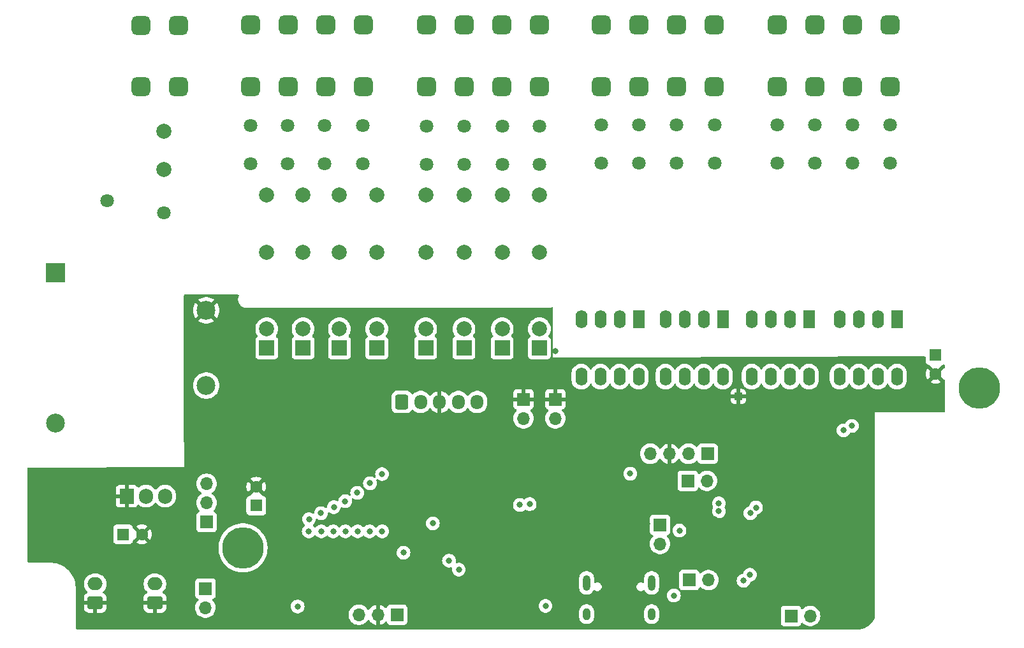
<source format=gbr>
%TF.GenerationSoftware,KiCad,Pcbnew,8.0.4*%
%TF.CreationDate,2024-08-24T15:41:41+02:00*%
%TF.ProjectId,hamodule,68616d6f-6475-46c6-952e-6b696361645f,20240821.23.8*%
%TF.SameCoordinates,Original*%
%TF.FileFunction,Copper,L2,Inr*%
%TF.FilePolarity,Positive*%
%FSLAX46Y46*%
G04 Gerber Fmt 4.6, Leading zero omitted, Abs format (unit mm)*
G04 Created by KiCad (PCBNEW 8.0.4) date 2024-08-24 15:41:41*
%MOMM*%
%LPD*%
G01*
G04 APERTURE LIST*
G04 Aperture macros list*
%AMRoundRect*
0 Rectangle with rounded corners*
0 $1 Rounding radius*
0 $2 $3 $4 $5 $6 $7 $8 $9 X,Y pos of 4 corners*
0 Add a 4 corners polygon primitive as box body*
4,1,4,$2,$3,$4,$5,$6,$7,$8,$9,$2,$3,0*
0 Add four circle primitives for the rounded corners*
1,1,$1+$1,$2,$3*
1,1,$1+$1,$4,$5*
1,1,$1+$1,$6,$7*
1,1,$1+$1,$8,$9*
0 Add four rect primitives between the rounded corners*
20,1,$1+$1,$2,$3,$4,$5,0*
20,1,$1+$1,$4,$5,$6,$7,0*
20,1,$1+$1,$6,$7,$8,$9,0*
20,1,$1+$1,$8,$9,$2,$3,0*%
G04 Aperture macros list end*
%TA.AperFunction,ComponentPad*%
%ADD10R,1.700000X1.700000*%
%TD*%
%TA.AperFunction,ComponentPad*%
%ADD11O,1.700000X1.700000*%
%TD*%
%TA.AperFunction,ComponentPad*%
%ADD12C,1.800000*%
%TD*%
%TA.AperFunction,ComponentPad*%
%ADD13RoundRect,0.250000X0.750000X-0.600000X0.750000X0.600000X-0.750000X0.600000X-0.750000X-0.600000X0*%
%TD*%
%TA.AperFunction,ComponentPad*%
%ADD14O,2.000000X1.700000*%
%TD*%
%TA.AperFunction,ComponentPad*%
%ADD15R,2.500000X2.500000*%
%TD*%
%TA.AperFunction,ComponentPad*%
%ADD16C,2.500000*%
%TD*%
%TA.AperFunction,ComponentPad*%
%ADD17R,1.905000X2.000000*%
%TD*%
%TA.AperFunction,ComponentPad*%
%ADD18O,1.905000X2.000000*%
%TD*%
%TA.AperFunction,ComponentPad*%
%ADD19RoundRect,0.625000X0.625000X0.625000X-0.625000X0.625000X-0.625000X-0.625000X0.625000X-0.625000X0*%
%TD*%
%TA.AperFunction,ComponentPad*%
%ADD20C,2.000000*%
%TD*%
%TA.AperFunction,ComponentPad*%
%ADD21R,1.600000X2.400000*%
%TD*%
%TA.AperFunction,ComponentPad*%
%ADD22O,1.600000X2.400000*%
%TD*%
%TA.AperFunction,ComponentPad*%
%ADD23R,1.600000X1.600000*%
%TD*%
%TA.AperFunction,ComponentPad*%
%ADD24C,1.600000*%
%TD*%
%TA.AperFunction,ComponentPad*%
%ADD25R,2.000000X2.000000*%
%TD*%
%TA.AperFunction,ComponentPad*%
%ADD26R,1.000000X1.000000*%
%TD*%
%TA.AperFunction,ComponentPad*%
%ADD27O,1.000000X2.100000*%
%TD*%
%TA.AperFunction,ComponentPad*%
%ADD28O,1.000000X1.600000*%
%TD*%
%TA.AperFunction,ComponentPad*%
%ADD29RoundRect,0.250000X-0.600000X-0.725000X0.600000X-0.725000X0.600000X0.725000X-0.600000X0.725000X0*%
%TD*%
%TA.AperFunction,ComponentPad*%
%ADD30O,1.700000X1.950000*%
%TD*%
%TA.AperFunction,ComponentPad*%
%ADD31C,5.500000*%
%TD*%
%TA.AperFunction,ViaPad*%
%ADD32C,0.800000*%
%TD*%
G04 APERTURE END LIST*
D10*
%TO.N,3.3V+*%
%TO.C,J5*%
X23674000Y5448400D03*
D11*
%TO.N,Net-(J4-Pin_2)*%
X23674000Y2908400D03*
%TD*%
D12*
%TO.N,220VAC(N)*%
%TO.C,RV1*%
X10626400Y57005330D03*
%TO.N,220VAC(L)*%
X18126400Y55372000D03*
%TD*%
D13*
%TO.N,GND*%
%TO.C,J1*%
X16963300Y3568700D03*
D14*
%TO.N,5V+*%
X16963300Y6068700D03*
%TD*%
D15*
%TO.N,220VAC(N)*%
%TO.C,PS1*%
X3780000Y47421800D03*
D16*
%TO.N,220VAC(L)*%
X3780000Y27421800D03*
%TO.N,5V+_PS*%
X23780000Y32421800D03*
%TO.N,GND*%
X23780000Y42421800D03*
%TD*%
D17*
%TO.N,GND*%
%TO.C,U1*%
X13242700Y17729200D03*
D18*
%TO.N,Net-(J4-Pin_2)*%
X15782700Y17729200D03*
%TO.N,5V+*%
X18322700Y17729200D03*
%TD*%
D19*
%TO.N,Net-(F13-Pad2)*%
%TO.C,J15*%
X44691800Y72136000D03*
X44691800Y80335999D03*
%TO.N,Net-(F12-Pad2)*%
X39691800Y72136000D03*
X39691800Y80335999D03*
%TO.N,Net-(F11-Pad2)*%
X34691800Y72136000D03*
X34691800Y80335999D03*
%TO.N,Net-(F10-Pad2)*%
X29691800Y72136000D03*
X29691800Y80335999D03*
%TD*%
%TO.N,Net-(F1-Pad1)*%
%TO.C,J2*%
X20144000Y72112401D03*
X20144000Y80312400D03*
%TO.N,220VAC(N)*%
X15144000Y72112401D03*
X15144000Y80312400D03*
%TD*%
%TO.N,Net-(F2-Pad2)*%
%TO.C,J7*%
X91264000Y72140201D03*
X91264000Y80340200D03*
%TO.N,Net-(F3-Pad2)*%
X86264000Y72140201D03*
X86264000Y80340200D03*
%TO.N,Net-(F4-Pad2)*%
X81264000Y72140201D03*
X81264000Y80340200D03*
%TO.N,Net-(F5-Pad2)*%
X76264000Y72140201D03*
X76264000Y80340200D03*
%TD*%
D20*
%TO.N,Net-(F1-Pad1)*%
%TO.C,F1*%
X18161000Y66243200D03*
%TO.N,220VAC(L)*%
X18151000Y61163200D03*
%TD*%
D21*
%TO.N,Net-(R23-Pad2)*%
%TO.C,U4*%
X115513178Y41232282D03*
D22*
%TO.N,220VAC(N)-LowV*%
X112973178Y41232282D03*
X110433178Y41232282D03*
%TO.N,Net-(R24-Pad2)*%
X107893178Y41232282D03*
%TO.N,Net-(U9-A2)*%
X107893178Y33612282D03*
%TO.N,3.3V+*%
X110433178Y33612282D03*
X112973178Y33612282D03*
%TO.N,Net-(U9-A1)*%
X115513178Y33612282D03*
%TD*%
D21*
%TO.N,Net-(R19-Pad2)*%
%TO.C,U7*%
X81205300Y41228800D03*
D22*
%TO.N,220VAC(N)-LowV*%
X78665300Y41228800D03*
X76125300Y41228800D03*
%TO.N,Net-(R20-Pad2)*%
X73585300Y41228800D03*
%TO.N,Net-(J19-Pin_2)*%
X73585300Y33608800D03*
%TO.N,3.3V+*%
X76125300Y33608800D03*
X78665300Y33608800D03*
%TO.N,Net-(U9-A7)*%
X81205300Y33608800D03*
%TD*%
D21*
%TO.N,Net-(R21-Pad2)*%
%TO.C,U6*%
X92381300Y41228800D03*
D22*
%TO.N,220VAC(N)-LowV*%
X89841300Y41228800D03*
X87301300Y41228800D03*
%TO.N,Net-(R22-Pad2)*%
X84761300Y41228800D03*
%TO.N,Net-(U9-A6)*%
X84761300Y33608800D03*
%TO.N,3.3V+*%
X87301300Y33608800D03*
X89841300Y33608800D03*
%TO.N,Net-(U9-A5)*%
X92381300Y33608800D03*
%TD*%
D13*
%TO.N,GND*%
%TO.C,J4*%
X9038500Y3568700D03*
D14*
%TO.N,Net-(J4-Pin_2)*%
X9038500Y6068700D03*
%TD*%
D10*
%TO.N,RXD0*%
%TO.C,J10*%
X101429402Y1808701D03*
D11*
%TO.N,TXD0*%
X103969402Y1808701D03*
%TD*%
D10*
%TO.N,GND*%
%TO.C,J19*%
X70124000Y30608400D03*
D11*
%TO.N,Net-(J19-Pin_2)*%
X70124000Y28068400D03*
%TD*%
D23*
%TO.N,Net-(JP1-B)*%
%TO.C,C19*%
X120624000Y36468400D03*
D24*
%TO.N,GND*%
X120624000Y33968400D03*
%TD*%
D10*
%TO.N,GPIO15*%
%TO.C,J14*%
X90364000Y23368400D03*
D11*
%TO.N,GPIO7*%
X87824000Y23368400D03*
%TO.N,GND*%
X85284000Y23368400D03*
%TO.N,3.3V+*%
X82744000Y23368400D03*
%TD*%
D19*
%TO.N,Net-(F6-Pad2)*%
%TO.C,J6*%
X114621702Y72140201D03*
X114621702Y80340200D03*
%TO.N,Net-(F7-Pad2)*%
X109621702Y72140201D03*
X109621702Y80340200D03*
%TO.N,Net-(F8-Pad2)*%
X104621702Y72140201D03*
X104621702Y80340200D03*
%TO.N,Net-(F9-Pad2)*%
X99621702Y72140201D03*
X99621702Y80340200D03*
%TD*%
%TO.N,Net-(F17-Pad2)*%
%TO.C,J16*%
X68059800Y72136000D03*
X68059800Y80335999D03*
%TO.N,Net-(F16-Pad2)*%
X63059800Y72136000D03*
X63059800Y80335999D03*
%TO.N,Net-(F15-Pad2)*%
X58059800Y72136000D03*
X58059800Y80335999D03*
%TO.N,Net-(F14-Pad2)*%
X53059800Y72136000D03*
X53059800Y80335999D03*
%TD*%
D12*
%TO.N,Net-(F15-Pad1)*%
%TO.C,F15*%
X58026800Y61849000D03*
%TO.N,Net-(F15-Pad2)*%
X58026800Y66929000D03*
%TD*%
D25*
%TO.N,Net-(U11-O5)*%
%TO.C,K5*%
X52911000Y37424500D03*
D20*
%TO.N,5V+*%
X52911000Y39964500D03*
%TO.N,220VAC(L)*%
X52911000Y50124500D03*
%TO.N,Net-(F14-Pad1)*%
X52911000Y57744500D03*
%TD*%
D10*
%TO.N,GPIO3*%
%TO.C,J12*%
X87724000Y19768400D03*
D11*
%TO.N,GPIO9*%
X90264000Y19768400D03*
%TD*%
D12*
%TO.N,Net-(F4-Pad1)*%
%TO.C,F4*%
X81228000Y61952500D03*
%TO.N,Net-(F4-Pad2)*%
X81228000Y67032500D03*
%TD*%
D23*
%TO.N,5V+_PS*%
%TO.C,C18*%
X30424000Y16486020D03*
D24*
%TO.N,GND*%
X30424000Y18986020D03*
%TD*%
D25*
%TO.N,Net-(U11-O6)*%
%TO.C,K6*%
X57991000Y37424500D03*
D20*
%TO.N,5V+*%
X57991000Y39964500D03*
%TO.N,220VAC(L)*%
X57991000Y50124500D03*
%TO.N,Net-(F15-Pad1)*%
X57991000Y57744500D03*
%TD*%
D12*
%TO.N,Net-(F2-Pad1)*%
%TO.C,F2*%
X91286400Y61952500D03*
%TO.N,Net-(F2-Pad2)*%
X91286400Y67032500D03*
%TD*%
D10*
%TO.N,GND*%
%TO.C,J17*%
X65924000Y30608400D03*
D11*
%TO.N,Net-(J17-Pin_2)*%
X65924000Y28068400D03*
%TD*%
D10*
%TO.N,GPIO12*%
%TO.C,J13*%
X84039402Y13923701D03*
D11*
%TO.N,GPIO13*%
X84039402Y11383701D03*
%TD*%
D12*
%TO.N,Net-(F7-Pad1)*%
%TO.C,F7*%
X109626400Y61950600D03*
%TO.N,Net-(F7-Pad2)*%
X109626400Y67030600D03*
%TD*%
D10*
%TO.N,SDA*%
%TO.C,J11*%
X87929800Y6578600D03*
D11*
%TO.N,SCL*%
X90469800Y6578600D03*
%TD*%
D26*
%TO.N,GND*%
%TO.C,TP1*%
X94424000Y30968400D03*
%TD*%
D12*
%TO.N,Net-(F8-Pad1)*%
%TO.C,F8*%
X104621800Y61950600D03*
%TO.N,Net-(F8-Pad2)*%
X104621800Y67030600D03*
%TD*%
%TO.N,Net-(F13-Pad1)*%
%TO.C,F13*%
X44532300Y61935500D03*
%TO.N,Net-(F13-Pad2)*%
X44532300Y67015500D03*
%TD*%
D21*
%TO.N,Net-(R25-Pad2)*%
%TO.C,U5*%
X103829178Y41232282D03*
D22*
%TO.N,220VAC(N)-LowV*%
X101289178Y41232282D03*
X98749178Y41232282D03*
%TO.N,Net-(R26-Pad2)*%
X96209178Y41232282D03*
%TO.N,Net-(U9-A4)*%
X96209178Y33612282D03*
%TO.N,3.3V+*%
X98749178Y33612282D03*
X101289178Y33612282D03*
%TO.N,Net-(U9-A3)*%
X103829178Y33612282D03*
%TD*%
D10*
%TO.N,Net-(D4-DOUT)*%
%TO.C,J8*%
X49116800Y1966700D03*
D11*
%TO.N,GND*%
X46576800Y1966700D03*
%TO.N,5V+*%
X44036800Y1966700D03*
%TD*%
D12*
%TO.N,Net-(F14-Pad1)*%
%TO.C,F14*%
X53073800Y61849000D03*
%TO.N,Net-(F14-Pad2)*%
X53073800Y66929000D03*
%TD*%
D27*
%TO.N,Net-(J3-SHIELD)*%
%TO.C,J3*%
X74285402Y6222801D03*
D28*
X74285402Y2042801D03*
D27*
X82925402Y6222801D03*
D28*
X82925402Y2042801D03*
%TD*%
D29*
%TO.N,5V+*%
%TO.C,J9*%
X49762400Y30243000D03*
D30*
%TO.N,3.3V+*%
X52262400Y30243000D03*
%TO.N,GND*%
X54762400Y30243000D03*
%TO.N,SDA*%
X57262400Y30243000D03*
%TO.N,SCL*%
X59762400Y30243000D03*
%TD*%
D10*
%TO.N,VBUS*%
%TO.C,SW1*%
X23834000Y14298400D03*
D11*
%TO.N,5V+*%
X23834000Y16838400D03*
%TO.N,5V+_PS*%
X23834000Y19378400D03*
%TD*%
D12*
%TO.N,Net-(F6-Pad1)*%
%TO.C,F6*%
X114604800Y61950600D03*
%TO.N,Net-(F6-Pad2)*%
X114604800Y67030600D03*
%TD*%
%TO.N,Net-(F3-Pad1)*%
%TO.C,F3*%
X86257200Y61952500D03*
%TO.N,Net-(F3-Pad2)*%
X86257200Y67032500D03*
%TD*%
%TO.N,Net-(F16-Pad1)*%
%TO.C,F16*%
X63106800Y61849000D03*
%TO.N,Net-(F16-Pad2)*%
X63106800Y66929000D03*
%TD*%
D31*
%TO.N,unconnected-(H5-Pad1)*%
%TO.C,H5*%
X28664000Y10858400D03*
%TD*%
D25*
%TO.N,Net-(U11-O1)*%
%TO.C,K1*%
X31818300Y37424500D03*
D20*
%TO.N,5V+*%
X31818300Y39964500D03*
%TO.N,220VAC(L)*%
X31818300Y50124500D03*
%TO.N,Net-(F10-Pad1)*%
X31818300Y57744500D03*
%TD*%
D25*
%TO.N,Net-(U11-O2)*%
%TO.C,K2*%
X36644300Y37424500D03*
D20*
%TO.N,5V+*%
X36644300Y39964500D03*
%TO.N,220VAC(L)*%
X36644300Y50124500D03*
%TO.N,Net-(F11-Pad1)*%
X36644300Y57744500D03*
%TD*%
D12*
%TO.N,Net-(F11-Pad1)*%
%TO.C,F11*%
X34612300Y61935500D03*
%TO.N,Net-(F11-Pad2)*%
X34612300Y67015500D03*
%TD*%
D25*
%TO.N,Net-(U11-O4)*%
%TO.C,K4*%
X46423300Y37424500D03*
D20*
%TO.N,5V+*%
X46423300Y39964500D03*
%TO.N,220VAC(L)*%
X46423300Y50124500D03*
%TO.N,Net-(F13-Pad1)*%
X46423300Y57744500D03*
%TD*%
D25*
%TO.N,Net-(U11-O7)*%
%TO.C,K7*%
X63071000Y37424500D03*
D20*
%TO.N,5V+*%
X63071000Y39964500D03*
%TO.N,220VAC(L)*%
X63071000Y50124500D03*
%TO.N,Net-(F16-Pad1)*%
X63071000Y57744500D03*
%TD*%
D25*
%TO.N,Net-(U11-O8)*%
%TO.C,K8*%
X68024000Y37424500D03*
D20*
%TO.N,5V+*%
X68024000Y39964500D03*
%TO.N,220VAC(L)*%
X68024000Y50124500D03*
%TO.N,Net-(F17-Pad1)*%
X68024000Y57744500D03*
%TD*%
D25*
%TO.N,Net-(U11-O3)*%
%TO.C,K3*%
X41470300Y37424500D03*
D20*
%TO.N,5V+*%
X41470300Y39964500D03*
%TO.N,220VAC(L)*%
X41470300Y50124500D03*
%TO.N,Net-(F12-Pad1)*%
X41470300Y57744500D03*
%TD*%
D31*
%TO.N,unconnected-(H4-Pad1)*%
%TO.C,H4*%
X126424000Y32080200D03*
%TD*%
D23*
%TO.N,Net-(J4-Pin_2)*%
%TO.C,C12*%
X12734700Y12649200D03*
D24*
%TO.N,GND*%
X15234700Y12649200D03*
%TD*%
D12*
%TO.N,Net-(F9-Pad1)*%
%TO.C,F9*%
X99621800Y61980000D03*
%TO.N,Net-(F9-Pad2)*%
X99621800Y67060000D03*
%TD*%
%TO.N,Net-(F5-Pad1)*%
%TO.C,F5*%
X76249600Y61952500D03*
%TO.N,Net-(F5-Pad2)*%
X76249600Y67032500D03*
%TD*%
%TO.N,Net-(F17-Pad1)*%
%TO.C,F17*%
X68059800Y61849000D03*
%TO.N,Net-(F17-Pad2)*%
X68059800Y66929000D03*
%TD*%
%TO.N,Net-(F10-Pad1)*%
%TO.C,F10*%
X29659300Y61935500D03*
%TO.N,Net-(F10-Pad2)*%
X29659300Y67015500D03*
%TD*%
%TO.N,Net-(F12-Pad1)*%
%TO.C,F12*%
X39532300Y61935500D03*
%TO.N,Net-(F12-Pad2)*%
X39532300Y67015500D03*
%TD*%
D32*
%TO.N,GND*%
X108124000Y7268400D03*
%TO.N,3.3V+*%
X86624000Y13168400D03*
X80084000Y20708400D03*
X35924000Y3068400D03*
X65424000Y16568400D03*
X53874000Y14118400D03*
X66724000Y16668400D03*
X109524000Y27068400D03*
X108413402Y26468400D03*
X49974000Y10218400D03*
%TO.N,IO0*%
X68834000Y3148200D03*
X85878497Y4522897D03*
%TO.N,GND*%
X17824000Y15668400D03*
X81224000Y17268400D03*
X111124000Y16968400D03*
X38624000Y25468400D03*
X55224000Y10468400D03*
X111124000Y19968400D03*
X102124000Y15468400D03*
X64126204Y1920409D03*
X64010737Y5981663D03*
X96724000Y19868400D03*
X66924000Y18668400D03*
X58109400Y27768400D03*
X105124000Y9468400D03*
X109624000Y19968400D03*
X31424000Y7568400D03*
X48124000Y6868400D03*
X102124000Y9468400D03*
X96724000Y17968400D03*
X108124000Y18468400D03*
X111124000Y9468400D03*
X67653400Y11268400D03*
X85024000Y19268400D03*
X74824000Y14098701D03*
X76606400Y31267400D03*
X17220969Y8668400D03*
X97924000Y15368400D03*
X74624000Y12168400D03*
X45724000Y25768400D03*
X87706200Y29743400D03*
X55212400Y12568400D03*
X17024000Y10068400D03*
X105024000Y7268400D03*
X65824000Y25743400D03*
X41324000Y25468400D03*
X28449000Y33568400D03*
X58124000Y24168400D03*
X73385402Y8468400D03*
X82324000Y14098701D03*
X58124000Y21168400D03*
X93624000Y2768400D03*
X111124000Y10968400D03*
X104668242Y27468399D03*
X43124000Y6790296D03*
X111524000Y29668400D03*
X105224000Y18468400D03*
X87824000Y10268400D03*
X111124000Y13968400D03*
X100624000Y10768400D03*
X48224600Y11595012D03*
X58124000Y8968400D03*
X50170730Y7369347D03*
X91324000Y18068400D03*
X100546400Y31216600D03*
X97224000Y8168400D03*
X6172200Y10109200D03*
X6146800Y12217400D03*
X82424000Y12268400D03*
X50524000Y4368400D03*
X78625400Y8862301D03*
X105445758Y23689201D03*
X111924000Y23968400D03*
X70124000Y36988400D03*
X103624000Y10968400D03*
X55212400Y18768400D03*
X109624000Y12668400D03*
X55212400Y27768400D03*
X87731600Y31242000D03*
X45724000Y24668400D03*
X58124000Y10368400D03*
X111824000Y26968400D03*
X58124000Y12768400D03*
X95124000Y14568400D03*
X67487800Y2032000D03*
X31524000Y1968400D03*
X96424000Y2768400D03*
X59224000Y6780200D03*
X89357200Y29743400D03*
X100546400Y29718000D03*
X74324000Y18568400D03*
X103824000Y19868400D03*
X6124000Y16068400D03*
X78181200Y31216600D03*
X55212400Y21168400D03*
X95624000Y9568400D03*
X6096000Y14198600D03*
X98924000Y2768400D03*
X97824000Y17168400D03*
X102124000Y12368400D03*
X74624000Y8468400D03*
X97224000Y10968400D03*
X58124000Y18768400D03*
X106624000Y10968400D03*
X89357200Y31267400D03*
X39824000Y6790296D03*
X83324000Y17268400D03*
X99224000Y19968400D03*
X99124000Y9568400D03*
X63005101Y8087299D03*
X40402300Y890100D03*
X111524000Y31168400D03*
X81224000Y15326200D03*
X50224000Y26768400D03*
X100724000Y8168400D03*
X102224000Y18468400D03*
X35724000Y25468400D03*
X56724000Y4268400D03*
X99555800Y31216600D03*
X54124000Y26768400D03*
X82244849Y8547551D03*
X87324000Y17268400D03*
X109624000Y15468400D03*
X49824000Y23168400D03*
X88024000Y2184400D03*
X84024000Y8268400D03*
X28449000Y28293400D03*
X91324000Y14655101D03*
X85524000Y17268400D03*
X111224000Y6368400D03*
X55212400Y24068400D03*
X111924000Y24968400D03*
X91324000Y2768400D03*
X97024000Y14468400D03*
X70142600Y11268400D03*
X88824000Y3268400D03*
X108124000Y9468400D03*
X76606400Y29743400D03*
X106624000Y19868400D03*
X78130400Y29692600D03*
X36624000Y6790296D03*
X57150000Y1041400D03*
X99530400Y29692600D03*
%TO.N,SDA*%
X95986468Y7298201D03*
X57324000Y7968400D03*
%TO.N,SCL*%
X95129402Y6498701D03*
X56024000Y9168400D03*
%TO.N,/ESP-D+*%
X96038170Y15477469D03*
X91853360Y15726201D03*
%TO.N,/ESP-D-*%
X91853360Y16776201D03*
X96780634Y16219933D03*
%TO.N,Net-(U11-I2)*%
X37424000Y14663896D03*
X37396000Y13063896D03*
%TO.N,Net-(U11-I3)*%
X39072400Y13063896D03*
X39024000Y15463896D03*
%TO.N,Net-(U11-I4)*%
X40647200Y13064296D03*
X40724000Y16263896D03*
%TO.N,Net-(U11-I5)*%
X42272800Y13063896D03*
X42224000Y17063896D03*
%TO.N,Net-(U11-I6)*%
X43824000Y18168400D03*
X43887000Y13063896D03*
%TO.N,Net-(U11-I7)*%
X45524000Y19438400D03*
X45473200Y13063896D03*
%TO.N,Net-(U11-I8)*%
X47124000Y20668400D03*
X47149600Y13064296D03*
%TD*%
%TA.AperFunction,Conductor*%
%TO.N,GND*%
G36*
X27999524Y44511521D02*
G01*
X28066522Y44491699D01*
X28112169Y44438802D01*
X28121972Y44369624D01*
X28114596Y44344946D01*
X28115553Y44344597D01*
X28047241Y44156916D01*
X28013500Y43965559D01*
X28013500Y43771242D01*
X28047241Y43579885D01*
X28113700Y43397293D01*
X28113703Y43397286D01*
X28210858Y43229008D01*
X28335757Y43080158D01*
X28484607Y42955259D01*
X28484608Y42955258D01*
X28484610Y42955257D01*
X28652890Y42858101D01*
X28835484Y42791642D01*
X29026844Y42757900D01*
X29026846Y42757900D01*
X69321154Y42757900D01*
X69321156Y42757900D01*
X69512516Y42791642D01*
X69663492Y42846594D01*
X69733219Y42851026D01*
X69794275Y42817056D01*
X69827273Y42755469D01*
X69829902Y42730270D01*
X69840033Y36375863D01*
X69840400Y36145800D01*
X82848300Y36183500D01*
X95856200Y36221200D01*
X119191143Y36288831D01*
X119258237Y36269341D01*
X119304145Y36216670D01*
X119315500Y36164832D01*
X119315500Y35619746D01*
X119322011Y35559198D01*
X119322011Y35559196D01*
X119373111Y35422196D01*
X119460739Y35305139D01*
X119577796Y35217511D01*
X119714799Y35166411D01*
X119742050Y35163482D01*
X119775345Y35159901D01*
X119775360Y35159901D01*
X119775362Y35159900D01*
X119775364Y35159900D01*
X119778669Y35159723D01*
X119778659Y35159545D01*
X119778665Y35159544D01*
X119778653Y35159441D01*
X119778591Y35158272D01*
X119840084Y35140215D01*
X119885839Y35087411D01*
X119891519Y35054433D01*
X120577553Y34368400D01*
X120571339Y34368400D01*
X120469606Y34341141D01*
X120378394Y34288480D01*
X120303920Y34214006D01*
X120251259Y34122794D01*
X120224000Y34021061D01*
X120224000Y34014848D01*
X119544974Y34693874D01*
X119544973Y34693874D01*
X119493868Y34620888D01*
X119493866Y34620884D01*
X119397734Y34414727D01*
X119397730Y34414718D01*
X119338860Y34195011D01*
X119338858Y34195000D01*
X119319034Y33968403D01*
X119319034Y33968398D01*
X119338858Y33741801D01*
X119338860Y33741790D01*
X119397730Y33522083D01*
X119397735Y33522069D01*
X119493863Y33315922D01*
X119544974Y33242928D01*
X120224000Y33921954D01*
X120224000Y33915739D01*
X120251259Y33814006D01*
X120303920Y33722794D01*
X120378394Y33648320D01*
X120469606Y33595659D01*
X120571339Y33568400D01*
X120577553Y33568400D01*
X119898526Y32889375D01*
X119971513Y32838268D01*
X119971521Y32838264D01*
X120177668Y32742136D01*
X120177682Y32742131D01*
X120397389Y32683261D01*
X120397400Y32683259D01*
X120623998Y32663434D01*
X120624002Y32663434D01*
X120850599Y32683259D01*
X120850610Y32683261D01*
X121070317Y32742131D01*
X121070331Y32742136D01*
X121276478Y32838264D01*
X121349471Y32889376D01*
X120670447Y33568400D01*
X120676661Y33568400D01*
X120778394Y33595659D01*
X120869606Y33648320D01*
X120944080Y33722794D01*
X120996741Y33814006D01*
X121024000Y33915739D01*
X121024000Y33921953D01*
X121703024Y33242929D01*
X121737192Y33245918D01*
X121805692Y33232151D01*
X121855876Y33183536D01*
X121872000Y33122390D01*
X121872000Y29005400D01*
X121852315Y28938361D01*
X121799511Y28892606D01*
X121748000Y28881400D01*
X112547400Y28881400D01*
X112535857Y1583016D01*
X112524933Y1532177D01*
X112453438Y1373322D01*
X112446479Y1360063D01*
X112296218Y1111499D01*
X112287712Y1099176D01*
X112108581Y870533D01*
X112098651Y859325D01*
X111893275Y653949D01*
X111882067Y644019D01*
X111653424Y464888D01*
X111641101Y456382D01*
X111392536Y306120D01*
X111379277Y299161D01*
X111114406Y179952D01*
X111100410Y174645D01*
X110838346Y92982D01*
X110823115Y88236D01*
X110808577Y84653D01*
X110522876Y32296D01*
X110508010Y30491D01*
X110419687Y25149D01*
X110412229Y24923D01*
X6725317Y1519D01*
X6677836Y10958D01*
X6674113Y12500D01*
X6644333Y24836D01*
X6616300Y41021D01*
X6561533Y83046D01*
X6538645Y105934D01*
X6496621Y160700D01*
X6480435Y188735D01*
X6454019Y252510D01*
X6445641Y283777D01*
X6435561Y360341D01*
X6434500Y376526D01*
X6434500Y386178D01*
X6434493Y386226D01*
X6432667Y5456262D01*
X6432734Y5460315D01*
X6438152Y5624108D01*
X6415934Y5955540D01*
X6378792Y6175616D01*
X7530000Y6175616D01*
X7530000Y5961785D01*
X7563451Y5750583D01*
X7629526Y5547220D01*
X7629527Y5547217D01*
X7715422Y5378640D01*
X7726606Y5356691D01*
X7852294Y5183696D01*
X7852296Y5183694D01*
X7990570Y5045420D01*
X8024055Y4984097D01*
X8019071Y4914405D01*
X7977199Y4858472D01*
X7967986Y4852201D01*
X7820159Y4761020D01*
X7820155Y4761017D01*
X7696184Y4637046D01*
X7604143Y4487825D01*
X7604141Y4487820D01*
X7548994Y4321398D01*
X7548993Y4321391D01*
X7538500Y4218687D01*
X7538500Y3818700D01*
X8605488Y3818700D01*
X8572575Y3761693D01*
X8538500Y3634526D01*
X8538500Y3502874D01*
X8572575Y3375707D01*
X8605488Y3318700D01*
X7538501Y3318700D01*
X7538501Y2918714D01*
X7548994Y2816003D01*
X7604141Y2649581D01*
X7604143Y2649576D01*
X7696184Y2500355D01*
X7820154Y2376385D01*
X7969375Y2284344D01*
X7969380Y2284342D01*
X8135802Y2229195D01*
X8135809Y2229194D01*
X8238519Y2218701D01*
X8788499Y2218701D01*
X8788500Y2218702D01*
X8788500Y3135688D01*
X8845507Y3102775D01*
X8972674Y3068700D01*
X9104326Y3068700D01*
X9231493Y3102775D01*
X9288500Y3135688D01*
X9288500Y2218701D01*
X9838472Y2218701D01*
X9838486Y2218702D01*
X9941197Y2229195D01*
X10107619Y2284342D01*
X10107624Y2284344D01*
X10256845Y2376385D01*
X10380815Y2500355D01*
X10472856Y2649576D01*
X10472858Y2649581D01*
X10528005Y2816003D01*
X10528006Y2816010D01*
X10538499Y2918714D01*
X10538500Y2918727D01*
X10538500Y3318700D01*
X9471512Y3318700D01*
X9504425Y3375707D01*
X9538500Y3502874D01*
X9538500Y3634526D01*
X9504425Y3761693D01*
X9471512Y3818700D01*
X10538499Y3818700D01*
X10538499Y4218672D01*
X10538498Y4218687D01*
X10528005Y4321398D01*
X10472858Y4487820D01*
X10472856Y4487825D01*
X10380815Y4637046D01*
X10256844Y4761017D01*
X10256840Y4761020D01*
X10109013Y4852201D01*
X10062288Y4904149D01*
X10051067Y4973111D01*
X10078910Y5037193D01*
X10086407Y5045398D01*
X10224706Y5183696D01*
X10350394Y5356691D01*
X10447472Y5547217D01*
X10513549Y5750584D01*
X10547000Y5961784D01*
X10547000Y6175616D01*
X15454800Y6175616D01*
X15454800Y5961785D01*
X15488251Y5750583D01*
X15554326Y5547220D01*
X15554327Y5547217D01*
X15640222Y5378640D01*
X15651406Y5356691D01*
X15777094Y5183696D01*
X15777096Y5183694D01*
X15915370Y5045420D01*
X15948855Y4984097D01*
X15943871Y4914405D01*
X15901999Y4858472D01*
X15892786Y4852201D01*
X15744959Y4761020D01*
X15744955Y4761017D01*
X15620984Y4637046D01*
X15528943Y4487825D01*
X15528941Y4487820D01*
X15473794Y4321398D01*
X15473793Y4321391D01*
X15463300Y4218687D01*
X15463300Y3818700D01*
X16530288Y3818700D01*
X16497375Y3761693D01*
X16463300Y3634526D01*
X16463300Y3502874D01*
X16497375Y3375707D01*
X16530288Y3318700D01*
X15463301Y3318700D01*
X15463301Y2918714D01*
X15473794Y2816003D01*
X15528941Y2649581D01*
X15528943Y2649576D01*
X15620984Y2500355D01*
X15744954Y2376385D01*
X15894175Y2284344D01*
X15894180Y2284342D01*
X16060602Y2229195D01*
X16060609Y2229194D01*
X16163319Y2218701D01*
X16713299Y2218701D01*
X16713300Y2218702D01*
X16713300Y3135688D01*
X16770307Y3102775D01*
X16897474Y3068700D01*
X17029126Y3068700D01*
X17156293Y3102775D01*
X17213300Y3135688D01*
X17213300Y2218701D01*
X17763272Y2218701D01*
X17763286Y2218702D01*
X17865997Y2229195D01*
X18032419Y2284342D01*
X18032424Y2284344D01*
X18181645Y2376385D01*
X18305615Y2500355D01*
X18397656Y2649576D01*
X18397658Y2649581D01*
X18452805Y2816003D01*
X18452806Y2816010D01*
X18462246Y2908406D01*
X22310844Y2908406D01*
X22310844Y2908395D01*
X22329434Y2684041D01*
X22329436Y2684029D01*
X22384703Y2465786D01*
X22475140Y2259608D01*
X22598276Y2071135D01*
X22598284Y2071124D01*
X22750756Y1905498D01*
X22750761Y1905493D01*
X22809981Y1859400D01*
X22928424Y1767211D01*
X22928425Y1767211D01*
X22928427Y1767209D01*
X22974402Y1742329D01*
X23126426Y1660058D01*
X23339365Y1586956D01*
X23561431Y1549900D01*
X23786569Y1549900D01*
X24008635Y1586956D01*
X24221574Y1660058D01*
X24419576Y1767211D01*
X24597240Y1905494D01*
X24653590Y1966706D01*
X42673644Y1966706D01*
X42673644Y1966695D01*
X42692234Y1742341D01*
X42692236Y1742329D01*
X42747503Y1524086D01*
X42837940Y1317908D01*
X42961076Y1129435D01*
X42961084Y1129424D01*
X43113556Y963798D01*
X43113561Y963793D01*
X43158783Y928595D01*
X43291224Y825511D01*
X43291225Y825511D01*
X43291227Y825509D01*
X43417935Y756939D01*
X43489226Y718358D01*
X43702165Y645256D01*
X43924231Y608200D01*
X44149369Y608200D01*
X44371435Y645256D01*
X44584374Y718358D01*
X44782376Y825511D01*
X44960040Y963794D01*
X45065095Y1077913D01*
X45112515Y1129424D01*
X45112515Y1129425D01*
X45112522Y1129432D01*
X45206549Y1273353D01*
X45259694Y1318706D01*
X45328925Y1328130D01*
X45392261Y1298628D01*
X45411930Y1276652D01*
X45538690Y1095622D01*
X45705717Y928595D01*
X45899221Y793100D01*
X46113307Y693271D01*
X46113316Y693267D01*
X46326800Y636066D01*
X46326800Y1533688D01*
X46383807Y1500775D01*
X46510974Y1466700D01*
X46642626Y1466700D01*
X46769793Y1500775D01*
X46826800Y1533688D01*
X46826800Y636067D01*
X47040283Y693267D01*
X47040292Y693271D01*
X47254378Y793100D01*
X47447878Y928592D01*
X47563714Y1044428D01*
X47625037Y1077913D01*
X47694729Y1072929D01*
X47750663Y1031058D01*
X47767577Y1000081D01*
X47815910Y870497D01*
X47831628Y849500D01*
X47903539Y753439D01*
X48020596Y665811D01*
X48157599Y614711D01*
X48184850Y611782D01*
X48218145Y608201D01*
X48218162Y608200D01*
X50015438Y608200D01*
X50015454Y608201D01*
X50042492Y611109D01*
X50076001Y614711D01*
X50213004Y665811D01*
X50330061Y753439D01*
X50417689Y870496D01*
X50468789Y1007499D01*
X50472759Y1044428D01*
X50475299Y1068046D01*
X50475300Y1068063D01*
X50475300Y2865338D01*
X50475299Y2865355D01*
X50470670Y2908406D01*
X50468789Y2925901D01*
X50466022Y2933319D01*
X50439359Y3004806D01*
X50417689Y3062904D01*
X50353837Y3148200D01*
X67920496Y3148200D01*
X67940458Y2958272D01*
X67940459Y2958269D01*
X67999470Y2776651D01*
X67999473Y2776644D01*
X68094960Y2611256D01*
X68222747Y2469334D01*
X68377248Y2357082D01*
X68551712Y2279406D01*
X68738513Y2239700D01*
X68929487Y2239700D01*
X69116288Y2279406D01*
X69290752Y2357082D01*
X69407817Y2442135D01*
X73276902Y2442135D01*
X73276902Y1643468D01*
X73315656Y1448640D01*
X73315658Y1448632D01*
X73391679Y1265100D01*
X73391684Y1265091D01*
X73502048Y1099921D01*
X73502051Y1099917D01*
X73642517Y959451D01*
X73642521Y959448D01*
X73807691Y849084D01*
X73807697Y849081D01*
X73807698Y849080D01*
X73991233Y773057D01*
X74186068Y734302D01*
X74186072Y734301D01*
X74186073Y734301D01*
X74384732Y734301D01*
X74384733Y734302D01*
X74579571Y773057D01*
X74763106Y849080D01*
X74928283Y959448D01*
X75068755Y1099920D01*
X75179123Y1265097D01*
X75255146Y1448632D01*
X75293902Y1643472D01*
X75293902Y2442130D01*
X75293901Y2442135D01*
X81916902Y2442135D01*
X81916902Y1643468D01*
X81955656Y1448640D01*
X81955658Y1448632D01*
X82031679Y1265100D01*
X82031684Y1265091D01*
X82142048Y1099921D01*
X82142051Y1099917D01*
X82282517Y959451D01*
X82282521Y959448D01*
X82447691Y849084D01*
X82447697Y849081D01*
X82447698Y849080D01*
X82631233Y773057D01*
X82826068Y734302D01*
X82826072Y734301D01*
X82826073Y734301D01*
X83024732Y734301D01*
X83024733Y734302D01*
X83219571Y773057D01*
X83403106Y849080D01*
X83568283Y959448D01*
X83708755Y1099920D01*
X83819123Y1265097D01*
X83895146Y1448632D01*
X83933902Y1643472D01*
X83933902Y2442130D01*
X83895146Y2636970D01*
X83865991Y2707356D01*
X100070902Y2707356D01*
X100070902Y910047D01*
X100077413Y849499D01*
X100077413Y849497D01*
X100105925Y773057D01*
X100128513Y712497D01*
X100216141Y595440D01*
X100333198Y507812D01*
X100470201Y456712D01*
X100497452Y453783D01*
X100530747Y450202D01*
X100530764Y450201D01*
X102328040Y450201D01*
X102328056Y450202D01*
X102355094Y453110D01*
X102388603Y456712D01*
X102525606Y507812D01*
X102642663Y595440D01*
X102730291Y712497D01*
X102775540Y833814D01*
X102817411Y889745D01*
X102882876Y914162D01*
X102951148Y899310D01*
X102982947Y874465D01*
X103046162Y805795D01*
X103223826Y667512D01*
X103223827Y667512D01*
X103223829Y667510D01*
X103267237Y644019D01*
X103421828Y560359D01*
X103634767Y487257D01*
X103856833Y450201D01*
X104081971Y450201D01*
X104304037Y487257D01*
X104516976Y560359D01*
X104714978Y667512D01*
X104892642Y805795D01*
X105005686Y928592D01*
X105045117Y971425D01*
X105045118Y971427D01*
X105045124Y971433D01*
X105168262Y1159910D01*
X105258698Y1366085D01*
X105313966Y1584333D01*
X105313967Y1584342D01*
X105332558Y1808696D01*
X105332558Y1808707D01*
X105313967Y2033061D01*
X105313965Y2033073D01*
X105271793Y2199606D01*
X105258698Y2251317D01*
X105168262Y2457492D01*
X105162843Y2465786D01*
X105051003Y2636970D01*
X105045124Y2645969D01*
X105045121Y2645972D01*
X105045117Y2645978D01*
X104892645Y2811604D01*
X104892640Y2811609D01*
X104745796Y2925903D01*
X104714978Y2949890D01*
X104714977Y2949891D01*
X104714974Y2949893D01*
X104516982Y3057040D01*
X104516979Y3057042D01*
X104516976Y3057043D01*
X104516973Y3057044D01*
X104516971Y3057045D01*
X104304039Y3130145D01*
X104081971Y3167201D01*
X103856833Y3167201D01*
X103634764Y3130145D01*
X103421832Y3057045D01*
X103421821Y3057040D01*
X103223829Y2949893D01*
X103223824Y2949889D01*
X103046163Y2811609D01*
X102982950Y2742941D01*
X102923063Y2706951D01*
X102853225Y2709052D01*
X102795609Y2748577D01*
X102775540Y2783591D01*
X102730291Y2904905D01*
X102719944Y2918727D01*
X102642663Y3021962D01*
X102525606Y3109590D01*
X102388605Y3160690D01*
X102328056Y3167201D01*
X102328040Y3167201D01*
X100530764Y3167201D01*
X100530747Y3167201D01*
X100470199Y3160690D01*
X100470197Y3160690D01*
X100333197Y3109590D01*
X100216141Y3021962D01*
X100128513Y2904906D01*
X100077413Y2767906D01*
X100077413Y2767904D01*
X100070902Y2707356D01*
X83865991Y2707356D01*
X83819123Y2820505D01*
X83819122Y2820506D01*
X83819119Y2820512D01*
X83708755Y2985682D01*
X83708752Y2985686D01*
X83568286Y3126152D01*
X83568282Y3126155D01*
X83403112Y3236519D01*
X83403103Y3236524D01*
X83219571Y3312545D01*
X83219563Y3312547D01*
X83024735Y3351301D01*
X83024731Y3351301D01*
X82826073Y3351301D01*
X82826068Y3351301D01*
X82631240Y3312547D01*
X82631232Y3312545D01*
X82447700Y3236524D01*
X82447691Y3236519D01*
X82282521Y3126155D01*
X82282517Y3126152D01*
X82142051Y2985686D01*
X82142048Y2985682D01*
X82031684Y2820512D01*
X82031679Y2820503D01*
X81955658Y2636971D01*
X81955656Y2636963D01*
X81916902Y2442135D01*
X75293901Y2442135D01*
X75255146Y2636970D01*
X75179123Y2820505D01*
X75179122Y2820506D01*
X75179119Y2820512D01*
X75068755Y2985682D01*
X75068752Y2985686D01*
X74928286Y3126152D01*
X74928282Y3126155D01*
X74763112Y3236519D01*
X74763103Y3236524D01*
X74579571Y3312545D01*
X74579563Y3312547D01*
X74384735Y3351301D01*
X74384731Y3351301D01*
X74186073Y3351301D01*
X74186068Y3351301D01*
X73991240Y3312547D01*
X73991232Y3312545D01*
X73807700Y3236524D01*
X73807691Y3236519D01*
X73642521Y3126155D01*
X73642517Y3126152D01*
X73502051Y2985686D01*
X73502048Y2985682D01*
X73391684Y2820512D01*
X73391679Y2820503D01*
X73315658Y2636971D01*
X73315656Y2636963D01*
X73276902Y2442135D01*
X69407817Y2442135D01*
X69445253Y2469334D01*
X69573040Y2611256D01*
X69668527Y2776644D01*
X69727542Y2958272D01*
X69747504Y3148200D01*
X69727542Y3338128D01*
X69668527Y3519756D01*
X69573040Y3685144D01*
X69445253Y3827066D01*
X69290752Y3939318D01*
X69116288Y4016994D01*
X69116286Y4016995D01*
X68929487Y4056700D01*
X68738513Y4056700D01*
X68551714Y4016995D01*
X68377246Y3939317D01*
X68222745Y3827065D01*
X68094959Y3685143D01*
X67999473Y3519757D01*
X67999470Y3519750D01*
X67944645Y3351015D01*
X67940458Y3338128D01*
X67920496Y3148200D01*
X50353837Y3148200D01*
X50330061Y3179961D01*
X50213004Y3267589D01*
X50076003Y3318689D01*
X50015454Y3325200D01*
X50015438Y3325200D01*
X48218162Y3325200D01*
X48218145Y3325200D01*
X48157597Y3318689D01*
X48157595Y3318689D01*
X48020595Y3267589D01*
X47903539Y3179961D01*
X47815911Y3062905D01*
X47767577Y2933319D01*
X47725705Y2877386D01*
X47660241Y2852970D01*
X47591968Y2867822D01*
X47563715Y2888973D01*
X47447882Y3004806D01*
X47254378Y3140301D01*
X47040292Y3240130D01*
X47040286Y3240133D01*
X46826800Y3297336D01*
X46826800Y2399712D01*
X46769793Y2432625D01*
X46642626Y2466700D01*
X46510974Y2466700D01*
X46383807Y2432625D01*
X46326800Y2399712D01*
X46326800Y3297336D01*
X46326799Y3297336D01*
X46113313Y3240133D01*
X46113307Y3240130D01*
X45899222Y3140301D01*
X45899220Y3140300D01*
X45705726Y3004814D01*
X45705720Y3004809D01*
X45538691Y2837780D01*
X45538690Y2837778D01*
X45411931Y2656748D01*
X45357354Y2613123D01*
X45287855Y2605931D01*
X45225501Y2637453D01*
X45206552Y2660044D01*
X45112522Y2803968D01*
X45112515Y2803975D01*
X45112515Y2803977D01*
X44960043Y2969603D01*
X44960038Y2969608D01*
X44782377Y3107888D01*
X44782372Y3107892D01*
X44584380Y3215039D01*
X44584377Y3215041D01*
X44584374Y3215042D01*
X44584371Y3215043D01*
X44584369Y3215044D01*
X44371437Y3288144D01*
X44149369Y3325200D01*
X43924231Y3325200D01*
X43702162Y3288144D01*
X43489230Y3215044D01*
X43489219Y3215039D01*
X43291227Y3107892D01*
X43291222Y3107888D01*
X43113561Y2969608D01*
X43113556Y2969603D01*
X42961084Y2803977D01*
X42961078Y2803968D01*
X42837940Y2615493D01*
X42747503Y2409315D01*
X42692236Y2191072D01*
X42692234Y2191060D01*
X42673644Y1966706D01*
X24653590Y1966706D01*
X24749722Y2071132D01*
X24872860Y2259609D01*
X24963296Y2465784D01*
X25018564Y2684032D01*
X25020463Y2706951D01*
X25037156Y2908395D01*
X25037156Y2908406D01*
X25023898Y3068400D01*
X35010496Y3068400D01*
X35030458Y2878472D01*
X35030459Y2878469D01*
X35089470Y2696851D01*
X35089473Y2696844D01*
X35184960Y2531456D01*
X35273948Y2432625D01*
X35304433Y2398767D01*
X35312747Y2389534D01*
X35467248Y2277282D01*
X35641712Y2199606D01*
X35828513Y2159900D01*
X36019487Y2159900D01*
X36206288Y2199606D01*
X36380752Y2277282D01*
X36535253Y2389534D01*
X36663040Y2531456D01*
X36758527Y2696844D01*
X36817542Y2878472D01*
X36837504Y3068400D01*
X36817542Y3258328D01*
X36758527Y3439956D01*
X36663040Y3605344D01*
X36535253Y3747266D01*
X36380752Y3859518D01*
X36206288Y3937194D01*
X36206286Y3937195D01*
X36019487Y3976900D01*
X35828513Y3976900D01*
X35641714Y3937195D01*
X35467246Y3859517D01*
X35312745Y3747265D01*
X35184959Y3605343D01*
X35089473Y3439957D01*
X35089470Y3439950D01*
X35033467Y3267589D01*
X35030458Y3258328D01*
X35010496Y3068400D01*
X25023898Y3068400D01*
X25018565Y3132760D01*
X25018563Y3132772D01*
X24985916Y3261693D01*
X24963296Y3351016D01*
X24872860Y3557191D01*
X24749722Y3745668D01*
X24749719Y3745671D01*
X24749715Y3745677D01*
X24604510Y3903409D01*
X24573587Y3966063D01*
X24581447Y4035489D01*
X24625594Y4089645D01*
X24652405Y4103573D01*
X24732584Y4133480D01*
X24770204Y4147511D01*
X24887261Y4235139D01*
X24974889Y4352196D01*
X25025989Y4489199D01*
X25029612Y4522897D01*
X84964993Y4522897D01*
X84984955Y4332969D01*
X84984956Y4332966D01*
X85043967Y4151348D01*
X85043970Y4151341D01*
X85139457Y3985953D01*
X85267244Y3844031D01*
X85421745Y3731779D01*
X85596209Y3654103D01*
X85783010Y3614397D01*
X85973984Y3614397D01*
X86160785Y3654103D01*
X86335249Y3731779D01*
X86489750Y3844031D01*
X86617537Y3985953D01*
X86713024Y4151341D01*
X86772039Y4332969D01*
X86792001Y4522897D01*
X86772039Y4712825D01*
X86713024Y4894453D01*
X86617537Y5059841D01*
X86502478Y5187627D01*
X86489751Y5201762D01*
X86455550Y5226611D01*
X86335249Y5314015D01*
X86160785Y5391691D01*
X86160783Y5391692D01*
X85973984Y5431397D01*
X85783010Y5431397D01*
X85596211Y5391692D01*
X85421743Y5314014D01*
X85267242Y5201762D01*
X85139456Y5059840D01*
X85043970Y4894454D01*
X85043967Y4894447D01*
X84994971Y4743651D01*
X84984955Y4712825D01*
X84964993Y4522897D01*
X25029612Y4522897D01*
X25032499Y4549746D01*
X25032500Y4549763D01*
X25032500Y6347038D01*
X25032499Y6347055D01*
X25029157Y6378130D01*
X25025989Y6407601D01*
X24974889Y6544604D01*
X24887261Y6661661D01*
X24770204Y6749289D01*
X24738112Y6761259D01*
X24633203Y6800389D01*
X24572654Y6806900D01*
X24572638Y6806900D01*
X22775362Y6806900D01*
X22775345Y6806900D01*
X22714797Y6800389D01*
X22714795Y6800389D01*
X22577795Y6749289D01*
X22460739Y6661661D01*
X22373111Y6544605D01*
X22322011Y6407605D01*
X22322011Y6407603D01*
X22315500Y6347055D01*
X22315500Y4549746D01*
X22322011Y4489198D01*
X22322011Y4489196D01*
X22373111Y4352196D01*
X22460739Y4235139D01*
X22577796Y4147511D01*
X22629737Y4128138D01*
X22695595Y4103573D01*
X22751528Y4061701D01*
X22775944Y3996237D01*
X22761092Y3927964D01*
X22743490Y3903409D01*
X22598279Y3745670D01*
X22598276Y3745666D01*
X22475140Y3557193D01*
X22384703Y3351015D01*
X22329436Y3132772D01*
X22329434Y3132760D01*
X22310844Y2908406D01*
X18462246Y2908406D01*
X18463299Y2918714D01*
X18463300Y2918727D01*
X18463300Y3318700D01*
X17396312Y3318700D01*
X17429225Y3375707D01*
X17463300Y3502874D01*
X17463300Y3634526D01*
X17429225Y3761693D01*
X17396312Y3818700D01*
X18463299Y3818700D01*
X18463299Y4218672D01*
X18463298Y4218687D01*
X18452805Y4321398D01*
X18397658Y4487820D01*
X18397656Y4487825D01*
X18305615Y4637046D01*
X18181644Y4761017D01*
X18181640Y4761020D01*
X18033813Y4852201D01*
X17987088Y4904149D01*
X17975867Y4973111D01*
X18003710Y5037193D01*
X18011207Y5045398D01*
X18149506Y5183696D01*
X18275194Y5356691D01*
X18372272Y5547217D01*
X18438349Y5750584D01*
X18471800Y5961784D01*
X18471800Y6175616D01*
X18438349Y6386816D01*
X18401996Y6498701D01*
X18372273Y6590181D01*
X18372272Y6590184D01*
X18275193Y6780710D01*
X18208769Y6872135D01*
X73276902Y6872135D01*
X73276902Y5573468D01*
X73315656Y5378640D01*
X73315658Y5378632D01*
X73391679Y5195100D01*
X73391684Y5195091D01*
X73502048Y5029921D01*
X73502051Y5029917D01*
X73642517Y4889451D01*
X73642521Y4889448D01*
X73807691Y4779084D01*
X73807697Y4779081D01*
X73807698Y4779080D01*
X73991233Y4703057D01*
X74186068Y4664302D01*
X74186072Y4664301D01*
X74186073Y4664301D01*
X74384732Y4664301D01*
X74384733Y4664302D01*
X74579571Y4703057D01*
X74763106Y4779080D01*
X74928283Y4889448D01*
X75068755Y5029920D01*
X75153347Y5156520D01*
X75182508Y5200162D01*
X75184284Y5198976D01*
X75226442Y5241927D01*
X75294573Y5257416D01*
X75354602Y5235664D01*
X75354999Y5236350D01*
X75358861Y5234120D01*
X75360263Y5233612D01*
X75361998Y5232310D01*
X75362033Y5232290D01*
X75362037Y5232286D01*
X75493267Y5156520D01*
X75639636Y5117301D01*
X75639638Y5117301D01*
X75791166Y5117301D01*
X75791168Y5117301D01*
X75937537Y5156520D01*
X76068767Y5232286D01*
X76175917Y5339436D01*
X76251683Y5470666D01*
X76290902Y5617035D01*
X76290902Y5768567D01*
X80919902Y5768567D01*
X80919902Y5617035D01*
X80931575Y5573472D01*
X80959121Y5470665D01*
X80978321Y5437411D01*
X81034887Y5339436D01*
X81142037Y5232286D01*
X81273267Y5156520D01*
X81419636Y5117301D01*
X81419638Y5117301D01*
X81571166Y5117301D01*
X81571168Y5117301D01*
X81717537Y5156520D01*
X81848767Y5232286D01*
X81848768Y5232288D01*
X81855805Y5236350D01*
X81856499Y5235147D01*
X81913596Y5257224D01*
X81982041Y5243190D01*
X82026998Y5199296D01*
X82028296Y5200162D01*
X82142048Y5029921D01*
X82142051Y5029917D01*
X82282517Y4889451D01*
X82282521Y4889448D01*
X82447691Y4779084D01*
X82447697Y4779081D01*
X82447698Y4779080D01*
X82631233Y4703057D01*
X82826068Y4664302D01*
X82826072Y4664301D01*
X82826073Y4664301D01*
X83024732Y4664301D01*
X83024733Y4664302D01*
X83219571Y4703057D01*
X83403106Y4779080D01*
X83568283Y4889448D01*
X83708755Y5029920D01*
X83819123Y5195097D01*
X83895146Y5378632D01*
X83933902Y5573472D01*
X83933902Y6872130D01*
X83895146Y7066970D01*
X83828696Y7227393D01*
X83819124Y7250503D01*
X83819119Y7250512D01*
X83708755Y7415682D01*
X83708752Y7415686D01*
X83647183Y7477255D01*
X86571300Y7477255D01*
X86571300Y5679946D01*
X86577811Y5619398D01*
X86577811Y5619396D01*
X86628911Y5482396D01*
X86716539Y5365339D01*
X86833596Y5277711D01*
X86929536Y5241927D01*
X86955319Y5232310D01*
X86970599Y5226611D01*
X86997850Y5223682D01*
X87031145Y5220101D01*
X87031162Y5220100D01*
X88828438Y5220100D01*
X88828454Y5220101D01*
X88855492Y5223009D01*
X88889001Y5226611D01*
X89026004Y5277711D01*
X89143061Y5365339D01*
X89230689Y5482396D01*
X89275938Y5603713D01*
X89317809Y5659644D01*
X89383274Y5684061D01*
X89451546Y5669209D01*
X89483345Y5644364D01*
X89546560Y5575694D01*
X89724224Y5437411D01*
X89724225Y5437411D01*
X89724227Y5437409D01*
X89808707Y5391691D01*
X89922226Y5330258D01*
X90135165Y5257156D01*
X90357231Y5220100D01*
X90582369Y5220100D01*
X90804435Y5257156D01*
X91017374Y5330258D01*
X91215376Y5437411D01*
X91393040Y5575694D01*
X91514454Y5707583D01*
X91545515Y5741324D01*
X91545516Y5741326D01*
X91545522Y5741332D01*
X91668660Y5929809D01*
X91759096Y6135984D01*
X91814364Y6354232D01*
X91814365Y6354241D01*
X91826336Y6498701D01*
X94215898Y6498701D01*
X94235860Y6308773D01*
X94235861Y6308770D01*
X94294872Y6127152D01*
X94294875Y6127145D01*
X94390362Y5961757D01*
X94518149Y5819835D01*
X94672650Y5707583D01*
X94847114Y5629907D01*
X95033915Y5590201D01*
X95224889Y5590201D01*
X95411690Y5629907D01*
X95586154Y5707583D01*
X95740655Y5819835D01*
X95868442Y5961757D01*
X95963929Y6127145D01*
X96022944Y6308773D01*
X96022944Y6308774D01*
X96024689Y6314144D01*
X96064126Y6371820D01*
X96116838Y6397116D01*
X96268756Y6429407D01*
X96443220Y6507083D01*
X96597721Y6619335D01*
X96725508Y6761257D01*
X96820995Y6926645D01*
X96880010Y7108273D01*
X96899972Y7298201D01*
X96880010Y7488129D01*
X96822046Y7666522D01*
X96820997Y7669751D01*
X96820996Y7669754D01*
X96820995Y7669757D01*
X96725508Y7835145D01*
X96597721Y7977067D01*
X96443220Y8089319D01*
X96268756Y8166995D01*
X96268754Y8166996D01*
X96081955Y8206701D01*
X95890981Y8206701D01*
X95704182Y8166996D01*
X95529714Y8089318D01*
X95375213Y7977066D01*
X95247427Y7835144D01*
X95151941Y7669758D01*
X95151939Y7669754D01*
X95091180Y7482758D01*
X95051742Y7425083D01*
X94999031Y7399787D01*
X94847115Y7367496D01*
X94672648Y7289818D01*
X94518147Y7177566D01*
X94390361Y7035644D01*
X94294875Y6870258D01*
X94294872Y6870251D01*
X94235861Y6688633D01*
X94235860Y6688629D01*
X94215898Y6498701D01*
X91826336Y6498701D01*
X91832956Y6578595D01*
X91832956Y6578606D01*
X91814365Y6802960D01*
X91814363Y6802972D01*
X91796850Y6872130D01*
X91759096Y7021216D01*
X91668660Y7227391D01*
X91666567Y7230594D01*
X91596006Y7338596D01*
X91545522Y7415868D01*
X91545519Y7415871D01*
X91545515Y7415877D01*
X91393043Y7581503D01*
X91393038Y7581508D01*
X91215377Y7719788D01*
X91215372Y7719792D01*
X91017380Y7826939D01*
X91017377Y7826941D01*
X91017374Y7826942D01*
X91017371Y7826943D01*
X91017369Y7826944D01*
X90804437Y7900044D01*
X90582369Y7937100D01*
X90357231Y7937100D01*
X90135162Y7900044D01*
X89922230Y7826944D01*
X89922219Y7826939D01*
X89724227Y7719792D01*
X89724222Y7719788D01*
X89546561Y7581508D01*
X89483348Y7512840D01*
X89423461Y7476850D01*
X89353623Y7478951D01*
X89296007Y7518476D01*
X89275938Y7553490D01*
X89230689Y7674804D01*
X89230688Y7674805D01*
X89143061Y7791861D01*
X89026004Y7879489D01*
X88889003Y7930589D01*
X88828454Y7937100D01*
X88828438Y7937100D01*
X87031162Y7937100D01*
X87031145Y7937100D01*
X86970597Y7930589D01*
X86970595Y7930589D01*
X86833595Y7879489D01*
X86716539Y7791861D01*
X86628911Y7674805D01*
X86577811Y7537805D01*
X86577811Y7537803D01*
X86571300Y7477255D01*
X83647183Y7477255D01*
X83568286Y7556152D01*
X83568282Y7556155D01*
X83403112Y7666519D01*
X83403103Y7666524D01*
X83219571Y7742545D01*
X83219563Y7742547D01*
X83024735Y7781301D01*
X83024731Y7781301D01*
X82826073Y7781301D01*
X82826068Y7781301D01*
X82631240Y7742547D01*
X82631232Y7742545D01*
X82447700Y7666524D01*
X82447691Y7666519D01*
X82282521Y7556155D01*
X82282517Y7556152D01*
X82142051Y7415686D01*
X82142048Y7415682D01*
X82031684Y7250512D01*
X82031679Y7250503D01*
X81955658Y7066971D01*
X81955656Y7066963D01*
X81916902Y6872135D01*
X81916902Y6328754D01*
X81897217Y6261715D01*
X81844413Y6215960D01*
X81775255Y6206016D01*
X81730905Y6221365D01*
X81717540Y6229081D01*
X81717537Y6229082D01*
X81571168Y6268301D01*
X81419636Y6268301D01*
X81273265Y6229082D01*
X81142037Y6153316D01*
X81142034Y6153314D01*
X81034889Y6046169D01*
X81034887Y6046166D01*
X80959121Y5914938D01*
X80933639Y5819835D01*
X80919902Y5768567D01*
X76290902Y5768567D01*
X76251683Y5914936D01*
X76175917Y6046166D01*
X76068767Y6153316D01*
X75979430Y6204895D01*
X75937538Y6229082D01*
X75864352Y6248692D01*
X75791168Y6268301D01*
X75639636Y6268301D01*
X75493267Y6229082D01*
X75493266Y6229082D01*
X75493264Y6229081D01*
X75493263Y6229081D01*
X75479899Y6221365D01*
X75411999Y6204895D01*
X75345972Y6227748D01*
X75302783Y6282671D01*
X75293902Y6328754D01*
X75293902Y6872131D01*
X75293901Y6872135D01*
X75255146Y7066970D01*
X75188696Y7227393D01*
X75179124Y7250503D01*
X75179119Y7250512D01*
X75068755Y7415682D01*
X75068752Y7415686D01*
X74928286Y7556152D01*
X74928282Y7556155D01*
X74763112Y7666519D01*
X74763103Y7666524D01*
X74579571Y7742545D01*
X74579563Y7742547D01*
X74384735Y7781301D01*
X74384731Y7781301D01*
X74186073Y7781301D01*
X74186068Y7781301D01*
X73991240Y7742547D01*
X73991232Y7742545D01*
X73807700Y7666524D01*
X73807691Y7666519D01*
X73642521Y7556155D01*
X73642517Y7556152D01*
X73502051Y7415686D01*
X73502048Y7415682D01*
X73391684Y7250512D01*
X73391679Y7250503D01*
X73315658Y7066971D01*
X73315656Y7066963D01*
X73276902Y6872135D01*
X18208769Y6872135D01*
X18149506Y6953704D01*
X17998304Y7104906D01*
X17825309Y7230594D01*
X17634783Y7327673D01*
X17634780Y7327674D01*
X17431417Y7393749D01*
X17292912Y7415686D01*
X17220216Y7427200D01*
X16706384Y7427200D01*
X16635984Y7416050D01*
X16495182Y7393749D01*
X16291819Y7327674D01*
X16291816Y7327673D01*
X16101290Y7230594D01*
X15928293Y7104904D01*
X15777096Y6953707D01*
X15651406Y6780710D01*
X15554327Y6590184D01*
X15554326Y6590181D01*
X15488251Y6386818D01*
X15454800Y6175616D01*
X10547000Y6175616D01*
X10513549Y6386816D01*
X10477196Y6498701D01*
X10447473Y6590181D01*
X10447472Y6590184D01*
X10350393Y6780710D01*
X10224706Y6953704D01*
X10073504Y7104906D01*
X9900509Y7230594D01*
X9709983Y7327673D01*
X9709980Y7327674D01*
X9506617Y7393749D01*
X9368112Y7415686D01*
X9295416Y7427200D01*
X8781584Y7427200D01*
X8711184Y7416050D01*
X8570382Y7393749D01*
X8367019Y7327674D01*
X8367016Y7327673D01*
X8176490Y7230594D01*
X8003493Y7104904D01*
X7852296Y6953707D01*
X7726606Y6780710D01*
X7629527Y6590184D01*
X7629526Y6590181D01*
X7563451Y6386818D01*
X7530000Y6175616D01*
X6378792Y6175616D01*
X6369769Y6229082D01*
X6360655Y6283085D01*
X6272871Y6603445D01*
X6153461Y6913417D01*
X6153457Y6913425D01*
X6003629Y7209874D01*
X6003624Y7209884D01*
X5824869Y7489861D01*
X5618988Y7750541D01*
X5612990Y7756742D01*
X5388058Y7989298D01*
X5388050Y7989305D01*
X5134372Y8203758D01*
X4860513Y8391736D01*
X4860512Y8391737D01*
X4860507Y8391740D01*
X4717639Y8470028D01*
X4569206Y8551366D01*
X4263376Y8681041D01*
X3946128Y8779445D01*
X3946118Y8779448D01*
X3946116Y8779448D01*
X3946107Y8779450D01*
X3946102Y8779451D01*
X3620613Y8845607D01*
X3620589Y8845610D01*
X3290096Y8878856D01*
X3152998Y8878893D01*
X3152961Y8878900D01*
X3128349Y8878900D01*
X333757Y8878900D01*
X314359Y8880427D01*
X294679Y8883544D01*
X253938Y8889997D01*
X217042Y8901985D01*
X171333Y8925275D01*
X139947Y8948079D01*
X103678Y8984348D01*
X80874Y9015734D01*
X57584Y9061443D01*
X45596Y9098341D01*
X36027Y9158760D01*
X34500Y9178157D01*
X34500Y10858403D01*
X25400714Y10858403D01*
X25400714Y10858398D01*
X25419843Y10505580D01*
X25477009Y10156885D01*
X25477010Y10156882D01*
X25571534Y9816434D01*
X25571535Y9816432D01*
X25702317Y9488192D01*
X25702326Y9488174D01*
X25867830Y9176000D01*
X26066120Y8883544D01*
X26280245Y8631456D01*
X26294869Y8614240D01*
X26551393Y8371247D01*
X26832686Y8157414D01*
X26832694Y8157409D01*
X26832706Y8157401D01*
X27112086Y7989305D01*
X27135449Y7975248D01*
X27297999Y7900044D01*
X27456128Y7826885D01*
X27456130Y7826885D01*
X27456133Y7826883D01*
X27790979Y7714061D01*
X28136059Y7638103D01*
X28487329Y7599900D01*
X28487335Y7599900D01*
X28840665Y7599900D01*
X28840671Y7599900D01*
X29191941Y7638103D01*
X29537021Y7714061D01*
X29871867Y7826883D01*
X30192551Y7975248D01*
X30382139Y8089319D01*
X30495293Y8157401D01*
X30495297Y8157404D01*
X30495314Y8157414D01*
X30776607Y8371247D01*
X31033131Y8614240D01*
X31261879Y8883543D01*
X31455017Y9168400D01*
X55110496Y9168400D01*
X55130458Y8978472D01*
X55132442Y8972365D01*
X55189470Y8796851D01*
X55189473Y8796844D01*
X55284960Y8631456D01*
X55387290Y8517806D01*
X55398512Y8505343D01*
X55412747Y8489534D01*
X55567248Y8377282D01*
X55741712Y8299606D01*
X55928513Y8259900D01*
X56119487Y8259900D01*
X56281542Y8294346D01*
X56351209Y8289030D01*
X56406943Y8246893D01*
X56431048Y8181313D01*
X56430644Y8160095D01*
X56430459Y8158332D01*
X56430458Y8158328D01*
X56410496Y7968400D01*
X56430458Y7778472D01*
X56430459Y7778469D01*
X56489470Y7596851D01*
X56489473Y7596844D01*
X56584960Y7431456D01*
X56712747Y7289534D01*
X56867248Y7177282D01*
X57041712Y7099606D01*
X57228513Y7059900D01*
X57419487Y7059900D01*
X57606288Y7099606D01*
X57780752Y7177282D01*
X57935253Y7289534D01*
X58063040Y7431456D01*
X58158527Y7596844D01*
X58217542Y7778472D01*
X58237504Y7968400D01*
X58217542Y8158328D01*
X58158527Y8339956D01*
X58063040Y8505344D01*
X57935253Y8647266D01*
X57780752Y8759518D01*
X57606288Y8837194D01*
X57606286Y8837195D01*
X57419487Y8876900D01*
X57228513Y8876900D01*
X57228512Y8876900D01*
X57066456Y8842455D01*
X56996789Y8847771D01*
X56941056Y8889909D01*
X56916951Y8955489D01*
X56917355Y8976707D01*
X56917539Y8978466D01*
X56917542Y8978472D01*
X56937504Y9168400D01*
X56917542Y9358328D01*
X56858664Y9539534D01*
X56858529Y9539950D01*
X56858528Y9539951D01*
X56858527Y9539956D01*
X56763040Y9705344D01*
X56635253Y9847266D01*
X56480752Y9959518D01*
X56306288Y10037194D01*
X56306286Y10037195D01*
X56119487Y10076900D01*
X55928513Y10076900D01*
X55741714Y10037195D01*
X55567246Y9959517D01*
X55412745Y9847265D01*
X55284959Y9705343D01*
X55189473Y9539957D01*
X55189470Y9539950D01*
X55130459Y9358332D01*
X55130458Y9358328D01*
X55110496Y9168400D01*
X31455017Y9168400D01*
X31460170Y9176000D01*
X31625678Y9488182D01*
X31756463Y9816428D01*
X31850992Y10156890D01*
X31861076Y10218400D01*
X49060496Y10218400D01*
X49080458Y10028472D01*
X49080459Y10028469D01*
X49139470Y9846851D01*
X49139473Y9846844D01*
X49234960Y9681456D01*
X49362747Y9539534D01*
X49517248Y9427282D01*
X49691712Y9349606D01*
X49878513Y9309900D01*
X50069487Y9309900D01*
X50256288Y9349606D01*
X50430752Y9427282D01*
X50585253Y9539534D01*
X50713040Y9681456D01*
X50808527Y9846844D01*
X50867542Y10028472D01*
X50887504Y10218400D01*
X50867542Y10408328D01*
X50808527Y10589956D01*
X50713040Y10755344D01*
X50585253Y10897266D01*
X50430752Y11009518D01*
X50256288Y11087194D01*
X50256286Y11087195D01*
X50069487Y11126900D01*
X49878513Y11126900D01*
X49691714Y11087195D01*
X49517246Y11009517D01*
X49362745Y10897265D01*
X49234959Y10755343D01*
X49139473Y10589957D01*
X49139470Y10589950D01*
X49112057Y10505580D01*
X49080458Y10408328D01*
X49060496Y10218400D01*
X31861076Y10218400D01*
X31908156Y10505577D01*
X31927286Y10858400D01*
X31919092Y11009517D01*
X31908156Y11211221D01*
X31886929Y11340701D01*
X31879879Y11383707D01*
X82676246Y11383707D01*
X82676246Y11383696D01*
X82694836Y11159342D01*
X82694838Y11159330D01*
X82750105Y10941087D01*
X82840542Y10734909D01*
X82963678Y10546436D01*
X82963686Y10546425D01*
X83116158Y10380799D01*
X83116162Y10380795D01*
X83293826Y10242512D01*
X83293827Y10242512D01*
X83293829Y10242510D01*
X83338381Y10218400D01*
X83491828Y10135359D01*
X83704767Y10062257D01*
X83926833Y10025201D01*
X84151971Y10025201D01*
X84374037Y10062257D01*
X84586976Y10135359D01*
X84784978Y10242512D01*
X84962642Y10380795D01*
X85115124Y10546433D01*
X85238262Y10734910D01*
X85328698Y10941085D01*
X85383966Y11159333D01*
X85399288Y11344234D01*
X85402558Y11383696D01*
X85402558Y11383707D01*
X85383967Y11608061D01*
X85383965Y11608073D01*
X85334385Y11803860D01*
X85328698Y11826317D01*
X85238262Y12032492D01*
X85115124Y12220969D01*
X85115121Y12220972D01*
X85115117Y12220978D01*
X84969912Y12378710D01*
X84938989Y12441364D01*
X84946849Y12510790D01*
X84990996Y12564946D01*
X85017807Y12578874D01*
X85097986Y12608781D01*
X85135606Y12622812D01*
X85252663Y12710440D01*
X85340291Y12827497D01*
X85391391Y12964500D01*
X85394993Y12998009D01*
X85397901Y13025047D01*
X85397902Y13025064D01*
X85397902Y13168400D01*
X85710496Y13168400D01*
X85730458Y12978472D01*
X85730459Y12978469D01*
X85789470Y12796851D01*
X85789473Y12796844D01*
X85884960Y12631456D01*
X86012747Y12489534D01*
X86167248Y12377282D01*
X86341712Y12299606D01*
X86528513Y12259900D01*
X86719487Y12259900D01*
X86906288Y12299606D01*
X87080752Y12377282D01*
X87235253Y12489534D01*
X87363040Y12631456D01*
X87458527Y12796844D01*
X87517542Y12978472D01*
X87537504Y13168400D01*
X87517542Y13358328D01*
X87458527Y13539956D01*
X87363040Y13705344D01*
X87235253Y13847266D01*
X87080752Y13959518D01*
X86906288Y14037194D01*
X86906286Y14037195D01*
X86719487Y14076900D01*
X86528513Y14076900D01*
X86341714Y14037195D01*
X86167246Y13959517D01*
X86012745Y13847265D01*
X85884959Y13705343D01*
X85789473Y13539957D01*
X85789470Y13539950D01*
X85738389Y13382737D01*
X85730458Y13358328D01*
X85710496Y13168400D01*
X85397902Y13168400D01*
X85397902Y14822339D01*
X85397901Y14822356D01*
X85394132Y14857407D01*
X85391391Y14882902D01*
X85340291Y15019905D01*
X85252663Y15136962D01*
X85135606Y15224590D01*
X85107345Y15235131D01*
X84998605Y15275690D01*
X84938056Y15282201D01*
X84938040Y15282201D01*
X83140764Y15282201D01*
X83140747Y15282201D01*
X83080199Y15275690D01*
X83080197Y15275690D01*
X82943197Y15224590D01*
X82826141Y15136962D01*
X82738513Y15019906D01*
X82687413Y14882906D01*
X82687413Y14882904D01*
X82680902Y14822356D01*
X82680902Y13025047D01*
X82687413Y12964499D01*
X82687413Y12964497D01*
X82721032Y12874365D01*
X82738513Y12827497D01*
X82826141Y12710440D01*
X82943198Y12622812D01*
X82995139Y12603439D01*
X83060997Y12578874D01*
X83116930Y12537002D01*
X83141346Y12471538D01*
X83126494Y12403265D01*
X83108892Y12378710D01*
X82963681Y12220971D01*
X82963678Y12220967D01*
X82840542Y12032494D01*
X82750105Y11826316D01*
X82694838Y11608073D01*
X82694836Y11608061D01*
X82676246Y11383707D01*
X31879879Y11383707D01*
X31850992Y11559910D01*
X31800991Y11739998D01*
X31756465Y11900367D01*
X31756464Y11900369D01*
X31625682Y12228609D01*
X31625673Y12228627D01*
X31600314Y12276459D01*
X31460170Y12540800D01*
X31261879Y12833257D01*
X31138532Y12978472D01*
X31065973Y13063896D01*
X36482496Y13063896D01*
X36502458Y12873968D01*
X36502459Y12873965D01*
X36561470Y12692347D01*
X36561473Y12692340D01*
X36656960Y12526952D01*
X36784747Y12385030D01*
X36939248Y12272778D01*
X37113712Y12195102D01*
X37300513Y12155396D01*
X37491487Y12155396D01*
X37678288Y12195102D01*
X37852752Y12272778D01*
X38007253Y12385030D01*
X38135040Y12526952D01*
X38135040Y12526953D01*
X38139388Y12531781D01*
X38140690Y12530609D01*
X38189211Y12568024D01*
X38258824Y12574003D01*
X38320619Y12541398D01*
X38328978Y12531751D01*
X38329012Y12531781D01*
X38333359Y12526953D01*
X38333360Y12526952D01*
X38461147Y12385030D01*
X38615648Y12272778D01*
X38790112Y12195102D01*
X38976913Y12155396D01*
X39167887Y12155396D01*
X39354688Y12195102D01*
X39529152Y12272778D01*
X39683653Y12385030D01*
X39767831Y12478521D01*
X39827316Y12515168D01*
X39897173Y12513838D01*
X39952128Y12478520D01*
X40035947Y12385430D01*
X40190448Y12273178D01*
X40364912Y12195502D01*
X40551713Y12155796D01*
X40742687Y12155796D01*
X40929488Y12195502D01*
X41103952Y12273178D01*
X41258453Y12385430D01*
X41367671Y12506730D01*
X41427155Y12543377D01*
X41497012Y12542047D01*
X41551969Y12506728D01*
X41644832Y12403594D01*
X41661547Y12385030D01*
X41816048Y12272778D01*
X41990512Y12195102D01*
X42177313Y12155396D01*
X42368287Y12155396D01*
X42555088Y12195102D01*
X42729552Y12272778D01*
X42884053Y12385030D01*
X42987751Y12500199D01*
X43047236Y12536847D01*
X43117093Y12535517D01*
X43172048Y12500199D01*
X43275747Y12385030D01*
X43430248Y12272778D01*
X43604712Y12195102D01*
X43791513Y12155396D01*
X43982487Y12155396D01*
X44169288Y12195102D01*
X44343752Y12272778D01*
X44498253Y12385030D01*
X44587950Y12484650D01*
X44647436Y12521298D01*
X44717293Y12519968D01*
X44772249Y12484650D01*
X44861947Y12385030D01*
X45016448Y12272778D01*
X45190912Y12195102D01*
X45377713Y12155396D01*
X45568687Y12155396D01*
X45755488Y12195102D01*
X45929952Y12272778D01*
X46084453Y12385030D01*
X46212240Y12526952D01*
X46212240Y12526953D01*
X46216588Y12531781D01*
X46217838Y12530655D01*
X46266550Y12568221D01*
X46336163Y12574205D01*
X46397960Y12541603D01*
X46406163Y12532137D01*
X46406212Y12532181D01*
X46410559Y12527353D01*
X46410560Y12527352D01*
X46538347Y12385430D01*
X46692848Y12273178D01*
X46867312Y12195502D01*
X47054113Y12155796D01*
X47245087Y12155796D01*
X47431888Y12195502D01*
X47606352Y12273178D01*
X47760853Y12385430D01*
X47888640Y12527352D01*
X47984127Y12692740D01*
X48043142Y12874368D01*
X48063104Y13064296D01*
X48043142Y13254224D01*
X47984127Y13435852D01*
X47888640Y13601240D01*
X47773581Y13729026D01*
X47760854Y13743161D01*
X47760852Y13743163D01*
X47606352Y13855414D01*
X47431888Y13933090D01*
X47431886Y13933091D01*
X47245087Y13972796D01*
X47054113Y13972796D01*
X46867314Y13933091D01*
X46856940Y13928472D01*
X46697900Y13857663D01*
X46692846Y13855413D01*
X46538345Y13743161D01*
X46406212Y13596411D01*
X46404966Y13597533D01*
X46356215Y13559958D01*
X46286601Y13553995D01*
X46224813Y13586616D01*
X46216636Y13596055D01*
X46216588Y13596011D01*
X46084454Y13742761D01*
X46084449Y13742765D01*
X45929952Y13855014D01*
X45755488Y13932690D01*
X45755486Y13932691D01*
X45568687Y13972396D01*
X45377713Y13972396D01*
X45190914Y13932691D01*
X45190912Y13932690D01*
X45017347Y13855414D01*
X45016446Y13855013D01*
X44861945Y13742761D01*
X44772250Y13643144D01*
X44712763Y13606495D01*
X44642906Y13607826D01*
X44587950Y13643144D01*
X44498254Y13742761D01*
X44498249Y13742765D01*
X44343752Y13855014D01*
X44169288Y13932690D01*
X44169286Y13932691D01*
X43982487Y13972396D01*
X43791513Y13972396D01*
X43604714Y13932691D01*
X43604712Y13932690D01*
X43431147Y13855414D01*
X43430246Y13855013D01*
X43275745Y13742761D01*
X43172050Y13627595D01*
X43112563Y13590946D01*
X43042706Y13592277D01*
X42987750Y13627595D01*
X42884054Y13742761D01*
X42884049Y13742765D01*
X42729552Y13855014D01*
X42555088Y13932690D01*
X42555086Y13932691D01*
X42368287Y13972396D01*
X42177313Y13972396D01*
X41990514Y13932691D01*
X41990512Y13932690D01*
X41816947Y13855414D01*
X41816046Y13855013D01*
X41661545Y13742761D01*
X41552330Y13621465D01*
X41492843Y13584816D01*
X41422986Y13586147D01*
X41368030Y13621465D01*
X41258454Y13743161D01*
X41258452Y13743163D01*
X41103952Y13855414D01*
X40929488Y13933090D01*
X40929486Y13933091D01*
X40742687Y13972796D01*
X40551713Y13972796D01*
X40364914Y13933091D01*
X40354540Y13928472D01*
X40195500Y13857663D01*
X40190446Y13855413D01*
X40035947Y13743163D01*
X39951769Y13649673D01*
X39892282Y13613025D01*
X39822425Y13614356D01*
X39767470Y13649673D01*
X39684744Y13741550D01*
X39683654Y13742761D01*
X39683649Y13742765D01*
X39529152Y13855014D01*
X39354688Y13932690D01*
X39354686Y13932691D01*
X39167887Y13972396D01*
X38976913Y13972396D01*
X38790114Y13932691D01*
X38790112Y13932690D01*
X38616547Y13855414D01*
X38615646Y13855013D01*
X38461145Y13742761D01*
X38329012Y13596011D01*
X38327711Y13597183D01*
X38279174Y13559763D01*
X38209560Y13553793D01*
X38147769Y13586406D01*
X38139420Y13596041D01*
X38139388Y13596011D01*
X38007253Y13742762D01*
X38007249Y13742765D01*
X37992601Y13753408D01*
X37949935Y13808738D01*
X37943957Y13878351D01*
X37976563Y13940146D01*
X37992594Y13954037D01*
X38035253Y13985030D01*
X38155340Y14118400D01*
X52960496Y14118400D01*
X52980458Y13928472D01*
X52980459Y13928469D01*
X53039470Y13746851D01*
X53039473Y13746844D01*
X53134960Y13581456D01*
X53262747Y13439534D01*
X53417248Y13327282D01*
X53591712Y13249606D01*
X53778513Y13209900D01*
X53969487Y13209900D01*
X54156288Y13249606D01*
X54330752Y13327282D01*
X54485253Y13439534D01*
X54613040Y13581456D01*
X54708527Y13746844D01*
X54767542Y13928472D01*
X54787504Y14118400D01*
X54767542Y14308328D01*
X54708527Y14489956D01*
X54613040Y14655344D01*
X54485253Y14797266D01*
X54330752Y14909518D01*
X54156288Y14987194D01*
X54156286Y14987195D01*
X53969487Y15026900D01*
X53778513Y15026900D01*
X53591714Y14987195D01*
X53417246Y14909517D01*
X53262745Y14797265D01*
X53134959Y14655343D01*
X53039473Y14489957D01*
X53039470Y14489950D01*
X52980459Y14308332D01*
X52980458Y14308328D01*
X52960496Y14118400D01*
X38155340Y14118400D01*
X38163040Y14126952D01*
X38258527Y14292340D01*
X38317542Y14473968D01*
X38332220Y14613629D01*
X38358805Y14678242D01*
X38416102Y14718227D01*
X38485921Y14720887D01*
X38528427Y14700983D01*
X38567242Y14672782D01*
X38567243Y14672781D01*
X38567245Y14672780D01*
X38567248Y14672778D01*
X38741712Y14595102D01*
X38928513Y14555396D01*
X39119487Y14555396D01*
X39306288Y14595102D01*
X39480752Y14672778D01*
X39635253Y14785030D01*
X39763040Y14926952D01*
X39858527Y15092340D01*
X39917542Y15273968D01*
X39937504Y15463896D01*
X39937504Y15463900D01*
X39937504Y15468988D01*
X39957189Y15536027D01*
X40009993Y15581782D01*
X40079151Y15591726D01*
X40134388Y15569307D01*
X40267248Y15472778D01*
X40441712Y15395102D01*
X40628513Y15355396D01*
X40819487Y15355396D01*
X41006288Y15395102D01*
X41180752Y15472778D01*
X41335253Y15585030D01*
X41463040Y15726952D01*
X41558527Y15892340D01*
X41617542Y16073968D01*
X41626356Y16157832D01*
X41652939Y16222443D01*
X41710237Y16262428D01*
X41780056Y16265088D01*
X41800106Y16258149D01*
X41941712Y16195102D01*
X42128513Y16155396D01*
X42319487Y16155396D01*
X42506288Y16195102D01*
X42680752Y16272778D01*
X42835253Y16385030D01*
X42963040Y16526952D01*
X42986970Y16568400D01*
X64510496Y16568400D01*
X64530458Y16378472D01*
X64530459Y16378469D01*
X64589470Y16196851D01*
X64589473Y16196844D01*
X64684960Y16031456D01*
X64812747Y15889534D01*
X64967248Y15777282D01*
X65141712Y15699606D01*
X65328513Y15659900D01*
X65519487Y15659900D01*
X65706288Y15699606D01*
X65880752Y15777282D01*
X66035253Y15889534D01*
X66045621Y15901050D01*
X66105105Y15937699D01*
X66174962Y15936371D01*
X66210657Y15918397D01*
X66267243Y15877285D01*
X66267245Y15877284D01*
X66267248Y15877282D01*
X66441712Y15799606D01*
X66628513Y15759900D01*
X66819487Y15759900D01*
X67006288Y15799606D01*
X67180752Y15877282D01*
X67335253Y15989534D01*
X67463040Y16131456D01*
X67558527Y16296844D01*
X67617542Y16478472D01*
X67637504Y16668400D01*
X67626174Y16776201D01*
X90939856Y16776201D01*
X90959818Y16586273D01*
X90959819Y16586270D01*
X91018830Y16404652D01*
X91018833Y16404645D01*
X91071628Y16313201D01*
X91088101Y16245300D01*
X91071628Y16189201D01*
X91018833Y16097758D01*
X91018830Y16097751D01*
X90966395Y15936371D01*
X90959818Y15916129D01*
X90939856Y15726201D01*
X90959818Y15536273D01*
X90959819Y15536270D01*
X91018830Y15354652D01*
X91018833Y15354645D01*
X91114320Y15189257D01*
X91242107Y15047335D01*
X91396608Y14935083D01*
X91571072Y14857407D01*
X91757873Y14817701D01*
X91948847Y14817701D01*
X92135648Y14857407D01*
X92310112Y14935083D01*
X92464613Y15047335D01*
X92592400Y15189257D01*
X92687887Y15354645D01*
X92727795Y15477469D01*
X95124666Y15477469D01*
X95144628Y15287541D01*
X95144629Y15287538D01*
X95203640Y15105920D01*
X95203643Y15105913D01*
X95299130Y14940525D01*
X95426917Y14798603D01*
X95581418Y14686351D01*
X95755882Y14608675D01*
X95942683Y14568969D01*
X96133657Y14568969D01*
X96320458Y14608675D01*
X96494922Y14686351D01*
X96649423Y14798603D01*
X96777210Y14940525D01*
X96872697Y15105913D01*
X96922052Y15257814D01*
X96961489Y15315487D01*
X97014200Y15340784D01*
X97062922Y15351139D01*
X97237386Y15428815D01*
X97391887Y15541067D01*
X97519674Y15682989D01*
X97615161Y15848377D01*
X97674176Y16030005D01*
X97694138Y16219933D01*
X97674176Y16409861D01*
X97615161Y16591489D01*
X97519674Y16756877D01*
X97391887Y16898799D01*
X97237386Y17011051D01*
X97062922Y17088727D01*
X97062920Y17088728D01*
X96876121Y17128433D01*
X96685147Y17128433D01*
X96498348Y17088728D01*
X96323880Y17011050D01*
X96169379Y16898798D01*
X96041593Y16756876D01*
X95946107Y16591490D01*
X95946105Y16591486D01*
X95896751Y16439591D01*
X95857313Y16381916D01*
X95804604Y16356620D01*
X95755882Y16346263D01*
X95590832Y16272778D01*
X95581414Y16268585D01*
X95426915Y16156334D01*
X95299129Y16014412D01*
X95203643Y15849026D01*
X95203640Y15849019D01*
X95149694Y15682989D01*
X95144628Y15667397D01*
X95124666Y15477469D01*
X92727795Y15477469D01*
X92746902Y15536273D01*
X92766864Y15726201D01*
X92746902Y15916129D01*
X92687887Y16097757D01*
X92635090Y16189203D01*
X92618618Y16257100D01*
X92635091Y16313201D01*
X92687887Y16404645D01*
X92746902Y16586273D01*
X92766864Y16776201D01*
X92746902Y16966129D01*
X92687887Y17147757D01*
X92592400Y17313145D01*
X92464613Y17455067D01*
X92310112Y17567319D01*
X92135648Y17644995D01*
X92135646Y17644996D01*
X91948847Y17684701D01*
X91757873Y17684701D01*
X91571074Y17644996D01*
X91571072Y17644995D01*
X91418128Y17576900D01*
X91396606Y17567318D01*
X91242105Y17455066D01*
X91114319Y17313144D01*
X91018833Y17147758D01*
X91018830Y17147751D01*
X90959819Y16966133D01*
X90959818Y16966129D01*
X90939856Y16776201D01*
X67626174Y16776201D01*
X67617542Y16858328D01*
X67558527Y17039956D01*
X67463040Y17205344D01*
X67335253Y17347266D01*
X67180752Y17459518D01*
X67006288Y17537194D01*
X67006286Y17537195D01*
X66819487Y17576900D01*
X66628513Y17576900D01*
X66441714Y17537195D01*
X66267246Y17459517D01*
X66112743Y17347264D01*
X66112740Y17347261D01*
X66102370Y17335744D01*
X66042881Y17299099D01*
X65973024Y17300434D01*
X65937340Y17318404D01*
X65914968Y17334658D01*
X65880752Y17359518D01*
X65706288Y17437194D01*
X65706286Y17437195D01*
X65519487Y17476900D01*
X65328513Y17476900D01*
X65141714Y17437195D01*
X65137799Y17435452D01*
X64967891Y17359804D01*
X64967246Y17359517D01*
X64812745Y17247265D01*
X64684959Y17105343D01*
X64589473Y16939957D01*
X64589470Y16939950D01*
X64536265Y16776201D01*
X64530458Y16758328D01*
X64510496Y16568400D01*
X42986970Y16568400D01*
X43058527Y16692340D01*
X43117542Y16873968D01*
X43137504Y17063896D01*
X43117542Y17253824D01*
X43105798Y17289966D01*
X43103804Y17359804D01*
X43139884Y17419637D01*
X43202584Y17450466D01*
X43271999Y17442502D01*
X43296612Y17428603D01*
X43367248Y17377282D01*
X43541712Y17299606D01*
X43728513Y17259900D01*
X43919487Y17259900D01*
X44106288Y17299606D01*
X44280752Y17377282D01*
X44435253Y17489534D01*
X44563040Y17631456D01*
X44658527Y17796844D01*
X44717542Y17978472D01*
X44737504Y18168400D01*
X44717542Y18358328D01*
X44658527Y18539956D01*
X44563040Y18705344D01*
X44435253Y18847266D01*
X44280752Y18959518D01*
X44106288Y19037194D01*
X44106286Y19037195D01*
X43919487Y19076900D01*
X43728513Y19076900D01*
X43541714Y19037195D01*
X43541712Y19037194D01*
X43393698Y18971294D01*
X43367246Y18959517D01*
X43212745Y18847265D01*
X43084959Y18705343D01*
X42989473Y18539957D01*
X42989470Y18539950D01*
X42936035Y18375493D01*
X42930458Y18358328D01*
X42910496Y18168400D01*
X42930381Y17979200D01*
X42930459Y17978467D01*
X42942200Y17942332D01*
X42944195Y17872491D01*
X42908114Y17812659D01*
X42845413Y17781831D01*
X42775999Y17789796D01*
X42751385Y17803696D01*
X42680752Y17855014D01*
X42506288Y17932690D01*
X42506286Y17932691D01*
X42319487Y17972396D01*
X42128513Y17972396D01*
X41941714Y17932691D01*
X41941712Y17932690D01*
X41794190Y17867009D01*
X41767246Y17855013D01*
X41612745Y17742761D01*
X41484959Y17600839D01*
X41389473Y17435453D01*
X41389470Y17435446D01*
X41339293Y17281016D01*
X41330458Y17253824D01*
X41325363Y17205344D01*
X41321644Y17169963D01*
X41295059Y17105349D01*
X41237761Y17065365D01*
X41167942Y17062705D01*
X41147888Y17069646D01*
X41105029Y17088728D01*
X41006288Y17132690D01*
X41006286Y17132691D01*
X40819487Y17172396D01*
X40628513Y17172396D01*
X40441714Y17132691D01*
X40415166Y17120871D01*
X40284523Y17062705D01*
X40267246Y17055013D01*
X40112745Y16942761D01*
X39984959Y16800839D01*
X39889473Y16635453D01*
X39889470Y16635446D01*
X39830459Y16453828D01*
X39830458Y16453824D01*
X39810496Y16263896D01*
X39810496Y16263893D01*
X39810496Y16258805D01*
X39790811Y16191766D01*
X39738007Y16146011D01*
X39668849Y16136067D01*
X39613611Y16158487D01*
X39480756Y16255012D01*
X39480752Y16255014D01*
X39306288Y16332690D01*
X39306286Y16332691D01*
X39119487Y16372396D01*
X38928513Y16372396D01*
X38741714Y16332691D01*
X38697941Y16313202D01*
X38570977Y16256674D01*
X38567246Y16255013D01*
X38412745Y16142761D01*
X38284959Y16000839D01*
X38189473Y15835453D01*
X38189470Y15835446D01*
X38131457Y15656900D01*
X38130458Y15653824D01*
X38124726Y15599289D01*
X38115779Y15514165D01*
X38089194Y15449550D01*
X38031896Y15409566D01*
X37962077Y15406906D01*
X37919573Y15426809D01*
X37880752Y15455014D01*
X37706288Y15532690D01*
X37706286Y15532691D01*
X37519487Y15572396D01*
X37328513Y15572396D01*
X37141714Y15532691D01*
X37141712Y15532690D01*
X36987198Y15463896D01*
X36967246Y15455013D01*
X36812745Y15342761D01*
X36684959Y15200839D01*
X36589473Y15035453D01*
X36589470Y15035446D01*
X36539906Y14882902D01*
X36530458Y14853824D01*
X36510496Y14663896D01*
X36530458Y14473968D01*
X36530459Y14473965D01*
X36589470Y14292347D01*
X36589473Y14292340D01*
X36684960Y14126952D01*
X36796802Y14002739D01*
X36812746Y13985031D01*
X36812748Y13985029D01*
X36827397Y13974386D01*
X36870063Y13919056D01*
X36876042Y13849443D01*
X36843436Y13787648D01*
X36827398Y13773751D01*
X36784750Y13742765D01*
X36784746Y13742762D01*
X36656959Y13600839D01*
X36561473Y13435453D01*
X36561470Y13435446D01*
X36518007Y13301679D01*
X36502458Y13253824D01*
X36482496Y13063896D01*
X31065973Y13063896D01*
X31033138Y13102552D01*
X31033133Y13102558D01*
X31033131Y13102560D01*
X30776607Y13345553D01*
X30776600Y13345559D01*
X30776597Y13345561D01*
X30672954Y13424348D01*
X30495314Y13559386D01*
X30495308Y13559390D01*
X30495293Y13559400D01*
X30192555Y13741550D01*
X30192549Y13741553D01*
X29871871Y13889916D01*
X29537023Y14002739D01*
X29191939Y14078698D01*
X28840672Y14116900D01*
X28840671Y14116900D01*
X28487329Y14116900D01*
X28487327Y14116900D01*
X28136060Y14078698D01*
X27790976Y14002739D01*
X27456128Y13889916D01*
X27135450Y13741553D01*
X27135444Y13741550D01*
X26832706Y13559400D01*
X26832690Y13559389D01*
X26551402Y13345561D01*
X26551393Y13345553D01*
X26294866Y13102558D01*
X26294861Y13102552D01*
X26066120Y12833257D01*
X25867830Y12540801D01*
X25702326Y12228627D01*
X25702317Y12228609D01*
X25571535Y11900369D01*
X25571534Y11900367D01*
X25477010Y11559919D01*
X25477009Y11559916D01*
X25419843Y11211221D01*
X25400714Y10858403D01*
X34500Y10858403D01*
X34500Y13497855D01*
X11426200Y13497855D01*
X11426200Y11800546D01*
X11432711Y11739998D01*
X11432711Y11739996D01*
X11481917Y11608073D01*
X11483811Y11602996D01*
X11571439Y11485939D01*
X11688496Y11398311D01*
X11825499Y11347211D01*
X11852750Y11344282D01*
X11886045Y11340701D01*
X11886062Y11340700D01*
X13583338Y11340700D01*
X13583354Y11340701D01*
X13610392Y11343609D01*
X13643901Y11347211D01*
X13780904Y11398311D01*
X13897961Y11485939D01*
X13985589Y11602996D01*
X14036689Y11739999D01*
X14040291Y11773508D01*
X14043199Y11800546D01*
X14043377Y11803869D01*
X14043555Y11803860D01*
X14043556Y11803865D01*
X14043659Y11803854D01*
X14044828Y11803792D01*
X14062885Y11865285D01*
X14115689Y11911040D01*
X14148667Y11916721D01*
X14834700Y12602754D01*
X14834700Y12596539D01*
X14861959Y12494806D01*
X14914620Y12403594D01*
X14989094Y12329120D01*
X15080306Y12276459D01*
X15182039Y12249200D01*
X15188253Y12249200D01*
X14509226Y11570175D01*
X14582213Y11519068D01*
X14582221Y11519064D01*
X14788368Y11422936D01*
X14788382Y11422931D01*
X15008089Y11364061D01*
X15008100Y11364059D01*
X15234698Y11344234D01*
X15234702Y11344234D01*
X15461299Y11364059D01*
X15461310Y11364061D01*
X15681017Y11422931D01*
X15681031Y11422936D01*
X15887178Y11519064D01*
X15960171Y11570176D01*
X15281147Y12249200D01*
X15287361Y12249200D01*
X15389094Y12276459D01*
X15480306Y12329120D01*
X15554780Y12403594D01*
X15607441Y12494806D01*
X15634700Y12596539D01*
X15634700Y12602753D01*
X16313724Y11923729D01*
X16364836Y11996722D01*
X16460964Y12202869D01*
X16460969Y12202883D01*
X16519839Y12422590D01*
X16519841Y12422601D01*
X16539666Y12649198D01*
X16539666Y12649203D01*
X16519841Y12875800D01*
X16519839Y12875811D01*
X16460969Y13095518D01*
X16460964Y13095532D01*
X16364836Y13301679D01*
X16364832Y13301687D01*
X16313725Y13374674D01*
X15634700Y12695649D01*
X15634700Y12701861D01*
X15607441Y12803594D01*
X15554780Y12894806D01*
X15480306Y12969280D01*
X15389094Y13021941D01*
X15287361Y13049200D01*
X15281148Y13049200D01*
X15960172Y13728226D01*
X15887178Y13779337D01*
X15681031Y13875465D01*
X15681017Y13875470D01*
X15461310Y13934340D01*
X15461299Y13934342D01*
X15234702Y13954166D01*
X15234698Y13954166D01*
X15008100Y13934342D01*
X15008089Y13934340D01*
X14788382Y13875470D01*
X14788373Y13875466D01*
X14582216Y13779334D01*
X14582212Y13779332D01*
X14509226Y13728227D01*
X14509226Y13728226D01*
X15188253Y13049200D01*
X15182039Y13049200D01*
X15080306Y13021941D01*
X14989094Y12969280D01*
X14914620Y12894806D01*
X14861959Y12803594D01*
X14834700Y12701861D01*
X14834700Y12695648D01*
X14147610Y13382737D01*
X14109505Y13390396D01*
X14059323Y13439012D01*
X14044665Y13494600D01*
X14043659Y13494547D01*
X14043556Y13494535D01*
X14043555Y13494541D01*
X14043377Y13494531D01*
X14043199Y13497855D01*
X14039857Y13528930D01*
X14036689Y13558401D01*
X14036320Y13559389D01*
X14002646Y13649673D01*
X13985589Y13695404D01*
X13897961Y13812461D01*
X13780904Y13900089D01*
X13643903Y13951189D01*
X13583354Y13957700D01*
X13583338Y13957700D01*
X11886062Y13957700D01*
X11886045Y13957700D01*
X11825497Y13951189D01*
X11825495Y13951189D01*
X11688495Y13900089D01*
X11571439Y13812461D01*
X11483811Y13695405D01*
X11432711Y13558405D01*
X11432711Y13558403D01*
X11426200Y13497855D01*
X34500Y13497855D01*
X34500Y18777045D01*
X11790200Y18777045D01*
X11790200Y17979200D01*
X12751952Y17979200D01*
X12730182Y17941492D01*
X12692700Y17801609D01*
X12692700Y17656791D01*
X12730182Y17516908D01*
X12751952Y17479200D01*
X11790200Y17479200D01*
X11790200Y16681356D01*
X11796601Y16621828D01*
X11796603Y16621821D01*
X11846845Y16487114D01*
X11846849Y16487107D01*
X11933009Y16372013D01*
X11933012Y16372010D01*
X12048106Y16285850D01*
X12048113Y16285846D01*
X12182820Y16235604D01*
X12182827Y16235602D01*
X12242355Y16229201D01*
X12242372Y16229200D01*
X12992700Y16229200D01*
X12992700Y17238453D01*
X13030408Y17216682D01*
X13170291Y17179200D01*
X13315109Y17179200D01*
X13454992Y17216682D01*
X13492700Y17238453D01*
X13492700Y16229200D01*
X14243028Y16229200D01*
X14243044Y16229201D01*
X14302572Y16235602D01*
X14302579Y16235604D01*
X14437286Y16285846D01*
X14437293Y16285850D01*
X14552387Y16372010D01*
X14552390Y16372013D01*
X14638550Y16487107D01*
X14638555Y16487115D01*
X14646068Y16507260D01*
X14687937Y16563195D01*
X14753401Y16587615D01*
X14821674Y16572765D01*
X14835136Y16564249D01*
X14978618Y16460004D01*
X15016969Y16432140D01*
X15122305Y16378469D01*
X15221866Y16327740D01*
X15221868Y16327740D01*
X15221871Y16327738D01*
X15339104Y16289647D01*
X15440581Y16256674D01*
X15667712Y16220700D01*
X15667717Y16220700D01*
X15897688Y16220700D01*
X16124818Y16256674D01*
X16142527Y16262428D01*
X16343529Y16327738D01*
X16548431Y16432140D01*
X16734478Y16567311D01*
X16897089Y16729922D01*
X16952383Y16806028D01*
X17007712Y16848692D01*
X17077325Y16854671D01*
X17139120Y16822065D01*
X17153014Y16806031D01*
X17208311Y16729922D01*
X17370922Y16567311D01*
X17556969Y16432140D01*
X17628322Y16395784D01*
X17761866Y16327740D01*
X17761868Y16327740D01*
X17761871Y16327738D01*
X17879104Y16289647D01*
X17980581Y16256674D01*
X18207712Y16220700D01*
X18207717Y16220700D01*
X18437688Y16220700D01*
X18664818Y16256674D01*
X18682527Y16262428D01*
X18883529Y16327738D01*
X19088431Y16432140D01*
X19274478Y16567311D01*
X19437089Y16729922D01*
X19572260Y16915969D01*
X19676662Y17120871D01*
X19747726Y17339582D01*
X19750883Y17359517D01*
X19783700Y17566712D01*
X19783700Y17891689D01*
X19747726Y18118819D01*
X19709258Y18237210D01*
X19676662Y18337529D01*
X19676660Y18337532D01*
X19676660Y18337534D01*
X19583660Y18520057D01*
X19572260Y18542431D01*
X19437089Y18728478D01*
X19274478Y18891089D01*
X19088431Y19026260D01*
X19064053Y19038681D01*
X18883533Y19130661D01*
X18664818Y19201727D01*
X18437688Y19237700D01*
X18437683Y19237700D01*
X18207717Y19237700D01*
X18207712Y19237700D01*
X17980581Y19201727D01*
X17761866Y19130661D01*
X17556968Y19026260D01*
X17370919Y18891087D01*
X17208312Y18728480D01*
X17153018Y18652374D01*
X17097687Y18609709D01*
X17028074Y18603730D01*
X16966279Y18636336D01*
X16952382Y18652374D01*
X16935959Y18674978D01*
X16897089Y18728478D01*
X16734478Y18891089D01*
X16548431Y19026260D01*
X16524053Y19038681D01*
X16343533Y19130661D01*
X16124818Y19201727D01*
X15897688Y19237700D01*
X15897683Y19237700D01*
X15667717Y19237700D01*
X15667712Y19237700D01*
X15440581Y19201727D01*
X15221866Y19130661D01*
X15016964Y19026258D01*
X14835136Y18894152D01*
X14769330Y18870672D01*
X14701276Y18886498D01*
X14652581Y18936604D01*
X14646068Y18951139D01*
X14638553Y18971289D01*
X14638550Y18971294D01*
X14552390Y19086388D01*
X14552387Y19086391D01*
X14437293Y19172551D01*
X14437286Y19172555D01*
X14302579Y19222797D01*
X14302572Y19222799D01*
X14243044Y19229200D01*
X13492700Y19229200D01*
X13492700Y18219948D01*
X13454992Y18241718D01*
X13315109Y18279200D01*
X13170291Y18279200D01*
X13030408Y18241718D01*
X12992700Y18219948D01*
X12992700Y19229200D01*
X12242355Y19229200D01*
X12182827Y19222799D01*
X12182820Y19222797D01*
X12048113Y19172555D01*
X12048106Y19172551D01*
X11933012Y19086391D01*
X11933009Y19086388D01*
X11846849Y18971294D01*
X11846845Y18971287D01*
X11796603Y18836580D01*
X11796601Y18836573D01*
X11790200Y18777045D01*
X34500Y18777045D01*
X34500Y19378406D01*
X22470844Y19378406D01*
X22470844Y19378395D01*
X22489434Y19154041D01*
X22489436Y19154029D01*
X22544703Y18935786D01*
X22635140Y18729608D01*
X22758276Y18541135D01*
X22758284Y18541124D01*
X22910756Y18375498D01*
X22910761Y18375493D01*
X22959530Y18337534D01*
X23088424Y18237211D01*
X23088429Y18237209D01*
X23088431Y18237207D01*
X23124930Y18217454D01*
X23174520Y18168235D01*
X23189628Y18100018D01*
X23165457Y18034463D01*
X23124930Y17999346D01*
X23088431Y17979594D01*
X23088422Y17979588D01*
X22910761Y17841308D01*
X22910756Y17841303D01*
X22758284Y17675677D01*
X22758276Y17675666D01*
X22635140Y17487193D01*
X22544703Y17281015D01*
X22489436Y17062772D01*
X22489434Y17062760D01*
X22470844Y16838406D01*
X22470844Y16838395D01*
X22489434Y16614041D01*
X22489436Y16614029D01*
X22544703Y16395786D01*
X22635140Y16189608D01*
X22758276Y16001135D01*
X22758284Y16001124D01*
X22903489Y15843392D01*
X22934412Y15780738D01*
X22926552Y15711312D01*
X22882405Y15657156D01*
X22855596Y15643228D01*
X22737794Y15599289D01*
X22620739Y15511661D01*
X22533111Y15394605D01*
X22482011Y15257605D01*
X22482011Y15257603D01*
X22475500Y15197055D01*
X22475500Y13399746D01*
X22482011Y13339198D01*
X22482011Y13339196D01*
X22533111Y13202196D01*
X22620739Y13085139D01*
X22737796Y12997511D01*
X22874799Y12946411D01*
X22902050Y12943482D01*
X22935345Y12939901D01*
X22935362Y12939900D01*
X24732638Y12939900D01*
X24732654Y12939901D01*
X24759692Y12942809D01*
X24793201Y12946411D01*
X24930204Y12997511D01*
X25047261Y13085139D01*
X25134889Y13202196D01*
X25185989Y13339199D01*
X25190670Y13382737D01*
X25192499Y13399746D01*
X25192500Y13399763D01*
X25192500Y15197038D01*
X25192499Y15197055D01*
X25188405Y15235131D01*
X25185989Y15257601D01*
X25185910Y15257812D01*
X25161199Y15324066D01*
X25134889Y15394604D01*
X25047261Y15511661D01*
X24930204Y15599289D01*
X24812404Y15643228D01*
X24756471Y15685100D01*
X24732055Y15750565D01*
X24746908Y15818838D01*
X24764504Y15843386D01*
X24909722Y16001132D01*
X25032860Y16189609D01*
X25123296Y16395784D01*
X25178564Y16614032D01*
X25178565Y16614041D01*
X25197156Y16838395D01*
X25197156Y16838406D01*
X25178565Y17062760D01*
X25178563Y17062772D01*
X25171990Y17088728D01*
X25123296Y17281016D01*
X25099759Y17334675D01*
X29115500Y17334675D01*
X29115500Y15637366D01*
X29122011Y15576818D01*
X29122011Y15576816D01*
X29167442Y15455014D01*
X29173111Y15439816D01*
X29260739Y15322759D01*
X29377796Y15235131D01*
X29514799Y15184031D01*
X29542050Y15181102D01*
X29575345Y15177521D01*
X29575362Y15177520D01*
X31272638Y15177520D01*
X31272654Y15177521D01*
X31299692Y15180429D01*
X31333201Y15184031D01*
X31470204Y15235131D01*
X31587261Y15322759D01*
X31674889Y15439816D01*
X31725989Y15576819D01*
X31729591Y15610328D01*
X31732499Y15637366D01*
X31732500Y15637383D01*
X31732500Y17334658D01*
X31732499Y17334675D01*
X31729157Y17365750D01*
X31725989Y17395221D01*
X31716882Y17419637D01*
X31694666Y17479200D01*
X31674889Y17532224D01*
X31587261Y17649281D01*
X31470204Y17736909D01*
X31333203Y17788009D01*
X31272654Y17794520D01*
X31269331Y17794697D01*
X31269340Y17794876D01*
X31269335Y17794876D01*
X31269346Y17794980D01*
X31269408Y17796149D01*
X31207915Y17814205D01*
X31162160Y17867009D01*
X31156479Y17899988D01*
X30470447Y18586020D01*
X30476661Y18586020D01*
X30578394Y18613279D01*
X30669606Y18665940D01*
X30744080Y18740414D01*
X30796741Y18831626D01*
X30824000Y18933359D01*
X30824000Y18939573D01*
X31503024Y18260549D01*
X31554136Y18333542D01*
X31650264Y18539689D01*
X31650269Y18539703D01*
X31709139Y18759410D01*
X31709141Y18759421D01*
X31728966Y18986018D01*
X31728966Y18986023D01*
X31709141Y19212620D01*
X31709139Y19212631D01*
X31650269Y19432338D01*
X31650264Y19432352D01*
X31647444Y19438400D01*
X44610496Y19438400D01*
X44630458Y19248472D01*
X44630459Y19248469D01*
X44689470Y19066851D01*
X44689473Y19066844D01*
X44784960Y18901456D01*
X44868031Y18809196D01*
X44907380Y18765494D01*
X44912747Y18759534D01*
X45067248Y18647282D01*
X45241712Y18569606D01*
X45428513Y18529900D01*
X45619487Y18529900D01*
X45806288Y18569606D01*
X45980752Y18647282D01*
X46135253Y18759534D01*
X46263040Y18901456D01*
X46358527Y19066844D01*
X46417542Y19248472D01*
X46437504Y19438400D01*
X46417542Y19628328D01*
X46358527Y19809956D01*
X46358524Y19809962D01*
X46355886Y19815886D01*
X46357841Y19816757D01*
X46343712Y19874970D01*
X46366557Y19940999D01*
X46421473Y19984196D01*
X46491026Y19990845D01*
X46540456Y19969402D01*
X46667248Y19877282D01*
X46841712Y19799606D01*
X47028513Y19759900D01*
X47219487Y19759900D01*
X47406288Y19799606D01*
X47580752Y19877282D01*
X47735253Y19989534D01*
X47863040Y20131456D01*
X47958527Y20296844D01*
X48017542Y20478472D01*
X48037504Y20668400D01*
X48033300Y20708400D01*
X79170496Y20708400D01*
X79190458Y20518472D01*
X79190459Y20518469D01*
X79249470Y20336851D01*
X79249473Y20336844D01*
X79344960Y20171456D01*
X79472747Y20029534D01*
X79627248Y19917282D01*
X79801712Y19839606D01*
X79988513Y19799900D01*
X80179487Y19799900D01*
X80366288Y19839606D01*
X80540752Y19917282D01*
X80695253Y20029534D01*
X80823040Y20171456D01*
X80918527Y20336844D01*
X80977542Y20518472D01*
X80993159Y20667055D01*
X86365500Y20667055D01*
X86365500Y18869746D01*
X86372011Y18809198D01*
X86372011Y18809196D01*
X86423111Y18672196D01*
X86510739Y18555139D01*
X86627796Y18467511D01*
X86764799Y18416411D01*
X86792050Y18413482D01*
X86825345Y18409901D01*
X86825362Y18409900D01*
X88622638Y18409900D01*
X88622654Y18409901D01*
X88649692Y18412809D01*
X88683201Y18416411D01*
X88820204Y18467511D01*
X88937261Y18555139D01*
X89024889Y18672196D01*
X89070138Y18793513D01*
X89112009Y18849444D01*
X89177474Y18873861D01*
X89245746Y18859009D01*
X89277545Y18834164D01*
X89340760Y18765494D01*
X89518424Y18627211D01*
X89518425Y18627211D01*
X89518427Y18627209D01*
X89624869Y18569606D01*
X89716426Y18520058D01*
X89929365Y18446956D01*
X90151431Y18409900D01*
X90376569Y18409900D01*
X90598635Y18446956D01*
X90811574Y18520058D01*
X91009576Y18627211D01*
X91187240Y18765494D01*
X91302858Y18891087D01*
X91339715Y18931124D01*
X91339716Y18931126D01*
X91339722Y18931132D01*
X91462860Y19119609D01*
X91553296Y19325784D01*
X91608564Y19544032D01*
X91608565Y19544041D01*
X91627156Y19768395D01*
X91627156Y19768406D01*
X91608565Y19992760D01*
X91608563Y19992772D01*
X91577318Y20116154D01*
X91553296Y20211016D01*
X91462860Y20417191D01*
X91339722Y20605668D01*
X91339719Y20605671D01*
X91339715Y20605677D01*
X91187243Y20771303D01*
X91187238Y20771308D01*
X91009577Y20909588D01*
X91009572Y20909592D01*
X90811580Y21016739D01*
X90811577Y21016741D01*
X90811574Y21016742D01*
X90811571Y21016743D01*
X90811569Y21016744D01*
X90598637Y21089844D01*
X90376569Y21126900D01*
X90151431Y21126900D01*
X89929362Y21089844D01*
X89716430Y21016744D01*
X89716419Y21016739D01*
X89518427Y20909592D01*
X89518422Y20909588D01*
X89340761Y20771308D01*
X89277548Y20702640D01*
X89217661Y20666650D01*
X89147823Y20668751D01*
X89090207Y20708276D01*
X89070138Y20743290D01*
X89024889Y20864604D01*
X88991214Y20909588D01*
X88937261Y20981661D01*
X88820204Y21069289D01*
X88791605Y21079956D01*
X88683203Y21120389D01*
X88622654Y21126900D01*
X88622638Y21126900D01*
X86825362Y21126900D01*
X86825345Y21126900D01*
X86764797Y21120389D01*
X86764795Y21120389D01*
X86627795Y21069289D01*
X86510739Y20981661D01*
X86423111Y20864605D01*
X86372011Y20727605D01*
X86372011Y20727603D01*
X86365500Y20667055D01*
X80993159Y20667055D01*
X80997504Y20708400D01*
X80977542Y20898328D01*
X80918527Y21079956D01*
X80823040Y21245344D01*
X80695253Y21387266D01*
X80540752Y21499518D01*
X80366288Y21577194D01*
X80366286Y21577195D01*
X80179487Y21616900D01*
X79988513Y21616900D01*
X79801714Y21577195D01*
X79627246Y21499517D01*
X79472745Y21387265D01*
X79344959Y21245343D01*
X79249473Y21079957D01*
X79249470Y21079950D01*
X79190459Y20898332D01*
X79190458Y20898328D01*
X79170496Y20708400D01*
X48033300Y20708400D01*
X48017542Y20858328D01*
X47958527Y21039956D01*
X47863040Y21205344D01*
X47735253Y21347266D01*
X47580752Y21459518D01*
X47406288Y21537194D01*
X47406286Y21537195D01*
X47219487Y21576900D01*
X47028513Y21576900D01*
X46841714Y21537195D01*
X46667246Y21459517D01*
X46512745Y21347265D01*
X46384959Y21205343D01*
X46289473Y21039957D01*
X46289470Y21039950D01*
X46232497Y20864604D01*
X46230458Y20858328D01*
X46210496Y20668400D01*
X46230458Y20478472D01*
X46230459Y20478469D01*
X46289470Y20296851D01*
X46292114Y20290914D01*
X46290161Y20290045D01*
X46304287Y20231817D01*
X46281434Y20165790D01*
X46226512Y20122600D01*
X46156959Y20115959D01*
X46107542Y20137400D01*
X45980756Y20229516D01*
X45975588Y20231817D01*
X45806288Y20307194D01*
X45806286Y20307195D01*
X45619487Y20346900D01*
X45428513Y20346900D01*
X45241714Y20307195D01*
X45067246Y20229517D01*
X44912745Y20117265D01*
X44784959Y19975343D01*
X44689473Y19809957D01*
X44689470Y19809950D01*
X44630459Y19628332D01*
X44630458Y19628328D01*
X44610496Y19438400D01*
X31647444Y19438400D01*
X31554136Y19638499D01*
X31554132Y19638507D01*
X31503025Y19711494D01*
X30824000Y19032469D01*
X30824000Y19038681D01*
X30796741Y19140414D01*
X30744080Y19231626D01*
X30669606Y19306100D01*
X30578394Y19358761D01*
X30476661Y19386020D01*
X30470448Y19386020D01*
X31149472Y20065046D01*
X31076478Y20116157D01*
X30870331Y20212285D01*
X30870317Y20212290D01*
X30650610Y20271160D01*
X30650599Y20271162D01*
X30424002Y20290986D01*
X30423998Y20290986D01*
X30197400Y20271162D01*
X30197389Y20271160D01*
X29977682Y20212290D01*
X29977673Y20212286D01*
X29771516Y20116154D01*
X29771512Y20116152D01*
X29698526Y20065047D01*
X29698526Y20065046D01*
X30377553Y19386020D01*
X30371339Y19386020D01*
X30269606Y19358761D01*
X30178394Y19306100D01*
X30103920Y19231626D01*
X30051259Y19140414D01*
X30024000Y19038681D01*
X30024000Y19032468D01*
X29344974Y19711494D01*
X29344973Y19711494D01*
X29293868Y19638508D01*
X29293866Y19638504D01*
X29197734Y19432347D01*
X29197730Y19432338D01*
X29138860Y19212631D01*
X29138858Y19212620D01*
X29119034Y18986023D01*
X29119034Y18986018D01*
X29138858Y18759421D01*
X29138860Y18759410D01*
X29197730Y18539703D01*
X29197735Y18539689D01*
X29293863Y18333542D01*
X29344974Y18260548D01*
X30024000Y18939574D01*
X30024000Y18933359D01*
X30051259Y18831626D01*
X30103920Y18740414D01*
X30178394Y18665940D01*
X30269606Y18613279D01*
X30371339Y18586020D01*
X30377553Y18586020D01*
X29690464Y17898933D01*
X29682805Y17860825D01*
X29634189Y17810643D01*
X29578600Y17795985D01*
X29578653Y17794980D01*
X29578665Y17794876D01*
X29578659Y17794876D01*
X29578669Y17794697D01*
X29575345Y17794520D01*
X29514797Y17788009D01*
X29514795Y17788009D01*
X29377795Y17736909D01*
X29260739Y17649281D01*
X29173111Y17532225D01*
X29122011Y17395225D01*
X29122011Y17395223D01*
X29115500Y17334675D01*
X25099759Y17334675D01*
X25032860Y17487191D01*
X25031329Y17489534D01*
X24958610Y17600839D01*
X24909722Y17675668D01*
X24909719Y17675671D01*
X24909715Y17675677D01*
X24757243Y17841303D01*
X24757238Y17841308D01*
X24588817Y17972396D01*
X24579576Y17979589D01*
X24543070Y17999345D01*
X24493479Y18048564D01*
X24478371Y18116781D01*
X24502541Y18182336D01*
X24543070Y18217455D01*
X24543084Y18217464D01*
X24579576Y18237211D01*
X24757240Y18375494D01*
X24908634Y18539950D01*
X24909715Y18541124D01*
X24909716Y18541126D01*
X24909722Y18541132D01*
X25032860Y18729609D01*
X25123296Y18935784D01*
X25178564Y19154032D01*
X25184262Y19222797D01*
X25197156Y19378395D01*
X25197156Y19378406D01*
X25178565Y19602760D01*
X25178563Y19602772D01*
X25136620Y19768400D01*
X25123296Y19821016D01*
X25032860Y20027191D01*
X25031329Y20029534D01*
X24911932Y20212285D01*
X24909722Y20215668D01*
X24909719Y20215671D01*
X24909715Y20215677D01*
X24757243Y20381303D01*
X24757238Y20381308D01*
X24632406Y20478469D01*
X24579576Y20519589D01*
X24579575Y20519590D01*
X24579572Y20519592D01*
X24381580Y20626739D01*
X24381577Y20626741D01*
X24381574Y20626742D01*
X24381571Y20626743D01*
X24381569Y20626744D01*
X24168637Y20699844D01*
X23946569Y20736900D01*
X23721431Y20736900D01*
X23499362Y20699844D01*
X23286430Y20626744D01*
X23286419Y20626739D01*
X23088427Y20519592D01*
X23088422Y20519588D01*
X22910761Y20381308D01*
X22910756Y20381303D01*
X22758284Y20215677D01*
X22758276Y20215666D01*
X22635140Y20027193D01*
X22544703Y19821015D01*
X22489436Y19602772D01*
X22489434Y19602760D01*
X22470844Y19378406D01*
X34500Y19378406D01*
X34500Y21415423D01*
X54185Y21482462D01*
X106989Y21528217D01*
X158323Y21539423D01*
X20824000Y21568400D01*
X20822322Y23368406D01*
X81380844Y23368406D01*
X81380844Y23368395D01*
X81399434Y23144041D01*
X81399436Y23144029D01*
X81454703Y22925786D01*
X81545140Y22719608D01*
X81668276Y22531135D01*
X81668284Y22531124D01*
X81794967Y22393512D01*
X81820760Y22365494D01*
X81998424Y22227211D01*
X81998425Y22227211D01*
X81998427Y22227209D01*
X82058314Y22194800D01*
X82196426Y22120058D01*
X82409365Y22046956D01*
X82631431Y22009900D01*
X82856569Y22009900D01*
X83078635Y22046956D01*
X83291574Y22120058D01*
X83489576Y22227211D01*
X83667240Y22365494D01*
X83788594Y22497318D01*
X83819715Y22531124D01*
X83819715Y22531125D01*
X83819722Y22531132D01*
X83913749Y22675053D01*
X83966894Y22720406D01*
X84036125Y22729830D01*
X84099461Y22700328D01*
X84119130Y22678352D01*
X84245890Y22497322D01*
X84412917Y22330295D01*
X84606421Y22194800D01*
X84820507Y22094971D01*
X84820516Y22094967D01*
X85034000Y22037766D01*
X85034000Y22935388D01*
X85091007Y22902475D01*
X85218174Y22868400D01*
X85349826Y22868400D01*
X85476993Y22902475D01*
X85534000Y22935388D01*
X85534000Y22037767D01*
X85747483Y22094967D01*
X85747492Y22094971D01*
X85961578Y22194800D01*
X86155082Y22330295D01*
X86322105Y22497318D01*
X86448868Y22678352D01*
X86503445Y22721977D01*
X86572944Y22729169D01*
X86635298Y22697647D01*
X86654251Y22675050D01*
X86748276Y22531135D01*
X86748284Y22531124D01*
X86874967Y22393512D01*
X86900760Y22365494D01*
X87078424Y22227211D01*
X87078425Y22227211D01*
X87078427Y22227209D01*
X87138314Y22194800D01*
X87276426Y22120058D01*
X87489365Y22046956D01*
X87711431Y22009900D01*
X87936569Y22009900D01*
X88158635Y22046956D01*
X88371574Y22120058D01*
X88569576Y22227211D01*
X88747240Y22365494D01*
X88810452Y22434161D01*
X88870337Y22470150D01*
X88940175Y22468051D01*
X88997791Y22428527D01*
X89017861Y22393512D01*
X89063111Y22272196D01*
X89150739Y22155139D01*
X89267796Y22067511D01*
X89404799Y22016411D01*
X89432050Y22013482D01*
X89465345Y22009901D01*
X89465362Y22009900D01*
X91262638Y22009900D01*
X91262654Y22009901D01*
X91289692Y22012809D01*
X91323201Y22016411D01*
X91460204Y22067511D01*
X91577261Y22155139D01*
X91664889Y22272196D01*
X91715989Y22409199D01*
X91719591Y22442708D01*
X91722499Y22469746D01*
X91722500Y22469763D01*
X91722500Y24267038D01*
X91722499Y24267055D01*
X91718672Y24302641D01*
X91715989Y24327601D01*
X91664889Y24464604D01*
X91577261Y24581661D01*
X91460204Y24669289D01*
X91414425Y24686364D01*
X91323203Y24720389D01*
X91262654Y24726900D01*
X91262638Y24726900D01*
X89465362Y24726900D01*
X89465345Y24726900D01*
X89404797Y24720389D01*
X89404795Y24720389D01*
X89267795Y24669289D01*
X89150739Y24581661D01*
X89063111Y24464605D01*
X89017861Y24343289D01*
X88975989Y24287356D01*
X88910524Y24262940D01*
X88842252Y24277793D01*
X88810454Y24302638D01*
X88747240Y24371306D01*
X88569576Y24509589D01*
X88569575Y24509590D01*
X88569572Y24509592D01*
X88371580Y24616739D01*
X88371577Y24616741D01*
X88371574Y24616742D01*
X88371571Y24616743D01*
X88371569Y24616744D01*
X88158637Y24689844D01*
X87936569Y24726900D01*
X87711431Y24726900D01*
X87489362Y24689844D01*
X87276430Y24616744D01*
X87276419Y24616739D01*
X87078427Y24509592D01*
X87078422Y24509588D01*
X86900761Y24371308D01*
X86900756Y24371303D01*
X86748284Y24205677D01*
X86748276Y24205666D01*
X86654251Y24061750D01*
X86601105Y24016393D01*
X86531873Y24006970D01*
X86468538Y24036472D01*
X86448868Y24058449D01*
X86322113Y24239474D01*
X86322108Y24239480D01*
X86155082Y24406506D01*
X85961578Y24542001D01*
X85747492Y24641830D01*
X85747486Y24641833D01*
X85534000Y24699036D01*
X85534000Y23801412D01*
X85476993Y23834325D01*
X85349826Y23868400D01*
X85218174Y23868400D01*
X85091007Y23834325D01*
X85034000Y23801412D01*
X85034000Y24699036D01*
X85033999Y24699036D01*
X84820513Y24641833D01*
X84820507Y24641830D01*
X84606422Y24542001D01*
X84606420Y24542000D01*
X84412926Y24406514D01*
X84412920Y24406509D01*
X84245891Y24239480D01*
X84245890Y24239478D01*
X84119131Y24058448D01*
X84064554Y24014823D01*
X83995055Y24007631D01*
X83932701Y24039153D01*
X83913752Y24061744D01*
X83819722Y24205668D01*
X83819715Y24205675D01*
X83819715Y24205677D01*
X83667243Y24371303D01*
X83667238Y24371308D01*
X83489577Y24509588D01*
X83489572Y24509592D01*
X83291580Y24616739D01*
X83291577Y24616741D01*
X83291574Y24616742D01*
X83291571Y24616743D01*
X83291569Y24616744D01*
X83078637Y24689844D01*
X82856569Y24726900D01*
X82631431Y24726900D01*
X82409362Y24689844D01*
X82196430Y24616744D01*
X82196419Y24616739D01*
X81998427Y24509592D01*
X81998422Y24509588D01*
X81820761Y24371308D01*
X81820756Y24371303D01*
X81668284Y24205677D01*
X81668276Y24205666D01*
X81545140Y24017193D01*
X81454703Y23811015D01*
X81399436Y23592772D01*
X81399434Y23592760D01*
X81380844Y23368406D01*
X20822322Y23368406D01*
X20819432Y26468400D01*
X107499898Y26468400D01*
X107519860Y26278472D01*
X107519861Y26278469D01*
X107578872Y26096851D01*
X107578875Y26096844D01*
X107674362Y25931456D01*
X107802149Y25789534D01*
X107956650Y25677282D01*
X108131114Y25599606D01*
X108317915Y25559900D01*
X108508889Y25559900D01*
X108695690Y25599606D01*
X108870154Y25677282D01*
X109024655Y25789534D01*
X109152442Y25931456D01*
X109247929Y26096844D01*
X109247932Y26096856D01*
X109248338Y26097764D01*
X109248721Y26098216D01*
X109251179Y26102472D01*
X109251956Y26102023D01*
X109293579Y26151009D01*
X109360425Y26171342D01*
X109387401Y26168639D01*
X109428513Y26159900D01*
X109428515Y26159900D01*
X109619487Y26159900D01*
X109806288Y26199606D01*
X109980752Y26277282D01*
X110135253Y26389534D01*
X110263040Y26531456D01*
X110358527Y26696844D01*
X110417542Y26878472D01*
X110437504Y27068400D01*
X110417542Y27258328D01*
X110358527Y27439956D01*
X110263040Y27605344D01*
X110135253Y27747266D01*
X109980752Y27859518D01*
X109806288Y27937194D01*
X109806286Y27937195D01*
X109619487Y27976900D01*
X109428513Y27976900D01*
X109241714Y27937195D01*
X109067246Y27859517D01*
X108912745Y27747265D01*
X108784959Y27605343D01*
X108689469Y27439950D01*
X108689048Y27439003D01*
X108688658Y27438546D01*
X108686224Y27434328D01*
X108685452Y27434774D01*
X108643791Y27385772D01*
X108576940Y27365458D01*
X108549994Y27368163D01*
X108508889Y27376900D01*
X108317915Y27376900D01*
X108131116Y27337195D01*
X107956648Y27259517D01*
X107802147Y27147265D01*
X107674361Y27005343D01*
X107578875Y26839957D01*
X107578872Y26839950D01*
X107519861Y26658332D01*
X107519860Y26658328D01*
X107499898Y26468400D01*
X20819432Y26468400D01*
X20817941Y28068406D01*
X64560844Y28068406D01*
X64560844Y28068395D01*
X64579434Y27844041D01*
X64579436Y27844029D01*
X64634703Y27625786D01*
X64725140Y27419608D01*
X64848276Y27231135D01*
X64848284Y27231124D01*
X65000756Y27065498D01*
X65000760Y27065494D01*
X65178424Y26927211D01*
X65178425Y26927211D01*
X65178427Y26927209D01*
X65305135Y26858639D01*
X65376426Y26820058D01*
X65589365Y26746956D01*
X65811431Y26709900D01*
X66036569Y26709900D01*
X66258635Y26746956D01*
X66471574Y26820058D01*
X66669576Y26927211D01*
X66847240Y27065494D01*
X66999722Y27231132D01*
X67122860Y27419609D01*
X67213296Y27625784D01*
X67268564Y27844032D01*
X67281866Y28004556D01*
X67287156Y28068395D01*
X67287156Y28068406D01*
X68760844Y28068406D01*
X68760844Y28068395D01*
X68779434Y27844041D01*
X68779436Y27844029D01*
X68834703Y27625786D01*
X68925140Y27419608D01*
X69048276Y27231135D01*
X69048284Y27231124D01*
X69200756Y27065498D01*
X69200760Y27065494D01*
X69378424Y26927211D01*
X69378425Y26927211D01*
X69378427Y26927209D01*
X69505135Y26858639D01*
X69576426Y26820058D01*
X69789365Y26746956D01*
X70011431Y26709900D01*
X70236569Y26709900D01*
X70458635Y26746956D01*
X70671574Y26820058D01*
X70869576Y26927211D01*
X71047240Y27065494D01*
X71199722Y27231132D01*
X71322860Y27419609D01*
X71413296Y27625784D01*
X71468564Y27844032D01*
X71481866Y28004556D01*
X71487156Y28068395D01*
X71487156Y28068406D01*
X71468565Y28292760D01*
X71468563Y28292772D01*
X71413296Y28511015D01*
X71361270Y28629623D01*
X71322860Y28717191D01*
X71288284Y28770113D01*
X71199723Y28905666D01*
X71199722Y28905668D01*
X71048291Y29070164D01*
X71017370Y29132816D01*
X71025230Y29202242D01*
X71069376Y29256398D01*
X71096189Y29270327D01*
X71216086Y29315046D01*
X71216093Y29315050D01*
X71331187Y29401210D01*
X71331190Y29401213D01*
X71417350Y29516307D01*
X71417354Y29516314D01*
X71467596Y29651021D01*
X71467598Y29651028D01*
X71473999Y29710556D01*
X71474000Y29710573D01*
X71474000Y30358400D01*
X70557012Y30358400D01*
X70589925Y30415407D01*
X70591305Y30420556D01*
X93424000Y30420556D01*
X93430401Y30361028D01*
X93430403Y30361021D01*
X93480645Y30226314D01*
X93480649Y30226307D01*
X93566809Y30111213D01*
X93566812Y30111210D01*
X93681906Y30025050D01*
X93681913Y30025046D01*
X93816620Y29974804D01*
X93816627Y29974802D01*
X93876155Y29968401D01*
X93876172Y29968400D01*
X94174000Y29968400D01*
X94674000Y29968400D01*
X94971828Y29968400D01*
X94971844Y29968401D01*
X95031372Y29974802D01*
X95031379Y29974804D01*
X95166086Y30025046D01*
X95166093Y30025050D01*
X95281187Y30111210D01*
X95281190Y30111213D01*
X95367350Y30226307D01*
X95367354Y30226314D01*
X95417596Y30361021D01*
X95417598Y30361028D01*
X95423999Y30420556D01*
X95424000Y30420573D01*
X95424000Y30718400D01*
X94674000Y30718400D01*
X94674000Y29968400D01*
X94174000Y29968400D01*
X94174000Y30718400D01*
X93424000Y30718400D01*
X93424000Y30420556D01*
X70591305Y30420556D01*
X70624000Y30542574D01*
X70624000Y30674226D01*
X70589925Y30801393D01*
X70557012Y30858400D01*
X71474000Y30858400D01*
X71474000Y31018128D01*
X94174000Y31018128D01*
X94174000Y30918672D01*
X94212060Y30826786D01*
X94282386Y30756460D01*
X94374272Y30718400D01*
X94473728Y30718400D01*
X94565614Y30756460D01*
X94635940Y30826786D01*
X94674000Y30918672D01*
X94674000Y31018128D01*
X94635940Y31110014D01*
X94565614Y31180340D01*
X94473728Y31218400D01*
X94674000Y31218400D01*
X95424000Y31218400D01*
X95424000Y31516228D01*
X95423999Y31516245D01*
X95417598Y31575773D01*
X95417596Y31575780D01*
X95367354Y31710487D01*
X95367350Y31710494D01*
X95281190Y31825588D01*
X95281187Y31825591D01*
X95166093Y31911751D01*
X95166086Y31911755D01*
X95031379Y31961997D01*
X95031372Y31961999D01*
X94971844Y31968400D01*
X94674000Y31968400D01*
X94674000Y31218400D01*
X94473728Y31218400D01*
X94374272Y31218400D01*
X94282386Y31180340D01*
X94212060Y31110014D01*
X94174000Y31018128D01*
X71474000Y31018128D01*
X71474000Y31506228D01*
X71473999Y31506245D01*
X71472924Y31516245D01*
X93424000Y31516245D01*
X93424000Y31218400D01*
X94174000Y31218400D01*
X94174000Y31968400D01*
X93876155Y31968400D01*
X93816627Y31961999D01*
X93816620Y31961997D01*
X93681913Y31911755D01*
X93681906Y31911751D01*
X93566812Y31825591D01*
X93566809Y31825588D01*
X93480649Y31710494D01*
X93480645Y31710487D01*
X93430403Y31575780D01*
X93430401Y31575773D01*
X93424000Y31516245D01*
X71472924Y31516245D01*
X71467598Y31565773D01*
X71467596Y31565780D01*
X71417354Y31700487D01*
X71417350Y31700494D01*
X71331190Y31815588D01*
X71331187Y31815591D01*
X71216093Y31901751D01*
X71216086Y31901755D01*
X71081379Y31951997D01*
X71081372Y31951999D01*
X71021844Y31958400D01*
X70374000Y31958400D01*
X70374000Y31041412D01*
X70316993Y31074325D01*
X70189826Y31108400D01*
X70058174Y31108400D01*
X69931007Y31074325D01*
X69874000Y31041412D01*
X69874000Y31958400D01*
X69226155Y31958400D01*
X69166627Y31951999D01*
X69166620Y31951997D01*
X69031913Y31901755D01*
X69031906Y31901751D01*
X68916812Y31815591D01*
X68916809Y31815588D01*
X68830649Y31700494D01*
X68830645Y31700487D01*
X68780403Y31565780D01*
X68780401Y31565773D01*
X68774000Y31506245D01*
X68774000Y30858400D01*
X69690988Y30858400D01*
X69658075Y30801393D01*
X69624000Y30674226D01*
X69624000Y30542574D01*
X69658075Y30415407D01*
X69690988Y30358400D01*
X68774000Y30358400D01*
X68774000Y29710556D01*
X68780401Y29651028D01*
X68780403Y29651021D01*
X68830645Y29516314D01*
X68830649Y29516307D01*
X68916809Y29401213D01*
X68916812Y29401210D01*
X69031906Y29315050D01*
X69031913Y29315046D01*
X69151810Y29270327D01*
X69207744Y29228456D01*
X69232161Y29162991D01*
X69217309Y29094718D01*
X69199706Y29070162D01*
X69048284Y28905677D01*
X69048276Y28905666D01*
X68925140Y28717193D01*
X68834703Y28511015D01*
X68779436Y28292772D01*
X68779434Y28292760D01*
X68760844Y28068406D01*
X67287156Y28068406D01*
X67268565Y28292760D01*
X67268563Y28292772D01*
X67213296Y28511015D01*
X67161270Y28629623D01*
X67122860Y28717191D01*
X67088284Y28770113D01*
X66999723Y28905666D01*
X66999722Y28905668D01*
X66848291Y29070164D01*
X66817370Y29132816D01*
X66825230Y29202242D01*
X66869376Y29256398D01*
X66896189Y29270327D01*
X67016086Y29315046D01*
X67016093Y29315050D01*
X67131187Y29401210D01*
X67131190Y29401213D01*
X67217350Y29516307D01*
X67217354Y29516314D01*
X67267596Y29651021D01*
X67267598Y29651028D01*
X67273999Y29710556D01*
X67274000Y29710573D01*
X67274000Y30358400D01*
X66357012Y30358400D01*
X66389925Y30415407D01*
X66424000Y30542574D01*
X66424000Y30674226D01*
X66389925Y30801393D01*
X66357012Y30858400D01*
X67274000Y30858400D01*
X67274000Y31506228D01*
X67273999Y31506245D01*
X67267598Y31565773D01*
X67267596Y31565780D01*
X67217354Y31700487D01*
X67217350Y31700494D01*
X67131190Y31815588D01*
X67131187Y31815591D01*
X67016093Y31901751D01*
X67016086Y31901755D01*
X66881379Y31951997D01*
X66881372Y31951999D01*
X66821844Y31958400D01*
X66174000Y31958400D01*
X66174000Y31041412D01*
X66116993Y31074325D01*
X65989826Y31108400D01*
X65858174Y31108400D01*
X65731007Y31074325D01*
X65674000Y31041412D01*
X65674000Y31958400D01*
X65026155Y31958400D01*
X64966627Y31951999D01*
X64966620Y31951997D01*
X64831913Y31901755D01*
X64831906Y31901751D01*
X64716812Y31815591D01*
X64716809Y31815588D01*
X64630649Y31700494D01*
X64630645Y31700487D01*
X64580403Y31565780D01*
X64580401Y31565773D01*
X64574000Y31506245D01*
X64574000Y30858400D01*
X65490988Y30858400D01*
X65458075Y30801393D01*
X65424000Y30674226D01*
X65424000Y30542574D01*
X65458075Y30415407D01*
X65490988Y30358400D01*
X64574000Y30358400D01*
X64574000Y29710556D01*
X64580401Y29651028D01*
X64580403Y29651021D01*
X64630645Y29516314D01*
X64630649Y29516307D01*
X64716809Y29401213D01*
X64716812Y29401210D01*
X64831906Y29315050D01*
X64831913Y29315046D01*
X64951810Y29270327D01*
X65007744Y29228456D01*
X65032161Y29162991D01*
X65017309Y29094718D01*
X64999706Y29070162D01*
X64848284Y28905677D01*
X64848276Y28905666D01*
X64725140Y28717193D01*
X64634703Y28511015D01*
X64579436Y28292772D01*
X64579434Y28292760D01*
X64560844Y28068406D01*
X20817941Y28068406D01*
X20813883Y32421805D01*
X22016569Y32421805D01*
X22016569Y32421796D01*
X22036264Y32158977D01*
X22092691Y31911755D01*
X22094913Y31902020D01*
X22191204Y31656676D01*
X22322985Y31428424D01*
X22455712Y31261990D01*
X22487317Y31222358D01*
X22595017Y31122428D01*
X22680519Y31043094D01*
X22898285Y30894624D01*
X23135746Y30780268D01*
X23387600Y30702582D01*
X23387601Y30702582D01*
X23387604Y30702581D01*
X23648211Y30663301D01*
X23648216Y30663301D01*
X23648219Y30663300D01*
X23648220Y30663300D01*
X23911780Y30663300D01*
X23911781Y30663300D01*
X23911788Y30663301D01*
X24172395Y30702581D01*
X24172396Y30702582D01*
X24172400Y30702582D01*
X24424254Y30780268D01*
X24661716Y30894624D01*
X24843486Y31018553D01*
X48403900Y31018553D01*
X48403900Y29467463D01*
X48403901Y29467447D01*
X48414513Y29363573D01*
X48470284Y29195265D01*
X48470286Y29195260D01*
X48490190Y29162991D01*
X48563370Y29044348D01*
X48688748Y28918970D01*
X48839662Y28825885D01*
X49007974Y28770113D01*
X49111855Y28759500D01*
X50412944Y28759501D01*
X50516826Y28770113D01*
X50685138Y28825885D01*
X50836052Y28918970D01*
X50961430Y29044348D01*
X51052079Y29191313D01*
X51104024Y29238034D01*
X51172987Y29249257D01*
X51237069Y29221413D01*
X51245296Y29213894D01*
X51377396Y29081794D01*
X51550391Y28956106D01*
X51643838Y28908493D01*
X51740916Y28859028D01*
X51740919Y28859027D01*
X51842600Y28825990D01*
X51944284Y28792951D01*
X52155484Y28759500D01*
X52155485Y28759500D01*
X52369315Y28759500D01*
X52369316Y28759500D01*
X52580516Y28792951D01*
X52783883Y28859028D01*
X52974409Y28956106D01*
X53147404Y29081794D01*
X53298606Y29232996D01*
X53417335Y29396414D01*
X53472665Y29439079D01*
X53542278Y29445058D01*
X53604073Y29412452D01*
X53617971Y29396413D01*
X53732672Y29238541D01*
X53732676Y29238536D01*
X53882935Y29088277D01*
X53882940Y29088273D01*
X54054842Y28963380D01*
X54244182Y28866905D01*
X54446271Y28801243D01*
X54512400Y28790769D01*
X54512400Y29838855D01*
X54579057Y29800370D01*
X54699865Y29768000D01*
X54824935Y29768000D01*
X54945743Y29800370D01*
X55012400Y29838855D01*
X55012400Y28790770D01*
X55078526Y28801243D01*
X55078529Y28801243D01*
X55280617Y28866905D01*
X55469957Y28963380D01*
X55641859Y29088273D01*
X55641864Y29088277D01*
X55792123Y29238536D01*
X55792127Y29238541D01*
X55906828Y29396413D01*
X55962157Y29439079D01*
X56031771Y29445058D01*
X56093566Y29412453D01*
X56107464Y29396414D01*
X56226194Y29232996D01*
X56377396Y29081794D01*
X56550391Y28956106D01*
X56643838Y28908493D01*
X56740916Y28859028D01*
X56740919Y28859027D01*
X56842600Y28825990D01*
X56944284Y28792951D01*
X57155484Y28759500D01*
X57155485Y28759500D01*
X57369315Y28759500D01*
X57369316Y28759500D01*
X57580516Y28792951D01*
X57783883Y28859028D01*
X57974409Y28956106D01*
X58147404Y29081794D01*
X58298606Y29232996D01*
X58393476Y29363573D01*
X58412082Y29389182D01*
X58467412Y29431848D01*
X58537025Y29437827D01*
X58598820Y29405221D01*
X58612718Y29389182D01*
X58631324Y29363573D01*
X58726194Y29232996D01*
X58877396Y29081794D01*
X59050391Y28956106D01*
X59143838Y28908493D01*
X59240916Y28859028D01*
X59240919Y28859027D01*
X59342600Y28825990D01*
X59444284Y28792951D01*
X59655484Y28759500D01*
X59655485Y28759500D01*
X59869315Y28759500D01*
X59869316Y28759500D01*
X60080516Y28792951D01*
X60283883Y28859028D01*
X60474409Y28956106D01*
X60647404Y29081794D01*
X60798606Y29232996D01*
X60924294Y29405991D01*
X61021372Y29596517D01*
X61087449Y29799884D01*
X61120900Y30011084D01*
X61120900Y30474916D01*
X61087449Y30686116D01*
X61041743Y30826786D01*
X61021373Y30889481D01*
X61021372Y30889484D01*
X60955824Y31018128D01*
X60924294Y31080009D01*
X60798606Y31253004D01*
X60647404Y31404206D01*
X60474409Y31529894D01*
X60403993Y31565773D01*
X60283883Y31626973D01*
X60283880Y31626974D01*
X60080517Y31693049D01*
X59936323Y31715887D01*
X59869316Y31726500D01*
X59655484Y31726500D01*
X59588477Y31715887D01*
X59444282Y31693049D01*
X59240919Y31626974D01*
X59240916Y31626973D01*
X59050390Y31529894D01*
X58877393Y31404204D01*
X58726196Y31253007D01*
X58726196Y31253006D01*
X58726194Y31253004D01*
X58701053Y31218400D01*
X58612718Y31096818D01*
X58557388Y31054153D01*
X58487774Y31048174D01*
X58425979Y31080780D01*
X58412082Y31096818D01*
X58351399Y31180340D01*
X58298606Y31253004D01*
X58147404Y31404206D01*
X57974409Y31529894D01*
X57903993Y31565773D01*
X57783883Y31626973D01*
X57783880Y31626974D01*
X57580517Y31693049D01*
X57436323Y31715887D01*
X57369316Y31726500D01*
X57155484Y31726500D01*
X57088477Y31715887D01*
X56944282Y31693049D01*
X56740919Y31626974D01*
X56740916Y31626973D01*
X56550390Y31529894D01*
X56377393Y31404204D01*
X56226196Y31253007D01*
X56226196Y31253006D01*
X56226194Y31253004D01*
X56201053Y31218400D01*
X56107464Y31089587D01*
X56052134Y31046922D01*
X55982520Y31040943D01*
X55920725Y31073549D01*
X55906828Y31089588D01*
X55792127Y31247460D01*
X55792123Y31247465D01*
X55641864Y31397724D01*
X55641859Y31397728D01*
X55469957Y31522621D01*
X55280615Y31619097D01*
X55078524Y31684759D01*
X55012400Y31695232D01*
X55012400Y30647146D01*
X54945743Y30685630D01*
X54824935Y30718000D01*
X54699865Y30718000D01*
X54579057Y30685630D01*
X54512400Y30647146D01*
X54512400Y31695232D01*
X54512399Y31695232D01*
X54446275Y31684759D01*
X54244184Y31619097D01*
X54054842Y31522621D01*
X53882940Y31397728D01*
X53882935Y31397724D01*
X53732676Y31247465D01*
X53617971Y31089587D01*
X53562641Y31046922D01*
X53493027Y31040943D01*
X53431232Y31073549D01*
X53417335Y31089588D01*
X53298608Y31253001D01*
X53298603Y31253007D01*
X53147406Y31404204D01*
X53147404Y31404206D01*
X52974409Y31529894D01*
X52903993Y31565773D01*
X52783883Y31626973D01*
X52783880Y31626974D01*
X52580517Y31693049D01*
X52436323Y31715887D01*
X52369316Y31726500D01*
X52155484Y31726500D01*
X52088477Y31715887D01*
X51944282Y31693049D01*
X51740919Y31626974D01*
X51740916Y31626973D01*
X51550390Y31529894D01*
X51377397Y31404207D01*
X51245296Y31272106D01*
X51183973Y31238622D01*
X51114281Y31243606D01*
X51058348Y31285478D01*
X51052084Y31294680D01*
X50961430Y31441652D01*
X50836052Y31567030D01*
X50738868Y31626974D01*
X50685140Y31660114D01*
X50685135Y31660116D01*
X50516827Y31715887D01*
X50412945Y31726500D01*
X49111862Y31726500D01*
X49111846Y31726499D01*
X49007972Y31715887D01*
X48839664Y31660116D01*
X48839659Y31660114D01*
X48688746Y31567029D01*
X48563371Y31441654D01*
X48470286Y31290741D01*
X48470284Y31290736D01*
X48414513Y31122428D01*
X48403900Y31018553D01*
X24843486Y31018553D01*
X24879481Y31043094D01*
X25072686Y31222362D01*
X25237015Y31428424D01*
X25368796Y31656676D01*
X25465087Y31902020D01*
X25523735Y32158974D01*
X25543431Y32421800D01*
X25535847Y32522997D01*
X25523735Y32684624D01*
X25517945Y32709992D01*
X25465087Y32941580D01*
X25368796Y33186924D01*
X25237015Y33415176D01*
X25072686Y33621238D01*
X25072685Y33621239D01*
X25072682Y33621243D01*
X24879481Y33800506D01*
X24859680Y33814006D01*
X24661716Y33948976D01*
X24661712Y33948978D01*
X24661711Y33948979D01*
X24512030Y34021061D01*
X24424254Y34063332D01*
X24424248Y34063334D01*
X24424240Y34063337D01*
X24267187Y34111781D01*
X72276800Y34111781D01*
X72276800Y33105820D01*
X72309019Y32902392D01*
X72372667Y32706506D01*
X72425785Y32602259D01*
X72464398Y32526476D01*
X72466173Y32522994D01*
X72587226Y32356377D01*
X72587230Y32356372D01*
X72732871Y32210731D01*
X72732876Y32210727D01*
X72804105Y32158977D01*
X72899497Y32089671D01*
X73016428Y32030091D01*
X73083005Y31996168D01*
X73083007Y31996168D01*
X73083010Y31996166D01*
X73168465Y31968400D01*
X73278891Y31932520D01*
X73380605Y31916410D01*
X73482319Y31900300D01*
X73482320Y31900300D01*
X73688280Y31900300D01*
X73688281Y31900300D01*
X73891708Y31932520D01*
X74087590Y31996166D01*
X74271103Y32089671D01*
X74437730Y32210732D01*
X74583368Y32356370D01*
X74704429Y32522997D01*
X74744815Y32602260D01*
X74792790Y32653055D01*
X74860611Y32669850D01*
X74926746Y32647313D01*
X74965784Y32602260D01*
X75004398Y32526476D01*
X75006173Y32522994D01*
X75127226Y32356377D01*
X75127230Y32356372D01*
X75272871Y32210731D01*
X75272876Y32210727D01*
X75344105Y32158977D01*
X75439497Y32089671D01*
X75556428Y32030091D01*
X75623005Y31996168D01*
X75623007Y31996168D01*
X75623010Y31996166D01*
X75708465Y31968400D01*
X75818891Y31932520D01*
X75920605Y31916410D01*
X76022319Y31900300D01*
X76022320Y31900300D01*
X76228280Y31900300D01*
X76228281Y31900300D01*
X76431708Y31932520D01*
X76627590Y31996166D01*
X76811103Y32089671D01*
X76977730Y32210732D01*
X77123368Y32356370D01*
X77244429Y32522997D01*
X77284815Y32602260D01*
X77332790Y32653055D01*
X77400611Y32669850D01*
X77466746Y32647313D01*
X77505784Y32602260D01*
X77544398Y32526476D01*
X77546173Y32522994D01*
X77667226Y32356377D01*
X77667230Y32356372D01*
X77812871Y32210731D01*
X77812876Y32210727D01*
X77884105Y32158977D01*
X77979497Y32089671D01*
X78096428Y32030091D01*
X78163005Y31996168D01*
X78163007Y31996168D01*
X78163010Y31996166D01*
X78248465Y31968400D01*
X78358891Y31932520D01*
X78460605Y31916410D01*
X78562319Y31900300D01*
X78562320Y31900300D01*
X78768280Y31900300D01*
X78768281Y31900300D01*
X78971708Y31932520D01*
X79167590Y31996166D01*
X79351103Y32089671D01*
X79517730Y32210732D01*
X79663368Y32356370D01*
X79784429Y32522997D01*
X79824815Y32602260D01*
X79872790Y32653055D01*
X79940611Y32669850D01*
X80006746Y32647313D01*
X80045784Y32602260D01*
X80084398Y32526476D01*
X80086173Y32522994D01*
X80207226Y32356377D01*
X80207230Y32356372D01*
X80352871Y32210731D01*
X80352876Y32210727D01*
X80424105Y32158977D01*
X80519497Y32089671D01*
X80636428Y32030091D01*
X80703005Y31996168D01*
X80703007Y31996168D01*
X80703010Y31996166D01*
X80788465Y31968400D01*
X80898891Y31932520D01*
X81000605Y31916410D01*
X81102319Y31900300D01*
X81102320Y31900300D01*
X81308280Y31900300D01*
X81308281Y31900300D01*
X81511708Y31932520D01*
X81707590Y31996166D01*
X81891103Y32089671D01*
X82057730Y32210732D01*
X82203368Y32356370D01*
X82324429Y32522997D01*
X82417934Y32706510D01*
X82481580Y32902392D01*
X82513800Y33105819D01*
X82513800Y34111781D01*
X83452800Y34111781D01*
X83452800Y33105820D01*
X83485019Y32902392D01*
X83548667Y32706506D01*
X83601785Y32602259D01*
X83640398Y32526476D01*
X83642173Y32522994D01*
X83763226Y32356377D01*
X83763230Y32356372D01*
X83908871Y32210731D01*
X83908876Y32210727D01*
X83980105Y32158977D01*
X84075497Y32089671D01*
X84192428Y32030091D01*
X84259005Y31996168D01*
X84259007Y31996168D01*
X84259010Y31996166D01*
X84344465Y31968400D01*
X84454891Y31932520D01*
X84556605Y31916410D01*
X84658319Y31900300D01*
X84658320Y31900300D01*
X84864280Y31900300D01*
X84864281Y31900300D01*
X85067708Y31932520D01*
X85263590Y31996166D01*
X85447103Y32089671D01*
X85613730Y32210732D01*
X85759368Y32356370D01*
X85880429Y32522997D01*
X85920815Y32602260D01*
X85968790Y32653055D01*
X86036611Y32669850D01*
X86102746Y32647313D01*
X86141784Y32602260D01*
X86180398Y32526476D01*
X86182173Y32522994D01*
X86303226Y32356377D01*
X86303230Y32356372D01*
X86448871Y32210731D01*
X86448876Y32210727D01*
X86520105Y32158977D01*
X86615497Y32089671D01*
X86732428Y32030091D01*
X86799005Y31996168D01*
X86799007Y31996168D01*
X86799010Y31996166D01*
X86884465Y31968400D01*
X86994891Y31932520D01*
X87096605Y31916410D01*
X87198319Y31900300D01*
X87198320Y31900300D01*
X87404280Y31900300D01*
X87404281Y31900300D01*
X87607708Y31932520D01*
X87803590Y31996166D01*
X87987103Y32089671D01*
X88153730Y32210732D01*
X88299368Y32356370D01*
X88420429Y32522997D01*
X88460815Y32602260D01*
X88508790Y32653055D01*
X88576611Y32669850D01*
X88642746Y32647313D01*
X88681784Y32602260D01*
X88720398Y32526476D01*
X88722173Y32522994D01*
X88843226Y32356377D01*
X88843230Y32356372D01*
X88988871Y32210731D01*
X88988876Y32210727D01*
X89060105Y32158977D01*
X89155497Y32089671D01*
X89272428Y32030091D01*
X89339005Y31996168D01*
X89339007Y31996168D01*
X89339010Y31996166D01*
X89424465Y31968400D01*
X89534891Y31932520D01*
X89636605Y31916410D01*
X89738319Y31900300D01*
X89738320Y31900300D01*
X89944280Y31900300D01*
X89944281Y31900300D01*
X90147708Y31932520D01*
X90343590Y31996166D01*
X90527103Y32089671D01*
X90693730Y32210732D01*
X90839368Y32356370D01*
X90960429Y32522997D01*
X91000815Y32602260D01*
X91048790Y32653055D01*
X91116611Y32669850D01*
X91182746Y32647313D01*
X91221784Y32602260D01*
X91260398Y32526476D01*
X91262173Y32522994D01*
X91383226Y32356377D01*
X91383230Y32356372D01*
X91528871Y32210731D01*
X91528876Y32210727D01*
X91600105Y32158977D01*
X91695497Y32089671D01*
X91812428Y32030091D01*
X91879005Y31996168D01*
X91879007Y31996168D01*
X91879010Y31996166D01*
X91964465Y31968400D01*
X92074891Y31932520D01*
X92176605Y31916410D01*
X92278319Y31900300D01*
X92278320Y31900300D01*
X92484280Y31900300D01*
X92484281Y31900300D01*
X92687708Y31932520D01*
X92883590Y31996166D01*
X93067103Y32089671D01*
X93233730Y32210732D01*
X93379368Y32356370D01*
X93500429Y32522997D01*
X93593934Y32706510D01*
X93657580Y32902392D01*
X93689800Y33105819D01*
X93689800Y34111781D01*
X93689249Y34115263D01*
X94900678Y34115263D01*
X94900678Y33109302D01*
X94932897Y32905874D01*
X94996545Y32709988D01*
X95090051Y32526476D01*
X95211104Y32359859D01*
X95211108Y32359854D01*
X95356749Y32214213D01*
X95356754Y32214209D01*
X95502086Y32108621D01*
X95523375Y32093153D01*
X95640306Y32033573D01*
X95706883Y31999650D01*
X95706885Y31999650D01*
X95706888Y31999648D01*
X95803059Y31968400D01*
X95902769Y31936002D01*
X96004483Y31919892D01*
X96106197Y31903782D01*
X96106198Y31903782D01*
X96312158Y31903782D01*
X96312159Y31903782D01*
X96515586Y31936002D01*
X96711468Y31999648D01*
X96894981Y32093153D01*
X97061608Y32214214D01*
X97207246Y32359852D01*
X97328307Y32526479D01*
X97368693Y32605742D01*
X97416668Y32656537D01*
X97484489Y32673332D01*
X97550624Y32650795D01*
X97589663Y32605741D01*
X97630051Y32526476D01*
X97751104Y32359859D01*
X97751108Y32359854D01*
X97896749Y32214213D01*
X97896754Y32214209D01*
X98042086Y32108621D01*
X98063375Y32093153D01*
X98180306Y32033573D01*
X98246883Y31999650D01*
X98246885Y31999650D01*
X98246888Y31999648D01*
X98343059Y31968400D01*
X98442769Y31936002D01*
X98544483Y31919892D01*
X98646197Y31903782D01*
X98646198Y31903782D01*
X98852158Y31903782D01*
X98852159Y31903782D01*
X99055586Y31936002D01*
X99251468Y31999648D01*
X99434981Y32093153D01*
X99601608Y32214214D01*
X99747246Y32359852D01*
X99868307Y32526479D01*
X99908693Y32605742D01*
X99956668Y32656537D01*
X100024489Y32673332D01*
X100090624Y32650795D01*
X100129663Y32605741D01*
X100170051Y32526476D01*
X100291104Y32359859D01*
X100291108Y32359854D01*
X100436749Y32214213D01*
X100436754Y32214209D01*
X100582086Y32108621D01*
X100603375Y32093153D01*
X100720306Y32033573D01*
X100786883Y31999650D01*
X100786885Y31999650D01*
X100786888Y31999648D01*
X100883059Y31968400D01*
X100982769Y31936002D01*
X101084483Y31919892D01*
X101186197Y31903782D01*
X101186198Y31903782D01*
X101392158Y31903782D01*
X101392159Y31903782D01*
X101595586Y31936002D01*
X101791468Y31999648D01*
X101974981Y32093153D01*
X102141608Y32214214D01*
X102287246Y32359852D01*
X102408307Y32526479D01*
X102448693Y32605742D01*
X102496668Y32656537D01*
X102564489Y32673332D01*
X102630624Y32650795D01*
X102669663Y32605741D01*
X102710051Y32526476D01*
X102831104Y32359859D01*
X102831108Y32359854D01*
X102976749Y32214213D01*
X102976754Y32214209D01*
X103122086Y32108621D01*
X103143375Y32093153D01*
X103260306Y32033573D01*
X103326883Y31999650D01*
X103326885Y31999650D01*
X103326888Y31999648D01*
X103423059Y31968400D01*
X103522769Y31936002D01*
X103624483Y31919892D01*
X103726197Y31903782D01*
X103726198Y31903782D01*
X103932158Y31903782D01*
X103932159Y31903782D01*
X104135586Y31936002D01*
X104331468Y31999648D01*
X104514981Y32093153D01*
X104681608Y32214214D01*
X104827246Y32359852D01*
X104948307Y32526479D01*
X105041812Y32709992D01*
X105105458Y32905874D01*
X105137678Y33109301D01*
X105137678Y34115263D01*
X106584678Y34115263D01*
X106584678Y33109302D01*
X106616897Y32905874D01*
X106680545Y32709988D01*
X106774051Y32526476D01*
X106895104Y32359859D01*
X106895108Y32359854D01*
X107040749Y32214213D01*
X107040754Y32214209D01*
X107186086Y32108621D01*
X107207375Y32093153D01*
X107324306Y32033573D01*
X107390883Y31999650D01*
X107390885Y31999650D01*
X107390888Y31999648D01*
X107487059Y31968400D01*
X107586769Y31936002D01*
X107688483Y31919892D01*
X107790197Y31903782D01*
X107790198Y31903782D01*
X107996158Y31903782D01*
X107996159Y31903782D01*
X108199586Y31936002D01*
X108395468Y31999648D01*
X108578981Y32093153D01*
X108745608Y32214214D01*
X108891246Y32359852D01*
X109012307Y32526479D01*
X109052693Y32605742D01*
X109100668Y32656537D01*
X109168489Y32673332D01*
X109234624Y32650795D01*
X109273663Y32605741D01*
X109314051Y32526476D01*
X109435104Y32359859D01*
X109435108Y32359854D01*
X109580749Y32214213D01*
X109580754Y32214209D01*
X109726086Y32108621D01*
X109747375Y32093153D01*
X109864306Y32033573D01*
X109930883Y31999650D01*
X109930885Y31999650D01*
X109930888Y31999648D01*
X110027059Y31968400D01*
X110126769Y31936002D01*
X110228483Y31919892D01*
X110330197Y31903782D01*
X110330198Y31903782D01*
X110536158Y31903782D01*
X110536159Y31903782D01*
X110739586Y31936002D01*
X110935468Y31999648D01*
X111118981Y32093153D01*
X111285608Y32214214D01*
X111431246Y32359852D01*
X111552307Y32526479D01*
X111592693Y32605742D01*
X111640668Y32656537D01*
X111708489Y32673332D01*
X111774624Y32650795D01*
X111813663Y32605741D01*
X111854051Y32526476D01*
X111975104Y32359859D01*
X111975108Y32359854D01*
X112120749Y32214213D01*
X112120754Y32214209D01*
X112266086Y32108621D01*
X112287375Y32093153D01*
X112404306Y32033573D01*
X112470883Y31999650D01*
X112470885Y31999650D01*
X112470888Y31999648D01*
X112567059Y31968400D01*
X112666769Y31936002D01*
X112768483Y31919892D01*
X112870197Y31903782D01*
X112870198Y31903782D01*
X113076158Y31903782D01*
X113076159Y31903782D01*
X113279586Y31936002D01*
X113475468Y31999648D01*
X113658981Y32093153D01*
X113825608Y32214214D01*
X113971246Y32359852D01*
X114092307Y32526479D01*
X114132693Y32605742D01*
X114180668Y32656537D01*
X114248489Y32673332D01*
X114314624Y32650795D01*
X114353663Y32605741D01*
X114394051Y32526476D01*
X114515104Y32359859D01*
X114515108Y32359854D01*
X114660749Y32214213D01*
X114660754Y32214209D01*
X114806086Y32108621D01*
X114827375Y32093153D01*
X114944306Y32033573D01*
X115010883Y31999650D01*
X115010885Y31999650D01*
X115010888Y31999648D01*
X115107059Y31968400D01*
X115206769Y31936002D01*
X115308483Y31919892D01*
X115410197Y31903782D01*
X115410198Y31903782D01*
X115616158Y31903782D01*
X115616159Y31903782D01*
X115819586Y31936002D01*
X116015468Y31999648D01*
X116198981Y32093153D01*
X116365608Y32214214D01*
X116511246Y32359852D01*
X116632307Y32526479D01*
X116725812Y32709992D01*
X116789458Y32905874D01*
X116821678Y33109301D01*
X116821678Y34115263D01*
X116809047Y34195011D01*
X116789458Y34318691D01*
X116726943Y34511090D01*
X116725812Y34514572D01*
X116725810Y34514575D01*
X116725810Y34514577D01*
X116671641Y34620888D01*
X116632307Y34698085D01*
X116547791Y34814412D01*
X116511251Y34864706D01*
X116511247Y34864711D01*
X116365606Y35010352D01*
X116365601Y35010356D01*
X116198984Y35131409D01*
X116198983Y35131410D01*
X116198981Y35131411D01*
X116103069Y35180281D01*
X116015472Y35224915D01*
X115819586Y35288563D01*
X115638143Y35317300D01*
X115616159Y35320782D01*
X115410197Y35320782D01*
X115388213Y35317300D01*
X115206769Y35288563D01*
X115010883Y35224915D01*
X114827371Y35131409D01*
X114660754Y35010356D01*
X114660749Y35010352D01*
X114515108Y34864711D01*
X114515104Y34864706D01*
X114394049Y34698087D01*
X114353662Y34618823D01*
X114305688Y34568028D01*
X114237867Y34551233D01*
X114171732Y34573771D01*
X114132694Y34618823D01*
X114092306Y34698087D01*
X113971251Y34864706D01*
X113971247Y34864711D01*
X113825606Y35010352D01*
X113825601Y35010356D01*
X113658984Y35131409D01*
X113658983Y35131410D01*
X113658981Y35131411D01*
X113563069Y35180281D01*
X113475472Y35224915D01*
X113279586Y35288563D01*
X113098143Y35317300D01*
X113076159Y35320782D01*
X112870197Y35320782D01*
X112848213Y35317300D01*
X112666769Y35288563D01*
X112470883Y35224915D01*
X112287371Y35131409D01*
X112120754Y35010356D01*
X112120749Y35010352D01*
X111975108Y34864711D01*
X111975104Y34864706D01*
X111854049Y34698087D01*
X111813662Y34618823D01*
X111765688Y34568028D01*
X111697867Y34551233D01*
X111631732Y34573771D01*
X111592694Y34618823D01*
X111552306Y34698087D01*
X111431251Y34864706D01*
X111431247Y34864711D01*
X111285606Y35010352D01*
X111285601Y35010356D01*
X111118984Y35131409D01*
X111118983Y35131410D01*
X111118981Y35131411D01*
X111023069Y35180281D01*
X110935472Y35224915D01*
X110739586Y35288563D01*
X110558143Y35317300D01*
X110536159Y35320782D01*
X110330197Y35320782D01*
X110308213Y35317300D01*
X110126769Y35288563D01*
X109930883Y35224915D01*
X109747371Y35131409D01*
X109580754Y35010356D01*
X109580749Y35010352D01*
X109435108Y34864711D01*
X109435104Y34864706D01*
X109314049Y34698087D01*
X109273662Y34618823D01*
X109225688Y34568028D01*
X109157867Y34551233D01*
X109091732Y34573771D01*
X109052694Y34618823D01*
X109012306Y34698087D01*
X108891251Y34864706D01*
X108891247Y34864711D01*
X108745606Y35010352D01*
X108745601Y35010356D01*
X108578984Y35131409D01*
X108578983Y35131410D01*
X108578981Y35131411D01*
X108483069Y35180281D01*
X108395472Y35224915D01*
X108199586Y35288563D01*
X108018143Y35317300D01*
X107996159Y35320782D01*
X107790197Y35320782D01*
X107768213Y35317300D01*
X107586769Y35288563D01*
X107390883Y35224915D01*
X107207371Y35131409D01*
X107040754Y35010356D01*
X107040749Y35010352D01*
X106895108Y34864711D01*
X106895104Y34864706D01*
X106774051Y34698089D01*
X106680545Y34514577D01*
X106616897Y34318691D01*
X106584678Y34115263D01*
X105137678Y34115263D01*
X105125047Y34195011D01*
X105105458Y34318691D01*
X105042943Y34511090D01*
X105041812Y34514572D01*
X105041810Y34514575D01*
X105041810Y34514577D01*
X104987641Y34620888D01*
X104948307Y34698085D01*
X104863791Y34814412D01*
X104827251Y34864706D01*
X104827247Y34864711D01*
X104681606Y35010352D01*
X104681601Y35010356D01*
X104514984Y35131409D01*
X104514983Y35131410D01*
X104514981Y35131411D01*
X104419069Y35180281D01*
X104331472Y35224915D01*
X104135586Y35288563D01*
X103954143Y35317300D01*
X103932159Y35320782D01*
X103726197Y35320782D01*
X103704213Y35317300D01*
X103522769Y35288563D01*
X103326883Y35224915D01*
X103143371Y35131409D01*
X102976754Y35010356D01*
X102976749Y35010352D01*
X102831108Y34864711D01*
X102831104Y34864706D01*
X102710049Y34698087D01*
X102669662Y34618823D01*
X102621688Y34568028D01*
X102553867Y34551233D01*
X102487732Y34573771D01*
X102448694Y34618823D01*
X102408306Y34698087D01*
X102287251Y34864706D01*
X102287247Y34864711D01*
X102141606Y35010352D01*
X102141601Y35010356D01*
X101974984Y35131409D01*
X101974983Y35131410D01*
X101974981Y35131411D01*
X101879069Y35180281D01*
X101791472Y35224915D01*
X101595586Y35288563D01*
X101414143Y35317300D01*
X101392159Y35320782D01*
X101186197Y35320782D01*
X101164213Y35317300D01*
X100982769Y35288563D01*
X100786883Y35224915D01*
X100603371Y35131409D01*
X100436754Y35010356D01*
X100436749Y35010352D01*
X100291108Y34864711D01*
X100291104Y34864706D01*
X100170049Y34698087D01*
X100129662Y34618823D01*
X100081688Y34568028D01*
X100013867Y34551233D01*
X99947732Y34573771D01*
X99908694Y34618823D01*
X99868306Y34698087D01*
X99747251Y34864706D01*
X99747247Y34864711D01*
X99601606Y35010352D01*
X99601601Y35010356D01*
X99434984Y35131409D01*
X99434983Y35131410D01*
X99434981Y35131411D01*
X99339069Y35180281D01*
X99251472Y35224915D01*
X99055586Y35288563D01*
X98874143Y35317300D01*
X98852159Y35320782D01*
X98646197Y35320782D01*
X98624213Y35317300D01*
X98442769Y35288563D01*
X98246883Y35224915D01*
X98063371Y35131409D01*
X97896754Y35010356D01*
X97896749Y35010352D01*
X97751108Y34864711D01*
X97751104Y34864706D01*
X97630049Y34698087D01*
X97589662Y34618823D01*
X97541688Y34568028D01*
X97473867Y34551233D01*
X97407732Y34573771D01*
X97368694Y34618823D01*
X97328306Y34698087D01*
X97207251Y34864706D01*
X97207247Y34864711D01*
X97061606Y35010352D01*
X97061601Y35010356D01*
X96894984Y35131409D01*
X96894983Y35131410D01*
X96894981Y35131411D01*
X96799069Y35180281D01*
X96711472Y35224915D01*
X96515586Y35288563D01*
X96334143Y35317300D01*
X96312159Y35320782D01*
X96106197Y35320782D01*
X96084213Y35317300D01*
X95902769Y35288563D01*
X95706883Y35224915D01*
X95523371Y35131409D01*
X95356754Y35010356D01*
X95356749Y35010352D01*
X95211108Y34864711D01*
X95211104Y34864706D01*
X95090051Y34698089D01*
X94996545Y34514577D01*
X94932897Y34318691D01*
X94900678Y34115263D01*
X93689249Y34115263D01*
X93657580Y34315209D01*
X93593932Y34511095D01*
X93537991Y34620884D01*
X93500429Y34694603D01*
X93462090Y34747373D01*
X93379373Y34861224D01*
X93379369Y34861229D01*
X93233728Y35006870D01*
X93233723Y35006874D01*
X93067106Y35127927D01*
X93067105Y35127928D01*
X93067103Y35127929D01*
X92991578Y35166411D01*
X92883594Y35221433D01*
X92687708Y35285081D01*
X92512094Y35312895D01*
X92484281Y35317300D01*
X92278319Y35317300D01*
X92253850Y35313425D01*
X92074891Y35285081D01*
X91879005Y35221433D01*
X91695493Y35127927D01*
X91528876Y35006874D01*
X91528871Y35006870D01*
X91383230Y34861229D01*
X91383226Y34861224D01*
X91262171Y34694605D01*
X91221784Y34615341D01*
X91173810Y34564546D01*
X91105989Y34547751D01*
X91039854Y34570289D01*
X91000816Y34615341D01*
X90960428Y34694605D01*
X90839373Y34861224D01*
X90839369Y34861229D01*
X90693728Y35006870D01*
X90693723Y35006874D01*
X90527106Y35127927D01*
X90527105Y35127928D01*
X90527103Y35127929D01*
X90451578Y35166411D01*
X90343594Y35221433D01*
X90147708Y35285081D01*
X89972094Y35312895D01*
X89944281Y35317300D01*
X89738319Y35317300D01*
X89713850Y35313425D01*
X89534891Y35285081D01*
X89339005Y35221433D01*
X89155493Y35127927D01*
X88988876Y35006874D01*
X88988871Y35006870D01*
X88843230Y34861229D01*
X88843226Y34861224D01*
X88722171Y34694605D01*
X88681784Y34615341D01*
X88633810Y34564546D01*
X88565989Y34547751D01*
X88499854Y34570289D01*
X88460816Y34615341D01*
X88420428Y34694605D01*
X88299373Y34861224D01*
X88299369Y34861229D01*
X88153728Y35006870D01*
X88153723Y35006874D01*
X87987106Y35127927D01*
X87987105Y35127928D01*
X87987103Y35127929D01*
X87911578Y35166411D01*
X87803594Y35221433D01*
X87607708Y35285081D01*
X87432094Y35312895D01*
X87404281Y35317300D01*
X87198319Y35317300D01*
X87173850Y35313425D01*
X86994891Y35285081D01*
X86799005Y35221433D01*
X86615493Y35127927D01*
X86448876Y35006874D01*
X86448871Y35006870D01*
X86303230Y34861229D01*
X86303226Y34861224D01*
X86182171Y34694605D01*
X86141784Y34615341D01*
X86093810Y34564546D01*
X86025989Y34547751D01*
X85959854Y34570289D01*
X85920816Y34615341D01*
X85880428Y34694605D01*
X85759373Y34861224D01*
X85759369Y34861229D01*
X85613728Y35006870D01*
X85613723Y35006874D01*
X85447106Y35127927D01*
X85447105Y35127928D01*
X85447103Y35127929D01*
X85371578Y35166411D01*
X85263594Y35221433D01*
X85067708Y35285081D01*
X84892094Y35312895D01*
X84864281Y35317300D01*
X84658319Y35317300D01*
X84633850Y35313425D01*
X84454891Y35285081D01*
X84259005Y35221433D01*
X84075493Y35127927D01*
X83908876Y35006874D01*
X83908871Y35006870D01*
X83763230Y34861229D01*
X83763226Y34861224D01*
X83642173Y34694607D01*
X83548667Y34511095D01*
X83485019Y34315209D01*
X83452800Y34111781D01*
X82513800Y34111781D01*
X82481580Y34315209D01*
X82417932Y34511095D01*
X82361991Y34620884D01*
X82324429Y34694603D01*
X82286090Y34747373D01*
X82203373Y34861224D01*
X82203369Y34861229D01*
X82057728Y35006870D01*
X82057723Y35006874D01*
X81891106Y35127927D01*
X81891105Y35127928D01*
X81891103Y35127929D01*
X81815578Y35166411D01*
X81707594Y35221433D01*
X81511708Y35285081D01*
X81336094Y35312895D01*
X81308281Y35317300D01*
X81102319Y35317300D01*
X81077850Y35313425D01*
X80898891Y35285081D01*
X80703005Y35221433D01*
X80519493Y35127927D01*
X80352876Y35006874D01*
X80352871Y35006870D01*
X80207230Y34861229D01*
X80207226Y34861224D01*
X80086171Y34694605D01*
X80045784Y34615341D01*
X79997810Y34564546D01*
X79929989Y34547751D01*
X79863854Y34570289D01*
X79824816Y34615341D01*
X79784428Y34694605D01*
X79663373Y34861224D01*
X79663369Y34861229D01*
X79517728Y35006870D01*
X79517723Y35006874D01*
X79351106Y35127927D01*
X79351105Y35127928D01*
X79351103Y35127929D01*
X79275578Y35166411D01*
X79167594Y35221433D01*
X78971708Y35285081D01*
X78796094Y35312895D01*
X78768281Y35317300D01*
X78562319Y35317300D01*
X78537850Y35313425D01*
X78358891Y35285081D01*
X78163005Y35221433D01*
X77979493Y35127927D01*
X77812876Y35006874D01*
X77812871Y35006870D01*
X77667230Y34861229D01*
X77667226Y34861224D01*
X77546171Y34694605D01*
X77505784Y34615341D01*
X77457810Y34564546D01*
X77389989Y34547751D01*
X77323854Y34570289D01*
X77284816Y34615341D01*
X77244428Y34694605D01*
X77123373Y34861224D01*
X77123369Y34861229D01*
X76977728Y35006870D01*
X76977723Y35006874D01*
X76811106Y35127927D01*
X76811105Y35127928D01*
X76811103Y35127929D01*
X76735578Y35166411D01*
X76627594Y35221433D01*
X76431708Y35285081D01*
X76256094Y35312895D01*
X76228281Y35317300D01*
X76022319Y35317300D01*
X75997850Y35313425D01*
X75818891Y35285081D01*
X75623005Y35221433D01*
X75439493Y35127927D01*
X75272876Y35006874D01*
X75272871Y35006870D01*
X75127230Y34861229D01*
X75127226Y34861224D01*
X75006171Y34694605D01*
X74965784Y34615341D01*
X74917810Y34564546D01*
X74849989Y34547751D01*
X74783854Y34570289D01*
X74744816Y34615341D01*
X74704428Y34694605D01*
X74583373Y34861224D01*
X74583369Y34861229D01*
X74437728Y35006870D01*
X74437723Y35006874D01*
X74271106Y35127927D01*
X74271105Y35127928D01*
X74271103Y35127929D01*
X74195578Y35166411D01*
X74087594Y35221433D01*
X73891708Y35285081D01*
X73716094Y35312895D01*
X73688281Y35317300D01*
X73482319Y35317300D01*
X73457850Y35313425D01*
X73278891Y35285081D01*
X73083005Y35221433D01*
X72899493Y35127927D01*
X72732876Y35006874D01*
X72732871Y35006870D01*
X72587230Y34861229D01*
X72587226Y34861224D01*
X72466173Y34694607D01*
X72372667Y34511095D01*
X72309019Y34315209D01*
X72276800Y34111781D01*
X24267187Y34111781D01*
X24172405Y34141017D01*
X24172395Y34141020D01*
X23911788Y34180300D01*
X23911781Y34180300D01*
X23648219Y34180300D01*
X23648211Y34180300D01*
X23387604Y34141020D01*
X23387598Y34141018D01*
X23135745Y34063332D01*
X22898288Y33948978D01*
X22898284Y33948976D01*
X22680521Y33800508D01*
X22487317Y33621243D01*
X22322985Y33415176D01*
X22191204Y33186925D01*
X22094915Y32941586D01*
X22094910Y32941569D01*
X22036264Y32684624D01*
X22016569Y32421805D01*
X20813883Y32421805D01*
X20806852Y39964500D01*
X30305135Y39964500D01*
X30323765Y39727786D01*
X30379195Y39496905D01*
X30379195Y39496903D01*
X30470057Y39277541D01*
X30470059Y39277538D01*
X30594120Y39075090D01*
X30594126Y39075081D01*
X30604223Y39063259D01*
X30632794Y38999498D01*
X30622357Y38930412D01*
X30578948Y38881035D01*
X30579196Y38880704D01*
X30577623Y38879528D01*
X30576226Y38877937D01*
X30572826Y38875936D01*
X30455039Y38787761D01*
X30367411Y38670705D01*
X30316311Y38533705D01*
X30316311Y38533703D01*
X30309800Y38473155D01*
X30309800Y36375846D01*
X30316311Y36315298D01*
X30316311Y36315296D01*
X30351408Y36221200D01*
X30367411Y36178296D01*
X30455039Y36061239D01*
X30572096Y35973611D01*
X30709099Y35922511D01*
X30736350Y35919582D01*
X30769645Y35916001D01*
X30769662Y35916000D01*
X32866938Y35916000D01*
X32866954Y35916001D01*
X32893992Y35918909D01*
X32927501Y35922511D01*
X33064504Y35973611D01*
X33181561Y36061239D01*
X33269189Y36178296D01*
X33320289Y36315299D01*
X33323891Y36348808D01*
X33326799Y36375846D01*
X33326800Y36375863D01*
X33326800Y38473138D01*
X33326799Y38473155D01*
X33323457Y38504230D01*
X33320289Y38533701D01*
X33269189Y38670704D01*
X33181561Y38787761D01*
X33064504Y38875389D01*
X33064503Y38875390D01*
X33057404Y38880704D01*
X33058699Y38882436D01*
X33017833Y38923302D01*
X33002982Y38991575D01*
X33027399Y39057039D01*
X33032376Y39063259D01*
X33042476Y39075084D01*
X33166540Y39277537D01*
X33194716Y39345559D01*
X33257404Y39496903D01*
X33257404Y39496904D01*
X33257405Y39496906D01*
X33312835Y39727789D01*
X33331465Y39964500D01*
X35131135Y39964500D01*
X35149765Y39727786D01*
X35205195Y39496905D01*
X35205195Y39496903D01*
X35296057Y39277541D01*
X35296059Y39277538D01*
X35420120Y39075090D01*
X35420126Y39075081D01*
X35430223Y39063259D01*
X35458794Y38999498D01*
X35448357Y38930412D01*
X35404948Y38881035D01*
X35405196Y38880704D01*
X35403623Y38879528D01*
X35402226Y38877937D01*
X35398826Y38875936D01*
X35281039Y38787761D01*
X35193411Y38670705D01*
X35142311Y38533705D01*
X35142311Y38533703D01*
X35135800Y38473155D01*
X35135800Y36375846D01*
X35142311Y36315298D01*
X35142311Y36315296D01*
X35177408Y36221200D01*
X35193411Y36178296D01*
X35281039Y36061239D01*
X35398096Y35973611D01*
X35535099Y35922511D01*
X35562350Y35919582D01*
X35595645Y35916001D01*
X35595662Y35916000D01*
X37692938Y35916000D01*
X37692954Y35916001D01*
X37719992Y35918909D01*
X37753501Y35922511D01*
X37890504Y35973611D01*
X38007561Y36061239D01*
X38095189Y36178296D01*
X38146289Y36315299D01*
X38149891Y36348808D01*
X38152799Y36375846D01*
X38152800Y36375863D01*
X38152800Y38473138D01*
X38152799Y38473155D01*
X38149457Y38504230D01*
X38146289Y38533701D01*
X38095189Y38670704D01*
X38007561Y38787761D01*
X37890504Y38875389D01*
X37890503Y38875390D01*
X37883404Y38880704D01*
X37884699Y38882436D01*
X37843833Y38923302D01*
X37828982Y38991575D01*
X37853399Y39057039D01*
X37858376Y39063259D01*
X37868476Y39075084D01*
X37992540Y39277537D01*
X38020716Y39345559D01*
X38083404Y39496903D01*
X38083404Y39496904D01*
X38083405Y39496906D01*
X38138835Y39727789D01*
X38157465Y39964500D01*
X39957135Y39964500D01*
X39975765Y39727786D01*
X40031195Y39496905D01*
X40031195Y39496903D01*
X40122057Y39277541D01*
X40122059Y39277538D01*
X40246120Y39075090D01*
X40246126Y39075081D01*
X40256223Y39063259D01*
X40284794Y38999498D01*
X40274357Y38930412D01*
X40230948Y38881035D01*
X40231196Y38880704D01*
X40229623Y38879528D01*
X40228226Y38877937D01*
X40224826Y38875936D01*
X40107039Y38787761D01*
X40019411Y38670705D01*
X39968311Y38533705D01*
X39968311Y38533703D01*
X39961800Y38473155D01*
X39961800Y36375846D01*
X39968311Y36315298D01*
X39968311Y36315296D01*
X40003408Y36221200D01*
X40019411Y36178296D01*
X40107039Y36061239D01*
X40224096Y35973611D01*
X40361099Y35922511D01*
X40388350Y35919582D01*
X40421645Y35916001D01*
X40421662Y35916000D01*
X42518938Y35916000D01*
X42518954Y35916001D01*
X42545992Y35918909D01*
X42579501Y35922511D01*
X42716504Y35973611D01*
X42833561Y36061239D01*
X42921189Y36178296D01*
X42972289Y36315299D01*
X42975891Y36348808D01*
X42978799Y36375846D01*
X42978800Y36375863D01*
X42978800Y38473138D01*
X42978799Y38473155D01*
X42975457Y38504230D01*
X42972289Y38533701D01*
X42921189Y38670704D01*
X42833561Y38787761D01*
X42716504Y38875389D01*
X42716503Y38875390D01*
X42709404Y38880704D01*
X42710699Y38882436D01*
X42669833Y38923302D01*
X42654982Y38991575D01*
X42679399Y39057039D01*
X42684376Y39063259D01*
X42694476Y39075084D01*
X42818540Y39277537D01*
X42846716Y39345559D01*
X42909404Y39496903D01*
X42909404Y39496904D01*
X42909405Y39496906D01*
X42964835Y39727789D01*
X42983465Y39964500D01*
X44910135Y39964500D01*
X44928765Y39727786D01*
X44984195Y39496905D01*
X44984195Y39496903D01*
X45075057Y39277541D01*
X45075059Y39277538D01*
X45199120Y39075090D01*
X45199126Y39075081D01*
X45209223Y39063259D01*
X45237794Y38999498D01*
X45227357Y38930412D01*
X45183948Y38881035D01*
X45184196Y38880704D01*
X45182623Y38879528D01*
X45181226Y38877937D01*
X45177826Y38875936D01*
X45060039Y38787761D01*
X44972411Y38670705D01*
X44921311Y38533705D01*
X44921311Y38533703D01*
X44914800Y38473155D01*
X44914800Y36375846D01*
X44921311Y36315298D01*
X44921311Y36315296D01*
X44956408Y36221200D01*
X44972411Y36178296D01*
X45060039Y36061239D01*
X45177096Y35973611D01*
X45314099Y35922511D01*
X45341350Y35919582D01*
X45374645Y35916001D01*
X45374662Y35916000D01*
X47471938Y35916000D01*
X47471954Y35916001D01*
X47498992Y35918909D01*
X47532501Y35922511D01*
X47669504Y35973611D01*
X47786561Y36061239D01*
X47874189Y36178296D01*
X47925289Y36315299D01*
X47928891Y36348808D01*
X47931799Y36375846D01*
X47931800Y36375863D01*
X47931800Y38473138D01*
X47931799Y38473155D01*
X47928457Y38504230D01*
X47925289Y38533701D01*
X47874189Y38670704D01*
X47786561Y38787761D01*
X47669504Y38875389D01*
X47669503Y38875390D01*
X47662404Y38880704D01*
X47663699Y38882436D01*
X47622833Y38923302D01*
X47607982Y38991575D01*
X47632399Y39057039D01*
X47637376Y39063259D01*
X47647476Y39075084D01*
X47771540Y39277537D01*
X47799716Y39345559D01*
X47862404Y39496903D01*
X47862404Y39496904D01*
X47862405Y39496906D01*
X47917835Y39727789D01*
X47936465Y39964500D01*
X51397835Y39964500D01*
X51416465Y39727786D01*
X51471895Y39496905D01*
X51471895Y39496903D01*
X51562757Y39277541D01*
X51562759Y39277538D01*
X51686820Y39075090D01*
X51686826Y39075081D01*
X51696923Y39063259D01*
X51725494Y38999498D01*
X51715057Y38930412D01*
X51671648Y38881035D01*
X51671896Y38880704D01*
X51670323Y38879528D01*
X51668926Y38877937D01*
X51665526Y38875936D01*
X51547739Y38787761D01*
X51460111Y38670705D01*
X51409011Y38533705D01*
X51409011Y38533703D01*
X51402500Y38473155D01*
X51402500Y36375846D01*
X51409011Y36315298D01*
X51409011Y36315296D01*
X51444108Y36221200D01*
X51460111Y36178296D01*
X51547739Y36061239D01*
X51664796Y35973611D01*
X51801799Y35922511D01*
X51829050Y35919582D01*
X51862345Y35916001D01*
X51862362Y35916000D01*
X53959638Y35916000D01*
X53959654Y35916001D01*
X53986692Y35918909D01*
X54020201Y35922511D01*
X54157204Y35973611D01*
X54274261Y36061239D01*
X54361889Y36178296D01*
X54412989Y36315299D01*
X54416591Y36348808D01*
X54419499Y36375846D01*
X54419500Y36375863D01*
X54419500Y38473138D01*
X54419499Y38473155D01*
X54416157Y38504230D01*
X54412989Y38533701D01*
X54361889Y38670704D01*
X54274261Y38787761D01*
X54157204Y38875389D01*
X54157203Y38875390D01*
X54150104Y38880704D01*
X54151399Y38882436D01*
X54110533Y38923302D01*
X54095682Y38991575D01*
X54120099Y39057039D01*
X54125076Y39063259D01*
X54135176Y39075084D01*
X54259240Y39277537D01*
X54287416Y39345559D01*
X54350104Y39496903D01*
X54350104Y39496904D01*
X54350105Y39496906D01*
X54405535Y39727789D01*
X54424165Y39964500D01*
X56477835Y39964500D01*
X56496465Y39727786D01*
X56551895Y39496905D01*
X56551895Y39496903D01*
X56642757Y39277541D01*
X56642759Y39277538D01*
X56766820Y39075090D01*
X56766826Y39075081D01*
X56776923Y39063259D01*
X56805494Y38999498D01*
X56795057Y38930412D01*
X56751648Y38881035D01*
X56751896Y38880704D01*
X56750323Y38879528D01*
X56748926Y38877937D01*
X56745526Y38875936D01*
X56627739Y38787761D01*
X56540111Y38670705D01*
X56489011Y38533705D01*
X56489011Y38533703D01*
X56482500Y38473155D01*
X56482500Y36375846D01*
X56489011Y36315298D01*
X56489011Y36315296D01*
X56524108Y36221200D01*
X56540111Y36178296D01*
X56627739Y36061239D01*
X56744796Y35973611D01*
X56881799Y35922511D01*
X56909050Y35919582D01*
X56942345Y35916001D01*
X56942362Y35916000D01*
X59039638Y35916000D01*
X59039654Y35916001D01*
X59066692Y35918909D01*
X59100201Y35922511D01*
X59237204Y35973611D01*
X59354261Y36061239D01*
X59441889Y36178296D01*
X59492989Y36315299D01*
X59496591Y36348808D01*
X59499499Y36375846D01*
X59499500Y36375863D01*
X59499500Y38473138D01*
X59499499Y38473155D01*
X59496157Y38504230D01*
X59492989Y38533701D01*
X59441889Y38670704D01*
X59354261Y38787761D01*
X59237204Y38875389D01*
X59237203Y38875390D01*
X59230104Y38880704D01*
X59231399Y38882436D01*
X59190533Y38923302D01*
X59175682Y38991575D01*
X59200099Y39057039D01*
X59205076Y39063259D01*
X59215176Y39075084D01*
X59339240Y39277537D01*
X59367416Y39345559D01*
X59430104Y39496903D01*
X59430104Y39496904D01*
X59430105Y39496906D01*
X59485535Y39727789D01*
X59504165Y39964500D01*
X61557835Y39964500D01*
X61576465Y39727786D01*
X61631895Y39496905D01*
X61631895Y39496903D01*
X61722757Y39277541D01*
X61722759Y39277538D01*
X61846820Y39075090D01*
X61846826Y39075081D01*
X61856923Y39063259D01*
X61885494Y38999498D01*
X61875057Y38930412D01*
X61831648Y38881035D01*
X61831896Y38880704D01*
X61830323Y38879528D01*
X61828926Y38877937D01*
X61825526Y38875936D01*
X61707739Y38787761D01*
X61620111Y38670705D01*
X61569011Y38533705D01*
X61569011Y38533703D01*
X61562500Y38473155D01*
X61562500Y36375846D01*
X61569011Y36315298D01*
X61569011Y36315296D01*
X61604108Y36221200D01*
X61620111Y36178296D01*
X61707739Y36061239D01*
X61824796Y35973611D01*
X61961799Y35922511D01*
X61989050Y35919582D01*
X62022345Y35916001D01*
X62022362Y35916000D01*
X64119638Y35916000D01*
X64119654Y35916001D01*
X64146692Y35918909D01*
X64180201Y35922511D01*
X64317204Y35973611D01*
X64434261Y36061239D01*
X64521889Y36178296D01*
X64572989Y36315299D01*
X64576591Y36348808D01*
X64579499Y36375846D01*
X64579500Y36375863D01*
X64579500Y38473138D01*
X64579499Y38473155D01*
X64576157Y38504230D01*
X64572989Y38533701D01*
X64521889Y38670704D01*
X64434261Y38787761D01*
X64317204Y38875389D01*
X64317203Y38875390D01*
X64310104Y38880704D01*
X64311399Y38882436D01*
X64270533Y38923302D01*
X64255682Y38991575D01*
X64280099Y39057039D01*
X64285076Y39063259D01*
X64295176Y39075084D01*
X64419240Y39277537D01*
X64447416Y39345559D01*
X64510104Y39496903D01*
X64510104Y39496904D01*
X64510105Y39496906D01*
X64565535Y39727789D01*
X64584165Y39964500D01*
X66510835Y39964500D01*
X66529465Y39727786D01*
X66584895Y39496905D01*
X66584895Y39496903D01*
X66675757Y39277541D01*
X66675759Y39277538D01*
X66799820Y39075090D01*
X66799826Y39075081D01*
X66809923Y39063259D01*
X66838494Y38999498D01*
X66828057Y38930412D01*
X66784648Y38881035D01*
X66784896Y38880704D01*
X66783323Y38879528D01*
X66781926Y38877937D01*
X66778526Y38875936D01*
X66660739Y38787761D01*
X66573111Y38670705D01*
X66522011Y38533705D01*
X66522011Y38533703D01*
X66515500Y38473155D01*
X66515500Y36375846D01*
X66522011Y36315298D01*
X66522011Y36315296D01*
X66557108Y36221200D01*
X66573111Y36178296D01*
X66660739Y36061239D01*
X66777796Y35973611D01*
X66914799Y35922511D01*
X66942050Y35919582D01*
X66975345Y35916001D01*
X66975362Y35916000D01*
X69072638Y35916000D01*
X69072654Y35916001D01*
X69099692Y35918909D01*
X69133201Y35922511D01*
X69270204Y35973611D01*
X69387261Y36061239D01*
X69474889Y36178296D01*
X69525989Y36315299D01*
X69529591Y36348808D01*
X69532499Y36375846D01*
X69532500Y36375863D01*
X69532500Y38473138D01*
X69532499Y38473155D01*
X69529157Y38504230D01*
X69525989Y38533701D01*
X69474889Y38670704D01*
X69387261Y38787761D01*
X69270204Y38875389D01*
X69270203Y38875390D01*
X69263104Y38880704D01*
X69264399Y38882436D01*
X69223533Y38923302D01*
X69208682Y38991575D01*
X69233099Y39057039D01*
X69238076Y39063259D01*
X69248176Y39075084D01*
X69372240Y39277537D01*
X69400416Y39345559D01*
X69463104Y39496903D01*
X69463104Y39496904D01*
X69463105Y39496906D01*
X69518535Y39727789D01*
X69537165Y39964500D01*
X69518535Y40201211D01*
X69463105Y40432094D01*
X69463104Y40432097D01*
X69463104Y40432098D01*
X69372242Y40651460D01*
X69372240Y40651463D01*
X69248179Y40853911D01*
X69248178Y40853914D01*
X69107112Y41019080D01*
X69093969Y41034469D01*
X68974596Y41136424D01*
X68913413Y41188679D01*
X68913410Y41188680D01*
X68710962Y41312741D01*
X68710959Y41312743D01*
X68491596Y41403605D01*
X68260714Y41459035D01*
X68024000Y41477665D01*
X67787285Y41459035D01*
X67556404Y41403605D01*
X67556402Y41403605D01*
X67337040Y41312743D01*
X67337037Y41312741D01*
X67134589Y41188680D01*
X67134586Y41188679D01*
X66954031Y41034469D01*
X66799821Y40853914D01*
X66799820Y40853911D01*
X66675759Y40651463D01*
X66675757Y40651460D01*
X66584895Y40432098D01*
X66584895Y40432096D01*
X66529465Y40201215D01*
X66510835Y39964500D01*
X64584165Y39964500D01*
X64565535Y40201211D01*
X64510105Y40432094D01*
X64510104Y40432097D01*
X64510104Y40432098D01*
X64419242Y40651460D01*
X64419240Y40651463D01*
X64295179Y40853911D01*
X64295178Y40853914D01*
X64154112Y41019080D01*
X64140969Y41034469D01*
X64021596Y41136424D01*
X63960413Y41188679D01*
X63960410Y41188680D01*
X63757962Y41312741D01*
X63757959Y41312743D01*
X63538596Y41403605D01*
X63307714Y41459035D01*
X63071000Y41477665D01*
X62834285Y41459035D01*
X62603404Y41403605D01*
X62603402Y41403605D01*
X62384040Y41312743D01*
X62384037Y41312741D01*
X62181589Y41188680D01*
X62181586Y41188679D01*
X62001031Y41034469D01*
X61846821Y40853914D01*
X61846820Y40853911D01*
X61722759Y40651463D01*
X61722757Y40651460D01*
X61631895Y40432098D01*
X61631895Y40432096D01*
X61576465Y40201215D01*
X61557835Y39964500D01*
X59504165Y39964500D01*
X59485535Y40201211D01*
X59430105Y40432094D01*
X59430104Y40432097D01*
X59430104Y40432098D01*
X59339242Y40651460D01*
X59339240Y40651463D01*
X59215179Y40853911D01*
X59215178Y40853914D01*
X59074112Y41019080D01*
X59060969Y41034469D01*
X58941596Y41136424D01*
X58880413Y41188679D01*
X58880410Y41188680D01*
X58677962Y41312741D01*
X58677959Y41312743D01*
X58458596Y41403605D01*
X58227714Y41459035D01*
X57991000Y41477665D01*
X57754285Y41459035D01*
X57523404Y41403605D01*
X57523402Y41403605D01*
X57304040Y41312743D01*
X57304037Y41312741D01*
X57101589Y41188680D01*
X57101586Y41188679D01*
X56921031Y41034469D01*
X56766821Y40853914D01*
X56766820Y40853911D01*
X56642759Y40651463D01*
X56642757Y40651460D01*
X56551895Y40432098D01*
X56551895Y40432096D01*
X56496465Y40201215D01*
X56477835Y39964500D01*
X54424165Y39964500D01*
X54405535Y40201211D01*
X54350105Y40432094D01*
X54350104Y40432097D01*
X54350104Y40432098D01*
X54259242Y40651460D01*
X54259240Y40651463D01*
X54135179Y40853911D01*
X54135178Y40853914D01*
X53994112Y41019080D01*
X53980969Y41034469D01*
X53861596Y41136424D01*
X53800413Y41188679D01*
X53800410Y41188680D01*
X53597962Y41312741D01*
X53597959Y41312743D01*
X53378596Y41403605D01*
X53147714Y41459035D01*
X52911000Y41477665D01*
X52674285Y41459035D01*
X52443404Y41403605D01*
X52443402Y41403605D01*
X52224040Y41312743D01*
X52224037Y41312741D01*
X52021589Y41188680D01*
X52021586Y41188679D01*
X51841031Y41034469D01*
X51686821Y40853914D01*
X51686820Y40853911D01*
X51562759Y40651463D01*
X51562757Y40651460D01*
X51471895Y40432098D01*
X51471895Y40432096D01*
X51416465Y40201215D01*
X51397835Y39964500D01*
X47936465Y39964500D01*
X47917835Y40201211D01*
X47862405Y40432094D01*
X47862404Y40432097D01*
X47862404Y40432098D01*
X47771542Y40651460D01*
X47771540Y40651463D01*
X47647479Y40853911D01*
X47647478Y40853914D01*
X47506412Y41019080D01*
X47493269Y41034469D01*
X47373896Y41136424D01*
X47312713Y41188679D01*
X47312710Y41188680D01*
X47110262Y41312741D01*
X47110259Y41312743D01*
X46890896Y41403605D01*
X46660014Y41459035D01*
X46423300Y41477665D01*
X46186585Y41459035D01*
X45955704Y41403605D01*
X45955702Y41403605D01*
X45736340Y41312743D01*
X45736337Y41312741D01*
X45533889Y41188680D01*
X45533886Y41188679D01*
X45353331Y41034469D01*
X45199121Y40853914D01*
X45199120Y40853911D01*
X45075059Y40651463D01*
X45075057Y40651460D01*
X44984195Y40432098D01*
X44984195Y40432096D01*
X44928765Y40201215D01*
X44910135Y39964500D01*
X42983465Y39964500D01*
X42964835Y40201211D01*
X42909405Y40432094D01*
X42909404Y40432097D01*
X42909404Y40432098D01*
X42818542Y40651460D01*
X42818540Y40651463D01*
X42694479Y40853911D01*
X42694478Y40853914D01*
X42553412Y41019080D01*
X42540269Y41034469D01*
X42420896Y41136424D01*
X42359713Y41188679D01*
X42359710Y41188680D01*
X42157262Y41312741D01*
X42157259Y41312743D01*
X41937896Y41403605D01*
X41707014Y41459035D01*
X41470300Y41477665D01*
X41233585Y41459035D01*
X41002704Y41403605D01*
X41002702Y41403605D01*
X40783340Y41312743D01*
X40783337Y41312741D01*
X40580889Y41188680D01*
X40580886Y41188679D01*
X40400331Y41034469D01*
X40246121Y40853914D01*
X40246120Y40853911D01*
X40122059Y40651463D01*
X40122057Y40651460D01*
X40031195Y40432098D01*
X40031195Y40432096D01*
X39975765Y40201215D01*
X39957135Y39964500D01*
X38157465Y39964500D01*
X38138835Y40201211D01*
X38083405Y40432094D01*
X38083404Y40432097D01*
X38083404Y40432098D01*
X37992542Y40651460D01*
X37992540Y40651463D01*
X37868479Y40853911D01*
X37868478Y40853914D01*
X37727412Y41019080D01*
X37714269Y41034469D01*
X37594896Y41136424D01*
X37533713Y41188679D01*
X37533710Y41188680D01*
X37331262Y41312741D01*
X37331259Y41312743D01*
X37111896Y41403605D01*
X36881014Y41459035D01*
X36644300Y41477665D01*
X36407585Y41459035D01*
X36176704Y41403605D01*
X36176702Y41403605D01*
X35957340Y41312743D01*
X35957337Y41312741D01*
X35754889Y41188680D01*
X35754886Y41188679D01*
X35574331Y41034469D01*
X35420121Y40853914D01*
X35420120Y40853911D01*
X35296059Y40651463D01*
X35296057Y40651460D01*
X35205195Y40432098D01*
X35205195Y40432096D01*
X35149765Y40201215D01*
X35131135Y39964500D01*
X33331465Y39964500D01*
X33312835Y40201211D01*
X33257405Y40432094D01*
X33257404Y40432097D01*
X33257404Y40432098D01*
X33166542Y40651460D01*
X33166540Y40651463D01*
X33042479Y40853911D01*
X33042478Y40853914D01*
X32901412Y41019080D01*
X32888269Y41034469D01*
X32768896Y41136424D01*
X32707713Y41188679D01*
X32707710Y41188680D01*
X32505262Y41312741D01*
X32505259Y41312743D01*
X32285896Y41403605D01*
X32055014Y41459035D01*
X31818300Y41477665D01*
X31581585Y41459035D01*
X31350704Y41403605D01*
X31350702Y41403605D01*
X31131340Y41312743D01*
X31131337Y41312741D01*
X30928889Y41188680D01*
X30928886Y41188679D01*
X30748331Y41034469D01*
X30594121Y40853914D01*
X30594120Y40853911D01*
X30470059Y40651463D01*
X30470057Y40651460D01*
X30379195Y40432098D01*
X30379195Y40432096D01*
X30323765Y40201215D01*
X30305135Y39964500D01*
X20806852Y39964500D01*
X20804561Y42421805D01*
X22025093Y42421805D01*
X22025093Y42421796D01*
X22044692Y42160255D01*
X22044693Y42160250D01*
X22103058Y41904530D01*
X22198883Y41660374D01*
X22198882Y41660374D01*
X22330027Y41433227D01*
X22377874Y41373229D01*
X23256212Y42251566D01*
X23267482Y42209508D01*
X23339890Y42084092D01*
X23442292Y41981690D01*
X23567708Y41909282D01*
X23609765Y41898013D01*
X22730830Y41019080D01*
X22902546Y40902007D01*
X22902550Y40902005D01*
X23138854Y40788206D01*
X23138858Y40788205D01*
X23389494Y40710893D01*
X23389500Y40710891D01*
X23648848Y40671801D01*
X23648857Y40671800D01*
X23911143Y40671800D01*
X23911151Y40671801D01*
X24170499Y40710891D01*
X24170505Y40710893D01*
X24421143Y40788205D01*
X24657445Y40902002D01*
X24657447Y40902003D01*
X24829168Y41019080D01*
X23950234Y41898013D01*
X23992292Y41909282D01*
X24117708Y41981690D01*
X24220110Y42084092D01*
X24292518Y42209508D01*
X24303787Y42251566D01*
X25182125Y41373228D01*
X25229971Y41433227D01*
X25361116Y41660374D01*
X25456941Y41904530D01*
X25515306Y42160250D01*
X25515307Y42160255D01*
X25534907Y42421796D01*
X25534907Y42421805D01*
X25515307Y42683346D01*
X25515306Y42683351D01*
X25456941Y42939071D01*
X25361116Y43183227D01*
X25361117Y43183227D01*
X25229972Y43410374D01*
X25182124Y43470373D01*
X24303787Y42592036D01*
X24292518Y42634092D01*
X24220110Y42759508D01*
X24117708Y42861910D01*
X23992292Y42934318D01*
X23950234Y42945588D01*
X24829168Y43824522D01*
X24657454Y43941594D01*
X24657445Y43941599D01*
X24421142Y44055396D01*
X24421144Y44055396D01*
X24170505Y44132708D01*
X24170499Y44132710D01*
X23911151Y44171800D01*
X23648848Y44171800D01*
X23389500Y44132710D01*
X23389494Y44132708D01*
X23138858Y44055396D01*
X23138854Y44055395D01*
X22902547Y43941595D01*
X22902539Y43941590D01*
X22730830Y43824523D01*
X23609765Y42945588D01*
X23567708Y42934318D01*
X23442292Y42861910D01*
X23339890Y42759508D01*
X23267482Y42634092D01*
X23256212Y42592036D01*
X22377874Y43470373D01*
X22330028Y43410375D01*
X22198883Y43183227D01*
X22103058Y42939071D01*
X22044693Y42683351D01*
X22044692Y42683346D01*
X22025093Y42421805D01*
X20804561Y42421805D01*
X20802715Y44401835D01*
X20822337Y44468889D01*
X20875098Y44514693D01*
X20926964Y44525947D01*
X27999524Y44511521D01*
G37*
%TD.AperFunction*%
%TA.AperFunction,Conductor*%
G36*
X121807426Y35229686D02*
G01*
X121856832Y35180281D01*
X121872000Y35120853D01*
X121872000Y34814412D01*
X121852315Y34747373D01*
X121799511Y34701618D01*
X121737194Y34690884D01*
X121703025Y34693874D01*
X121024000Y34014849D01*
X121024000Y34021061D01*
X120996741Y34122794D01*
X120944080Y34214006D01*
X120869606Y34288480D01*
X120778394Y34341141D01*
X120676661Y34368400D01*
X120670448Y34368400D01*
X121357534Y35055488D01*
X121365192Y35093592D01*
X121413807Y35143775D01*
X121469399Y35158436D01*
X121469346Y35159441D01*
X121469335Y35159544D01*
X121469340Y35159545D01*
X121469331Y35159723D01*
X121472635Y35159900D01*
X121472638Y35159900D01*
X121472640Y35159901D01*
X121472654Y35159901D01*
X121499692Y35162809D01*
X121533201Y35166411D01*
X121670204Y35217511D01*
X121670204Y35217512D01*
X121670206Y35217512D01*
X121670207Y35217513D01*
X121673689Y35220119D01*
X121677766Y35221640D01*
X121677992Y35221763D01*
X121678009Y35221731D01*
X121739153Y35244537D01*
X121807426Y35229686D01*
G37*
%TD.AperFunction*%
%TD*%
M02*

</source>
